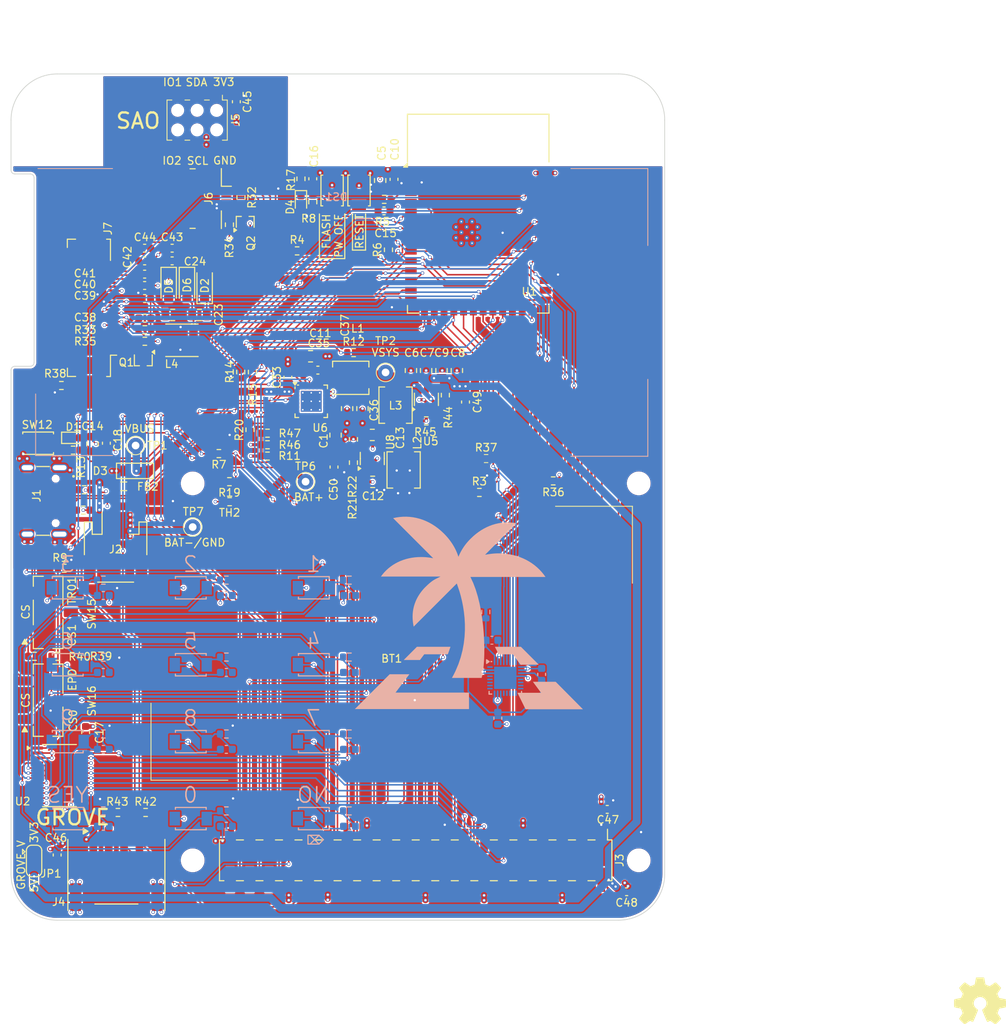
<source format=kicad_pcb>
(kicad_pcb (version 20241229) (generator "pcbnew") (generator_version "9.0")
  (title_block (title "CDC Badge") (date "2025") (company "Copyright © 2025 RIAT Institute") (comment 2 "This source describes Open Hardware and is licensed under the CERN-OHL-P v2"))
  (layers (0 "F.Cu" signal) (4 "In1.Cu" power "In1.Cu.GND") (6 "In2.Cu" power "In2.Cu.GND") (2 "B.Cu" signal) (13 "F.Paste" user) (15 "B.Paste" user) (5 "F.SilkS" user "F.Silkscreen") (7 "B.SilkS" user "B.Silkscreen") (1 "F.Mask" user) (3 "B.Mask" user) (25 "Edge.Cuts" user))
  (net 0 "")
  (net 1 "GND")
  (net 2 "+3.3V")
  (net 3 "+5V")
  (net 4 "/SPI_RST_EPD")
  (net 5 "/I2C0_SDA")
  (net 6 "/SAO_GPIO1")
  (net 7 "/I2C1_SCL")
  (net 8 "/SPI_SCLK")
  (net 9 "Net-(J3-Pin_24)")
  (net 10 "/SPI_MISO")
  (net 11 "/TR01_IRQ")
  (net 12 "/PCM_CLK")
  (net 13 "/SPI_BUSY_EPD")
  (net 14 "/PCM_DOUT")
  (net 15 "/EXP_P15")
  (net 16 "/I2C0_SCL")
  (net 17 "/RXD")
  (net 18 "/EXP_P17")
  (net 19 "/PCM_DIN")
  (net 20 "Net-(J3-Pin_26)")
  (net 21 "/EXP_P16")
  (net 22 "/SAO_GPIO2")
  (net 23 "/EXP_P14")
  (net 24 "/I2C1_SDA")
  (net 25 "/SPI_MOSI")
  (net 26 "/GPCLK0")
  (net 27 "/PCM_FS")
  (net 28 "/SPI_DC_EPD")
  (net 29 "/TXD")
  (net 30 "/GROVE0")
  (net 31 "/GROVE1")
  (net 32 "Net-(J2-Pin_1)")
  (net 33 "VSYS")
  (net 34 "Net-(U6-PMID)")
  (net 35 "/REGN")
  (net 36 "Net-(U1-EN)")
  (net 37 "Net-(U1-IO0)")
  (net 38 "Net-(U6-~{QON})")
  (net 39 "/BTN_1")
  (net 40 "/BTN_4")
  (net 41 "/BTN_7")
  (net 42 "/BTN_YES")
  (net 43 "Net-(D2-K)")
  (net 44 "Net-(D6-A)")
  (net 45 "/PREVGH")
  (net 46 "/BTN_2")
  (net 47 "/BTN_5")
  (net 48 "/BTN_8")
  (net 49 "/BTN_0")
  (net 50 "/BTN_3")
  (net 51 "/BTN_6")
  (net 52 "/BTN_9")
  (net 53 "/BTN_NO")
  (net 54 "VBUS")
  (net 55 "Net-(U6-BTST)")
  (net 56 "Net-(C35-Pad1)")
  (net 57 "Net-(J7-VSH2)")
  (net 58 "Net-(J7-VDD)")
  (net 59 "Net-(J7-VSH1)")
  (net 60 "Net-(J7-VSL)")
  (net 61 "/PREVGL")
  (net 62 "Net-(J7-VCOM)")
  (net 63 "Net-(J4-VCC)")
  (net 64 "Net-(U5-V_{FB})")
  (net 65 "Net-(U8-FB)")
  (net 66 "Net-(D1-K)")
  (net 67 "Net-(D4-K)")
  (net 68 "/USB_D-")
  (net 69 "/USB_D+")
  (net 70 "/PRE_VBUS")
  (net 72 "Net-(J1-CC1)")
  (net 74 "Net-(J1-CC2)")
  (net 76 "Net-(J6-Pin_1)")
  (net 81 "/SPI_CS_EPD")
  (net 83 "/RESE")
  (net 85 "/GDR")
  (net 86 "Net-(U8-SW)")
  (net 87 "Net-(U5-SW)")
  (net 88 "Net-(Q2-D)")
  (net 89 "/EPD_LED")
  (net 90 "Net-(U6-TS)")
  (net 91 "/EXP_IRQ")
  (net 92 "Net-(U6-ILIM)")
  (net 93 "/CHG_DSEL")
  (net 94 "Net-(U6-STAT)")
  (net 95 "/CHG_IRQ")
  (net 96 "/SPI_CS_TR01")
  (net 97 "/SPI_CS0")
  (net 98 "/SPI_CS1")
  (net 99 "Net-(U6-~{CE})")
  (net 100 "Net-(U6-OTG)")
  (footprint "Capacitor_SMD:C_0603_1608Metric" (layer "F.Cu") (at 84.3 52.6125 -90)
    (property "Reference" "C45")
    (property "Value" "1uF")
  )
  (footprint "Package_TO_SOT_SMD:SOT-323_SC-70" (layer "F.Cu") (at 72.2 86.2 -90)
    (property "Reference" "Q1")
    (property "Value" "Si1308EDL")
  )
  (footprint "Resistor_SMD:R_0603_1608Metric" (layer "F.Cu") (at 64.5 103.05 180)
    (property "Reference" "R2" (hide yes))
    (property "Value" "5.1k")
  )
  (footprint "Resistor_SMD:R_0603_1608Metric" (layer "F.Cu") (at 115.9 103.4)
    (property "Reference" "R3")
    (property "Value" "47k")
  )
  (footprint "Resistor_SMD:R_0603_1608Metric" (layer "F.Cu") (at 61.075 124.7 180)
    (property "Reference" "R39")
    (property "Value" "47k")
  )
  (footprint "Resistor_SMD:R_0603_1608Metric" (layer "F.Cu") (at 125.5 101.9)
    (property "Reference" "R36")
    (property "Value" "47k")
  )
  (footprint "Capacitor_SMD:C_0805_2012Metric" (layer "F.Cu") (at 76.025 80.325 180)
    (property "Reference" "C34" (hide yes))
    (property "Value" "4.7uF")
  )
  (footprint "Capacitor_SMD:C_0805_2012Metric" (layer "F.Cu") (at 103 62.85 90)
    (property "Reference" "C5")
    (property "Value" "10uF")
  )
  (footprint "CDC_Badge:D_DFN0603-2L_Unpolarized" (layer "F.Cu") (at 66.7 103.6 90)
    (property "Reference" "D7" (hide yes))
    (property "Value" "H3V3U06B" (hide yes))
  )
  (footprint "Capacitor_SMD:C_0805_2012Metric" (layer "F.Cu") (at 65.6 97.1 90)
    (property "Reference" "C14")
    (property "Value" "4.7uF")
  )
  (footprint "Capacitor_SMD:C_0805_2012Metric" (layer "F.Cu") (at 107 87.55 90)
    (property "Reference" "C6")
    (property "Value" "10uF")
  )
  (footprint "Resistor_SMD:R_0603_1608Metric" (layer "F.Cu") (at 84.9 65.05 -90)
    (property "Reference" "R32")
    (property "Value" "5.1")
  )
  (footprint "Resistor_SMD:R_0603_1608Metric" (layer "F.Cu") (at 109 94.1 180)
    (property "Reference" "R45")
    (property "Value" "91k")
  )
  (footprint "Capacitor_SMD:C_0603_1608Metric" (layer "F.Cu") (at 94.24 62.63 -90)
    (property "Reference" "C16")
    (property "Value" "100nF")
  )
  (footprint "Capacitor_SMD:C_0603_1608Metric" (layer "F.Cu") (at 64.7 134.6 90)
    (property "Reference" "C17")
    (property "Value" "100nF")
  )
  (footprint "Inductor_SMD:L_TechFuse_SL0420" (layer "F.Cu") (at 99.175 88.5)
    (property "Reference" "L1")
    (property "Value" "2.2uH")
  )
  (footprint "Capacitor_SMD:C_0603_1608Metric" (layer "F.Cu") (at 72.375 76.5 180)
    (property "Reference" "C40")
    (property "Value" "1uF")
  )
  (footprint "Capacitor_SMD:C_0603_1608Metric" (layer "F.Cu") (at 103.5 66.8 180)
    (property "Reference" "C15")
    (property "Value" "100nF")
  )
  (footprint "Resistor_SMD:R_0603_1608Metric" (layer "F.Cu") (at 83.4 102 180)
    (property "Reference" "R19")
    (property "Value" "30k")
  )
  (footprint "Package_DFN_QFN:Texas_RTW_WQFN-24-1EP_4x4mm_P0.5mm_EP2.7x2.7mm_ThermalVias" (layer "F.Cu") (at 94.0375 91.55)
    (property "Reference" "U6")
    (property "Value" "BQ25895RTW")
  )
  (footprint "MountingHole:MountingHole_5.5mm" (layer "F.Cu") (at 134 55)
    (property "Reference" "H7" (hide yes))
    (property "Value" "lanyard3" (hide yes))
  )
  (footprint "Capacitor_SMD:C_0603_1608Metric" (layer "F.Cu") (at 97 100.1 90)
    (property "Reference" "C50")
    (property "Value" "NA")
  )
  (footprint "Diode_SMD:D_SOD-123" (layer "F.Cu") (at 77.875 76.5 -90)
    (property "Reference" "D6")
    (property "Value" "MBR0530")
  )
  (footprint "Capacitor_SMD:C_0603_1608Metric" (layer "F.Cu") (at 67.4 97 90)
    (property "Reference" "C18")
    (property "Value" "100nF")
  )
  (footprint "CDC_Badge:SW_SPDT_Shouhan_MST-22D18G2_3J" (layer "F.Cu") (at 59.8 119 90)
    (property "Reference" "SW15")
    (property "Value" "MST-22D18G2 3J")
  )
  (footprint "Resistor_SMD:R_0603_1608Metric" (layer "F.Cu") (at 116.775 99)
    (property "Reference" "R37")
    (property "Value" "47k")
  )
  (footprint "Capacitor_SMD:C_0805_2012Metric" (layer "F.Cu") (at 102.025 102.025 180)
    (property "Reference" "C12")
    (property "Value" "10uF")
  )
  (footprint "CDC_Badge:ESP32-S3-WROOM-1" (layer "F.Cu") (at 115.75 67.1375)
    (property "Reference" "U1")
    (property "Value" "ESP32-S3-WROOM-1-N16R8")
  )
  (footprint "CDC_Badge:D_DFN0603-2L_Unpolarized" (layer "F.Cu") (at 67.525 104.4 -90)
    (property "Reference" "D8" (hide yes))
    (property "Value" "H3V3U06B" (hide yes))
  )
  (footprint "Capacitor_SMD:C_0805_2012Metric" (layer "F.Cu") (at 112.975 87.55 90)
    (property "Reference" "C8")
    (property "Value" "10uF")
  )
  (footprint "Inductor_SMD:L_Changjiang_FNR4030S" (layer "F.Cu") (at 77.225 83.625)
    (property "Reference" "L4")
    (property "Value" "47uH")
  )
  (footprint "Resistor_SMD:R_0603_1608Metric" (layer "F.Cu") (at 84.87 87.75 90)
    (property "Reference" "R14")
    (property "Value" "10k")
  )
  (footprint "Resistor_SMD:R_0603_1608Metric" (layer "F.Cu") (at 61.55 89.5)
    (property "Reference" "R38")
    (property "Value" "47k")
  )
  (footprint "Capacitor_SMD:C_0603_1608Metric" (layer "F.Cu") (at 104.8 62.7 90)
    (property "Reference" "C10")
    (property "Value" "100nF")
  )
  (footprint "CDC_Badge:Wuerth_WR-PHD_610006243021_SMD_2x03_P2.54mm_Vertical" (layer "F.Cu") (at 79.2 55 -90)
    (property "Reference" "J5")
    (property "Value" "Conn_02x03_Odd_Even")
  )
  (footprint "Package_SO:TSSOP-24_4.4x7.8mm_P0.65mm" (layer "F.Cu") (at 61.3 140.2)
    (property "Reference" "U2")
    (property "Value" "TCA9535PWR")
  )
  (footprint "Capacitor_SMD:C_0603_1608Metric" (layer "F.Cu") (at 75.95 71.65)
    (property "Reference" "C43")
    (property "Value" "1uF")
  )
  (footprint "CDC_Badge:PKCELL_LP503562_invert" (layer "F.Cu") (at 104.5 125)
    (property "Reference" "BT1")
    (property "Value" "LP503562")
  )
  (footprint "Resistor_SMD:R_0603_1608Metric" (layer "F.Cu") (at 99.525 96.5 90)
    (property "Reference" "R22")
    (property "Value" "30k")
  )
  (footprint "MountingHole:MountingHole_2.7mm" (layer "F.Cu") (at 78.62132 151.22132)
    (property "Reference" "H3" (hide yes))
    (property "Value" "HAT3" (hide yes))
  )
  (footprint "CDC_Badge:D_SOD-123FL_Unpolarized" (layer "F.Cu") (at 71.125 100.6)
    (property "Reference" "D3")
    (property "Value" "SMF14CA")
  )
  (footprint "TestPoint:TestPoint_THTPad_D2.0mm_Drill1.0mm" (layer "F.Cu") (at 78.62132 107.9)
    (property "Reference" "TP7")
    (property "Value" "TP_BAT-")
  )
  (footprint "TestPoint:TestPoint_THTPad_D2.0mm_Drill1.0mm" (layer "F.Cu") (at 71.2 97.3)
    (property "Reference" "TP1")
    (property "Value" "TP_VBUS")
  )
  (footprint "Resistor_SMD:R_0603_1608Metric" (layer "F.Cu") (at 111.475 90.75 -90)
    (property "Reference" "R44")
    (property "Value" "820k")
  )
  (footprint "Resistor_SMD:R_0603_1608Metric" (layer "F.Cu") (at 68.9 145 180)
    (property "Reference" "R43")
    (property "Value" "10k")
  )
  (footprint "Resistor_SMD:R_0603_1608Metric" (layer "F.Cu") (at 72.5 145)
    (property "Reference" "R42")
    (property "Value" "10k")
  )
  (footprint "MountingHole:MountingHole_2.7mm" (layer "F.Cu") (at 136.62132 151.22132)
    (property "Reference" "H4" (hide yes))
    (property "Value" "HAT4" (hide yes))
  )
  (footprint "Resistor_SMD:R_0603_1608Metric" (layer "F.Cu") (at 94.24 65.65 -90)
    (property "Reference" "R8")
    (property "Value" "10k")
  )
  (footprint "Resistor_SMD:R_0603_1608Metric" (layer "F.Cu") (at 72.4 83.75)
    (property "Reference" "R35")
    (property "Value" "2.2")
  )
  (footprint "Capacitor_SMD:C_0805_2012Metric" (layer "F.Cu") (at 101.975 95.925 180)
    (property "Reference" "C13")
    (property "Value" "4.7uF")
  )
  (footprint "LED_SMD:LED_0603_1608Metric" (layer "F.Cu") (at 63.0625 96.3)
    (property "Reference" "D1")
    (property "Value" "red")
  )
  (footprint "Capacitor_SMD:C_0805_2012Metric" (layer "F.Cu") (at 110.975 87.55 90)
    (property "Reference" "C9")
    (property "Value" "10uF")
  )
  (footprint "Capacitor_SMD:C_0805_2012Metric" (layer "F.Cu") (at 108.975 87.55 90)
    (property "Reference" "C7")
    (property "Value" "10uF")
  )
  (footprint "Connector_FFC-FPC:Jushuo_AFC07-S06FCA-00_1x6-1MP_P0.50_Horizontal" (layer "F.Cu") (at 81.4 65.2 -90)
    (property "Reference" "J6")
    (property "Value" "Conn_01x06")
  )
  (footprint "Package_TO_SOT_SMD:SOT-23-6" (layer "F.Cu") (at 109.0125 91.3 90)
    (property "Reference" "U5")
    (property "Value" "TLV61070ADBVR")
  )
  (footprint "Capacitor_SMD:C_0603_1608Metric" (layer "F.Cu") (at 72.375 78.2)
    (property "Reference" "C39")
    (property "Value" "1uF")
  )
  (footprint "CDC_Badge:BOOMELE_HY-4P_1x04-1MP_P2mm_Horizontal" (layer "F.Cu") (at 68.7 153.13)
    (property "Reference" "J4")
    (property "Value" "Conn_Grove")
  )
  (footprint "CDC_Badge:Jushuo_AFC07-S24ECA-00_1x24-1MP_P0.50_Horizontal" (layer "F.Cu") (at 66 79.4 -90)
    (property "Reference" "J7")
    (property "Value" "Conn_01x24")
  )
  (footprint "LED_SMD:LED_0603_1608Metric" (layer "F.Cu") (at 92.7 65.65 -90)
    (property "Reference" "D4")
    (property "Value" "red")
  )
  (footprint "Resistor_SMD:R_0603_1608Metric" (layer "F.Cu") (at 88.35 95.7)
    (property "Reference" "R47")
    (property "Value" "10k")
  )
  (footprint "Capacitor_SMD:C_0603_1608Metric" (layer "F.Cu") (at 72.375 71.65)
    (property "Reference" "C44")
    (property "Value" "1uF")
  )
  (footprint "Resistor_SMD:R_0603_1608Metric" (layer "F.Cu") (at 99.55 85.225)
    (property "Reference" "R12")
    (property "Value" "10k")
  )
  (footprint "Capacitor_SMD:C_0603_1608Metric" (layer "F.Cu") (at 94.9 87.5 180)
    (property "Reference" "C35")
    (property "Value" "47nF")
  )
  (footprint "Inductor_SMD:L_TechFuse_SL0420" (layer "F.Cu") (at 105 92.05 -90)
    (property "Reference" "L3")
    (property "Value" "2.2uH")
  )
  (footprint "Capacitor_SMD:C_0603_1608Metric" (layer "F.Cu") (at 72.375 73.3 180)
    (property "Reference" "C42")
    (property "Value" "1uF")
  )
  (footprint "Resistor_SMD:R_0603_1608Metric" (layer "F.Cu") (at 92.2 72)
    (property "Reference" "R4")
    (property "Value" "10k")
  )
  (footprint "Resistor_SMD:R_0603_1608Metric" (layer "F.Cu") (at 92.7 62.63 -90)
    (property "Reference" "R17")
    (property "Value" "5.1k")
  )
  (footprint "Resistor_SMD:R_0603_1608Metric" (layer "F.Cu") (at 58.05 124.7 180)
    (property "Reference" "R40")
    (property "Value" "47k")
  )
  (footprint "Connector_JST:JST_PH_S2B-PH-SM4-TB_1x02-1MP_P2.00mm_Horizontal" (layer "F.Cu") (at 68.6 110.55)
    (property "Reference" "J2")
    (property "Value" "JST S2B-PH-SM4-TB")
  )
  (footprint "MountingHole:MountingHole_2.7mm" (layer "F.Cu") (at 136.62132 102.22132)
    (property "Reference" "H2" (hide yes))
    (property "Value" "HAT2" (hide yes))
  )
  (footprint "MountingHole:MountingHole_5.5mm" (layer "F.Cu") (at 61 55)
    (property "Reference" "H6" (hide yes))
    (property "Value" "lanyard2" (hide yes))
  )
  (footprint "Capacitor_SMD:C_0603_1608Metric" (layer "F.Cu") (at 72.375 75.025 180)
    (property "Reference" "C41")
    (property "Value" "1uF")
  )
  (footprint "Resistor_SMD:R_0603_1608Metric" (layer "F.Cu") (at 83.425 104.6 180)
    (property "Reference" "TH2")
    (property "Value" "10k")
  )
  (footprint "Resistor_SMD:R_0603_1608Metric" (layer "F.Cu") (at 99.525 99.525 90)
    (property "Reference" "R21")
    (property "Value" "135k")
  )
  (footprint "Resistor_SMD:R_0603_1608Metric" (layer "F.Cu") (at 104.08 71.86 90)
    (property "Reference" "R6")
    (property "Value" "10k")
  )
  (footprint "MountingHole:MountingHole_5.5mm" (layer "F.Cu") (at 97.5 55)
    (property "Reference" "H5" (hide yes))
    (property "Value" "lanyard1" (hide yes))
  )
  (footprint "Jumper:SolderJumper-3_P1.3mm_Bridged12_RoundedPad1.0x1.5mm" (layer "F.Cu") (at 58 151.3 -90)
    (property "Reference" "JP1")
    (property "Value" "SolderJumper")
  )
  (footprint "Resistor_SMD:R_0603_1608Metric" (layer "F.Cu") (at 61.925 113.25)
    (property "Reference" "R9")
    (property "Value" "10k")
  )
  (footprint "CDC_Badge:SW_SPDT_Shouhan_MST-22D18G2_3J" (layer "F.Cu") (at 59.8 130.4 90)
    (property "Reference" "SW16")
    (property "Value" "MST-22D18G2 3J")
  )
  (footprint "Resistor_SMD:R_0603_1608Metric" (layer "F.Cu") (at 103.525 65.3 180)
    (property "Reference" "R5")
    (property "Value" "10k")
  )
  (footprint "Resistor_SMD:R_0603_1608Metric" (layer "F.Cu") (at 82.025 98.35 180)
    (property "Reference" "R7")
    (property "Value" "5.1k")
  )
  (footprint "Inductor_SMD:L_TechFuse_SL0420" (layer "F.Cu") (at 106.05 100.475 -90)
    (property "Reference" "L2")
    (property "Value" "2.2uH")
  )
  (footprint "CDC_Badge:TS-1088-AR02016" (layer "F.Cu") (at 58.525 97)
    (property "Reference" "SW12")
    (property "Value" "power on/reset")
  )
  (footprint "Resistor_SMD:R_0603_1608Metric" (layer "F.Cu") (at 88.35 97.2)
    (property "Reference" "R46")
    (property "Value" "10k")
  )
  (footprint "Diode_SMD:D_SOD-123" (layer "F.Cu") (at 75.5 76.5 -90)
    (property "Reference" "D5")
    (property "Value" "MBR0530")
  )
  (footprint "Resistor_SMD:R_0603_1608Metric" (layer "F.Cu") (at 86.39 87.75 90)
    (property "Reference" "R15")
    (property "Value" "10k")
  )
  (footprint "Inductor_SMD:L_0805_2012Metric" (layer "F.Cu") (at 69.65 102.6 180)
    (property "Reference" "FB2")
    (property "Value" "120Ω@100MHz" (hide yes))
  )
  (footprint "MountingHole:MountingHole_2.7mm" (layer "F.Cu") (at 78.62132 102.22132)
    (property "Reference" "H1" (hide yes))
    (property "Value" "HAT1" (hide yes))
  )
  (footprint "Connector_PinHeader_2.54mm:PinHeader_2x20_P2.54mm_Vertical_SMD" (layer "F.Cu") (at 107.6215 151.22 -90)
    (property "Reference" "J3")
    (property "Value" "Conn_02x20_Odd_Even")
  )
  (footprint "Resistor_SMD:R_0603_1608Metric" (layer "F.Cu") (at 83.4 68.6 -90)
    (property "Reference" "R34")
    (property "Value" "1M")
  )
  (footprint "Capacitor_SMD:C_0805_2012Metric" (layer "F.Cu") (at 93.95 85.7)
    (property "Reference" "C11")
    (property "Value" "10uF")
  )
  (footprint "Resistor_SMD:R_0603_1608Metric" (layer "F.Cu") (at 72.4 82.25)
    (property "Reference" "R33")
    (property "Value" "1M")
  )
  (footprint "Capacitor_SMD:C_0603_1608Metric" (layer "F.Cu") (at 75.95 73.3 180)
    (property "Reference" "C24")
    (property "Value" "1uF")
  )
  (footprint "Resistor_SMD:R_0603_1608Metric" (layer "F.Cu") (at 86.075 95.25 -90)
    (property "Reference" "R20")
    (property "Value" "10k")
  )
  (footprint "CDC_Badge:TS-1088-AR02016" (layer "F.Cu") (at 100.25 64.15 -90)
    (property "Reference" "SW13" (hide yes))
    (property "Value" "reset")
  )
  (footprint "Capacitor_SMD:C_0603_1608Metric" (layer "F.Cu") (at 132.525 144.6)
    (property "Reference" "C47")
    (property "Value" "1uF")
  )
  (footprint "Resistor_SMD:R_0603_1608Metric" (layer "F.Cu") (at 88.35 98.675 180)
    (property "Reference" "R11")
    (property "Value" "220")
  )
  (footprint "Capacitor_SMD:C_0805_2012Metric" (layer "F.Cu") (at 100.7 92.5 -90)
    (property "Reference" "C36")
    (property "Value" "10uF")
  )
  (footprint "Capacitor_SMD:C_0603_1608Metric" (layer "F.Cu") (at 72.4 80.75 180)
    (property "Reference" "C38")
    (property "Value" "1uF")
  )
  (footprint "Capacitor_SMD:C_0603_1608Metric" (layer "F.Cu") (at 61 150.525 -90)
    (property "Reference" "C46")
    (property "Value" "1uF")
  )
  (footprint "Capacitor_SMD:C_0603_1608Metric" (layer "F.Cu") (at 91 88.425 90)
    (property "Reference" "C33")
    (property "Value" "1uF")
  )
  (footprint "TestPoint:TestPoint_THTPad_D2.0mm_Drill1.0mm" (layer "F.Cu") (at 103.7 87.8)
    (property "Reference" "TP2")
    (property "Value" "TP_VSYS")
  )
  (footprint "Capacitor_SMD:C_0603_1608Metric" (layer "F.Cu") (at 114.1 91.65 -90)
    (property "Reference" "C49")
    (property "Value" "NA")
  )
  (footprint "Capacitor_SMD:C_0805_2012Metric" (layer "F.Cu") (at 97.2 95.95 -90)
    (property "Reference" "C1")
    (property "Value" "10uF")
  )
  (footprint "Resistor_SMD:R_0603_1608Metric" (layer "F.Cu") (at 63.075 97.9 180)
    (property "Reference" "R13")
    (property "Value" "5.1k")
  )
  (footprint "Diode_SMD:D_SOD-123" (layer "F.Cu") (at 80.175 76.5 90)
    (property "Reference" "D2")
    (property "Value" "MBR0530")
  )
  (footprint "Package_TO_SOT_SMD:SOT-23-5" (layer "F.Cu") (at 101.975 98.9875 90)
    (property "Reference" "U8")
    (property "Value" "TLV62569DBV")
  )
  (footprint "TestPoint:TestPoint_THTPad_D2.0mm_Drill1.0mm" (layer "F.Cu") (at 93.3 102)
    (property "Reference" "TP6")
    (property "Value" "TP_BAT+")
  )
  (footprint "Capacitor_SMD:C_0805_2012Metric" (layer "F.Cu") (at 98.7 92.5 -90)
    (property "Reference" "C37")
    (property "Value" "10uF")
  )
  (footprint "CDC_Badge:TS-1088-AR02016" (layer "F.Cu") (at 96.75 64.15 -90)
    (property "Reference" "SW14" (hide yes))
    (property "Value" "flash/power off")
  )
  (footprint "Symbol:OSHW-Symbol_6.7x6mm_SilkScreen" (layer "F.Cu") (at 181 169.5)
    (property "Reference" "REF**" (hide yes))
    (property "Value" "OSHW-Symbol_6.7x6mm_SilkScreen" (hide yes))
  )
  (footprint "Package_TO_SOT_SMD:SOT-323_SC-70" (layer "F.Cu") (at 85.45 68.25 90)
    (property "Reference" "Q2")
    (property "Value" "Si1308EDL")
  )
  (footprint "CDC_Badge:SHOUHAN_TYPE-C_16PIN_2MD_073" (layer "F.Cu") (at 58.2 104.5 -90)
    (property "Reference" "J1")
    (property "Value" "USB_C")
  )
  (footprint "Capacitor_SMD:C_0805_2012Metric" (layer "F.Cu") (at 79.5 80.325 180)
    (property "Reference" "C23")
    (property "Value" "4.7uF")
  )
  (footprint "Capacitor_SMD:C_0603_1608Metric" (layer "F.Cu") (at 135.05 155.3 180)
    (property "Reference" "C48")
    (property "Value" "1uF")
  )
  (footprint "Resistor_SMD:R_0603_1608Metric" (layer "F.Cu") (at 64.4 105.7 180)
    (property "Reference" "R1" (hide yes))
    (property "Value" "5.1k")
  )
  (footprint "Resistor_SMD:R_0603_1608Metric" (layer "B.Cu") (at 67 144.8 180)
    (property "Reference" "R23" (hide yes))
    (property "Value" "47k")
  )
  (footprint "CDC_Badge:GDEY029T94-FL03" (layer "B.Cu") (at 98 80 180)
    (property "Reference" "DS1")
    (property "Value" "GDEY029T94-FL03")
  )
  (footprint "CDC_Badge:TS-1088-AR02016" (layer "B.Cu") (at 78.375 145.795 180)
    (property "Reference" "SW0" (hide yes))
    (property "Value" "0")
  )
  (footprint "Capacitor_SMD:C_0603_1608Metric" (layer "B.Cu") (at 67 136.8 180)
    (property "Reference" "C31" (hide yes))
    (property "Value" "100nF")
  )
  (footprint "CDC_Badge:TS-1088-AR02016" (layer "B.Cu") (at 78.375 135.795 180)
    (property "Reference" "SW8" (hide yes))
    (property "Value" "8")
  )
  (footprint "CDC_Badge:TS-1088-AR02016" (layer "B.Cu") (at 94.375 135.795 180)
    (property "Reference" "SW7" (hide yes))
    (property "Value" "7")
  )
  (footprint "CDC_Badge:TS-1088-AR02016" (layer "B.Cu") (at 78.375 115.795 180)
    (property "Reference" "SW2" (hide yes))
    (property "Value" "2")
  )
  (footprint "Resistor_SMD:R_0603_1608Metric" (layer "B.Cu") (at 99 114.8 180)
    (property "Reference" "R10" (hide yes))
    (property "Value" "47k")
  )
  (footprint "Resistor_SMD:R_0603_1608Metric" (layer "B.Cu") (at 67 124.825 180)
    (property "Reference" "R29" (hide yes))
    (property "Value" "47k")
  )
  (footprint "Capacitor_SMD:C_0603_1608Metric" (layer "B.Cu") (at 99 136.8)
    (property "Reference" "C21" (hide yes))
    (property "Value" "100nF")
  )
  (footprint "CDC_Badge:TS-1088-AR02016" (layer "B.Cu") (at 94.375 145.795 180)
    (property "Reference" "SW11" (hide yes))
    (property "Value" "NO")
  )
  (footprint "Resistor_SMD:R_0603_1608Metric" (layer "B.Cu") (at 99 124.8 180)
    (property "Reference" "R16" (hide yes))
    (property "Value" "47k")
  )
  (footprint "Capacitor_SMD:C_0603_1608Metric" (layer "B.Cu") (at 67 146.8)
    (property "Reference" "C22" (hide yes))
    (property "Value" "100nF")
  )
  (footprint "Capacitor_SMD:C_0603_1608Metric" (layer "B.Cu") (at 83 146.8)
    (property "Reference" "C28" (hide yes))
    (property "Value" "100nF")
  )
  (footprint "Capacitor_SMD:C_0603_1608Metric" (layer "B.Cu") (at 99 146.8)
    (property "Reference" "C32" (hide yes))
    (property "Value" "100nF")
  )
  (footprint "Capacitor_SMD:C_0603_1608Metric" (layer "B.Cu") (at 83 116.8)
    (property "Reference" "C25" (hide yes))
    (property "Value" "100nF")
  )
  (footprint "Capacitor_SMD:C_0603_1608Metric" (layer "B.Cu") (at 118.3 132.75 -90)
    (property "Reference" "C3" (hide yes))
    (property "Value" "100nF")
  )
  (footprint "Capacitor_SMD:C_0603_1608Metric" (layer "B.Cu") (at 67 116.8 180)
    (property "Reference" "C29" (hide yes))
    (property "Value" "100nF")
  )
  (footprint "Resistor_SMD:R_0603_1608Metric" (layer "B.Cu") (at 83 144.8 180)
    (property "Reference" "R27" (hide yes))
    (property "Value" "47k")
  )
  (footprint "CDC_Badge:TS-1088-AR02016" (layer "B.Cu") (at 62.45 145.795 180)
    (property "Reference" "SW10" (hide yes))
    (property "Value" "YES")
  )
  (footprint "CDC_Badge:TS-1088-AR02016" (layer "B.Cu") (at 62.375 135.795 180)
    (property "Reference" "SW9" (hide yes))
    (property "Value" "9")
  )
  (footprint "Package_DFN_QFN:QFN-32-1EP_4x4mm_P0.4mm_EP2.9x2.9mm" (layer "B.Cu") (at 119.275 127.5 -90)
    (property "Reference" "U3" (hide yes))
    (property "Value" "TR01-C2P-T301")
  )
  (footprint "Capacitor_SMD:C_0603_1608Metric" (layer "B.Cu") (at 99.05 116.8)
    (property "Reference" "C19" (hide yes))
    (property "Value" "100nF")
  )
  (footprint "Resistor_SMD:R_0603_1608Metric" (layer "B.Cu") (at 83 124.8 180)
    (property "Reference" "R25" (hide yes))
    (property "Value" "47k")
  )
  (footprint "CDC_Badge:TS-1088-AR02016" (layer "B.Cu") (at 62.375 125.795 180)
    (property "Reference" "SW6" (hide yes))
    (property "Value" "6")
  )
  (footprint "Resistor_SMD:R_0603_1608Metric" (layer "B.Cu") (at 83 134.8 180)
    (property "Reference" "R26" (hide yes))
    (property "Value" "47k")
  )
  (footprint "CDC_Badge:TS-1088-AR02016" (layer "B.Cu") (at 78.375 125.795 180)
    (property "Reference" "SW5" (hide yes))
    (property "Value" "5")
  )
  (footprint "Resistor_SMD:R_0603_1608Metric" (layer "B.Cu") (at 99 134.8 180)
    (property "Reference" "R18" (hide yes))
    (property "Value" "47k")
  )
  (footprint "Resistor_SMD:R_0603_1608Metric" (layer "B.Cu") (at 67 134.8 180)
    (property "Reference" "R30" (hide yes))
    (property "Value" "47k")
  )
  (footprint "Resistor_SMD:R_0603_1608Metric" (layer "B.Cu") (at 83 114.8 180)
    (property "Reference" "R24" (hide yes))
    (property "Value" "47k")
  )
  (footprint "CDC_Badge:TS-1088-AR02016" (layer "B.Cu") (at 62.375 115.795 180)
    (property "Reference" "SW3" (hide yes))
    (property "Value" "3")
  )
  (footprint "Capacitor_SMD:C_0603_1608Metric" (layer "B.Cu") (at 67 126.8)
    (property "Reference" "C30" (hide yes))
    (property "Value" "100nF")
  )
  (footprint "Resistor_SMD:R_0603_1608Metric" (layer "B.Cu") (at 99 144.8 180)
    (property "Reference" "R31" (hide yes))
    (property "Value" "47k")
  )
  (footprint "Capacitor_SMD:C_0603_1608Metric" (layer "B.Cu") (at 117.53 122.61)
    (property "Reference" "C2" (hide yes))
    (property "Value" "100nF")
  )
  (footprint "Capacitor_SMD:C_0603_1608Metric" (layer "B.Cu") (at 83 126.8)
    (property "Reference" "C26" (hide yes))
    (property "Value" "100nF")
  )
  (footprint "CDC_Badge:TS-1088-AR02016" (layer "B.Cu") (at 94.375 125.795 180)
    (property "Reference" "SW4" (hide yes))
    (property "Value" "4")
  )
  (footprint "Resistor_SMD:R_0603_1608Metric" (layer "B.Cu") (at 116.74 118.935484 -90)
    (property "Reference" "R41" (hide yes))
    (property "Value" "0")
  )
  (footprint "Capacitor_SMD:C_0603_1608Metric" (layer "B.Cu") (at 99 126.8)
    (property "Reference" "C20" (hide yes))
    (property "Value" "100nF")
  )
  (footprint "CDC_Badge:TS-1088-AR02016" (layer "B.Cu") (at 94.375 115.795 180)
    (property "Reference" "SW1" (hide yes))
    (property "Value" "1")
  )
  (footprint "Capacitor_SMD:C_0603_1608Metric" (layer "B.Cu") (at 124 127.05 90)
    (property "Reference" "C4" (hide yes))
    (property "Value" "100nF")
  )
  (footprint "Resistor_SMD:R_0603_1608Metric" (layer "B.Cu") (at 67 114.8 180)
    (property "Reference" "R28" (hide yes))
    (property "Value" "47k")
  )
  (footprint "Capacitor_SMD:C_0603_1608Metric" (layer "B.Cu") (at 83 136.8)
    (property "Reference" "C27" (hide yes))
    (property "Value" "100nF")
  )
  (gr_line (start 98.4 67.2) (end 98.4 73) (stroke (width 0.153)) (layer "F.SilkS"))
  (gr_line (start 99.4 71.9) (end 101.1 71.9) (stroke (width 0.153)) (layer "F.SilkS"))
  (gr_line (start 98.4 73) (end 95.1 73) (stroke (width 0.153)) (layer "F.SilkS"))
  (gr_line (start 95.1 73) (end 95.1 67.2) (stroke (width 0.153)) (layer "F.SilkS"))
  (gr_line (start 99.4 67.2) (end 99.4 71.9) (stroke (width 0.153)) (layer "F.SilkS"))
  (gr_line (start 101.1 71.9) (end 101.1 67.2) (stroke (width 0.153)) (layer "F.SilkS"))
  (gr_poly (pts (xy 106.058854 125.182324) (xy 108.175519 125.182324) (xy 108.731145 124.441491) (xy 111.800311 124.441491) (xy 112.144271 123.462532) (xy 107.778646 123.462532)) (fill yes) (layer "B.SilkS"))
  (gr_poly (pts (xy 118.414897 124.441493) (xy 120.26698 124.441493) (xy 121.245936 125.790867) (xy 123.627187 125.790867) (xy 121.298854 123.462532) (xy 117.912187 123.462532)) (fill yes) (layer "B.SilkS"))
  (gr_poly (pts (xy 123.918229 129.442116) (xy 120.849063 129.442116) (xy 121.907395 131.58524) (xy 129.368645 131.58524) (xy 125.823228 128.013367) (xy 122.859895 128.013367)) (fill yes) (layer "B.SilkS"))
  (gr_poly (pts (xy 105.982358 106.556517) (xy 105.548806 106.589506) (xy 105.115409 106.650943) (xy 104.683019 106.740866) (xy 109.89531 111.953158) (xy 109.705555 111.915951) (xy 109.513319 111.883705) (xy 109.318602 111.85642) (xy 109.121405 111.834096) (xy 108.921727 111.816733) (xy 108.719569 111.804331) (xy 108.514929 111.79689) (xy 108.307809 111.794409) (xy 107.895225 111.805494) (xy 107.491322 111.838438) (xy 107.096722 111.892775) (xy 106.712043 111.968042) (xy 106.337906 112.063772) (xy 105.97493 112.179502) (xy 105.623738 112.314765) (xy 105.284947 112.469096) (xy 104.959179 112.642031) (xy 104.647053 112.833105) (xy 104.34919 113.041852) (xy 104.06621 113.267807) (xy 103.798733 113.510505) (xy 103.547379 113.769482) (xy 103.312768 114.044271) (xy 103.095521 114.334408) (xy 110.847814 114.334408) (xy 110.308724 114.599818) (xy 110.194881 114.658613) (xy 110.085068 114.71857) (xy 109.977116 114.781783) (xy 109.868854 114.850345) (xy 109.758111 114.926348) (xy 109.642718 115.011885) (xy 109.520503 115.10905) (xy 109.389296 115.219934) (xy 109.246928 115.346632) (xy 109.091227 115.491236) (xy 108.920022 115.655838) (xy 108.731145 115.842532) (xy 108.577464 116.016147) (xy 108.433734 116.189662) (xy 108.299674 116.362972) (xy 108.175003 116.535978) (xy 108.05944 116.708576) (xy 107.952704 116.880666) (xy 107.854514 117.052145) (xy 107.764589 117.222912) (xy 107.682648 117.392866) (xy 107.60841 117.561903) (xy 107.48192 117.896825) (xy 107.382869 118.226863) (xy 107.309011 118.551203) (xy 107.258096 118.869033) (xy 107.227879 119.179537) (xy 107.21611 119.481903) (xy 107.220541 119.775315) (xy 107.238925 120.058961) (xy 107.269014 120.332025) (xy 107.308559 120.593696) (xy 107.355313 120.843157) (xy 112.832187 115.366282) (xy 112.964479 115.23399) (xy 113.314845 116.27155) (xy 113.483284 116.870286) (xy 113.639166 117.516848) (xy 113.776445 118.207129) (xy 113.889074 118.93702) (xy 113.971006 119.702412) (xy 114.016197 120.499198) (xy 114.0186 121.32327) (xy 113.972169 122.170517) (xy 113.870857 123.036834) (xy 113.708619 123.918111) (xy 113.479408 124.810239) (xy 113.177179 125.709112) (xy 112.795884 126.61062) (xy 112.573698 127.061078) (xy 112.329478 127.510655) (xy 116.192393 127.510655) (xy 116.299009 127.079861) (xy 116.389229 126.53981) (xy 116.460924 125.902788) (xy 116.511961 125.181082) (xy 116.540209 124.386977) (xy 116.543536 123.532759) (xy 116.51981 122.630715) (xy 116.4669 121.69313) (xy 116.382674 120.732291) (xy 116.265 119.760484) (xy 116.111747 118.789994) (xy 115.920783 117.833108) (xy 115.689977 116.902112) (xy 115.417196 116.009292) (xy 115.10031 115.166934) (xy 114.737186 114.387324) (xy 124.50031 114.387324) (xy 124.247102 114.039212) (xy 123.974089 113.709588) (xy 123.68193 113.398954) (xy 123.371284 113.107816) (xy 123.042809 112.836676) (xy 122.697165 112.586039) (xy 122.33501 112.356409) (xy 121.957004 112.148288) (xy 121.563804 111.962182) (xy 121.156071 111.798594) (xy 120.734462 111.658027) (xy 120.299637 111.540987) (xy 119.852255 111.447976) (xy 119.392974 111.379498) (xy 118.922453 111.336057) (xy 118.441352 111.318158) (xy 118.414895 111.318158) (xy 118.179199 111.321775) (xy 117.948153 111.332214) (xy 117.721449 111.348854) (xy 117.498775 111.371075) (xy 117.279822 111.398257) (xy 117.06428 111.42978) (xy 116.851838 111.465023) (xy 116.642186 111.503367) (xy 120.716771 107.402326) (xy 120.324359 107.340605) (xy 119.931444 107.304192) (xy 119.538761 107.292972) (xy 119.147047 107.306828) (xy 118.757039 107.345643) (xy 118.369472 107.409302) (xy 117.985083 107.497688) (xy 117.604609 107.610685) (xy 117.228785 107.748177) (xy 116.858349 107.910047) (xy 116.494037 108.096179) (xy 116.136585 108.306456) (xy 115.786729 108.540764) (xy 115.445205 108.798984) (xy 115.112751 109.081002) (xy 114.790103 109.3867) (xy 114.653671 109.521866) (xy 114.522161 109.659397) (xy 114.395535 109.799175) (xy 114.273753 109.941085) (xy 114.156777 110.08501) (xy 114.044568 110.230835) (xy 113.937088 110.378442) (xy 113.834297 110.527716) (xy 113.736157 110.67854) (xy 113.642629 110.830798) (xy 113.553675 110.984374) (xy 113.469255 111.139152) (xy 113.389331 111.295014) (xy 113.313864 111.451846) (xy 113.242816 111.60953) (xy 113.176147 111.767951) (xy 113.113211 111.574803) (xy 113.043493 111.382392) (xy 112.967031 111.190834) (xy 112.883864 111.000245) (xy 112.794031 110.810741) (xy 112.69757 110.622438) (xy 112.594521 110.435454) (xy 112.484922 110.249903) (xy 112.368811 110.065902) (xy 112.246228 109.883569) (xy 112.117212 109.703018) (xy 111.9818 109.524366) (xy 111.840032 109.347729) (xy 111.691947 109.173224) (xy 111.537583 109.000967) (xy 111.376979 108.831074) (xy 111.244687 108.698784) (xy 110.886711 108.365478) (xy 110.517806 108.060115) (xy 110.138823 107.782735) (xy 109.750617 107.533377) (xy 109.354039 107.312079) (xy 108.949942 107.11888) (xy 108.539179 106.953819) (xy 108.122603 106.816935) (xy 107.701065 106.708266) (xy 107.275419 106.62785) (xy 106.846518 106.575728) (xy 106.415213 106.551938)) (fill yes) (layer "B.SilkS"))
  (gr_poly (pts (xy 99.708852 131.558781) (xy 114.551978 131.558781) (xy 114.551978 129.415654) (xy 105.00052 129.415654) (xy 106.799687 127.034405) (xy 104.233228 127.034405)) (fill yes) (layer "B.SilkS"))
  (gr_arc (start 55 87.5) (mid 55.146447 87.146447) (end 55.5 87) (stroke (width 0.1)) (layer "Edge.Cuts"))
  (gr_line (start 57.5 87) (end 55.5 87) (stroke (width 0.1)) (layer "Edge.Cuts"))
  (gr_arc (start 58 86.5) (mid 57.853553 86.853553) (end 57.5 87) (stroke (width 0.1)) (layer "Edge.Cuts"))
  (gr_line (start 55.5 62) (end 57.5 62) (stroke (width 0.1)) (layer "Edge.Cuts"))
  (gr_arc (start 55 55) (mid 56.757359 50.757359) (end 61 49) (stroke (width 0.1)) (layer "Edge.Cuts"))
  (gr_line (start 140 55) (end 140 153) (stroke (width 0.1)) (layer "Edge.Cuts"))
  (gr_arc (start 134 49) (mid 138.242641 50.757359) (end 140 55) (stroke (width 0.1)) (layer "Edge.Cuts"))
  (gr_arc (start 61 159) (mid 56.757359 157.242641) (end 55 153) (stroke (width 0.1)) (layer "Edge.Cuts"))
  (gr_arc (start 57.5 62) (mid 57.853553 62.146447) (end 58 62.5) (stroke (width 0.1)) (layer "Edge.Cuts"))
  (gr_line (start 58 62.5) (end 58 86.5) (stroke (width 0.1)) (layer "Edge.Cuts"))
  (gr_line (start 61 159) (end 134 159) (stroke (width 0.1)) (layer "Edge.Cuts"))
  (gr_arc (start 140 153) (mid 138.242641 157.242641) (end 134 159) (stroke (width 0.1)) (layer "Edge.Cuts"))
  (gr_line (start 55 87.5) (end 55 153) (stroke (width 0.1)) (layer "Edge.Cuts"))
  (gr_arc (start 55.5 62) (mid 55.146447 61.853553) (end 55 61.5) (stroke (width 0.1)) (layer "Edge.Cuts"))
  (gr_line (start 55 61.5) (end 55 55) (stroke (width 0.1)) (layer "Edge.Cuts"))
  (gr_line (start 61 49) (end 134 49) (stroke (width 0.1)) (layer "Edge.Cuts"))
  (gr_text "3V3" (at 58.6 149.05 90) (layer "F.SilkS") (effects (font (size 1 1) (thickness 0.153)) (justify left bottom)))
  (gr_text "CS\n" (at 57.5 131.5 90) (layer "F.SilkS") (effects (font (size 1 1) (thickness 0.153)) (justify left bottom)))
  (gr_text "EPD" (at 63.56 129.29 90) (layer "F.SilkS") (effects (font (size 1 1) (thickness 0.153)) (justify left bottom)))
  (gr_text "RESET" (at 100.9 67.1 90) (layer "F.SilkS") (effects (font (size 1 1) (thickness 0.153) (bold yes)) (justify right bottom)))
  (gr_text "IO1" (at 74.67 50.66 0) (layer "F.SilkS") (effects (font (size 1 1) (thickness 0.153)) (justify left bottom)))
  (gr_text "GND" (at 81.19 60.84 0) (layer "F.SilkS") (effects (font (size 1 1) (thickness 0.153)) (justify left bottom)))
  (gr_text "BAT-/GND" (at 74.8 110.5 0) (layer "F.SilkS") (effects (font (size 1 1) (thickness 0.153)) (justify left bottom)))
  (gr_text "FLASH\nPW OFF" (at 98.2 67.1 90) (layer "F.SilkS") (effects (font (size 1 1) (thickness 0.153) (bold yes)) (justify right bottom)))
  (gr_text "CS0\n" (at 63.66 134.63 90) (layer "F.SilkS") (effects (font (size 1 1) (thickness 0.153)) (justify left bottom)))
  (gr_text "SAO" (at 68.48 56.26 0) (layer "F.SilkS") (effects (font (size 2 2) (thickness 0.3)) (justify left bottom)))
  (gr_text "CS\n" (at 57.5 120 90) (layer "F.SilkS") (effects (font (size 1 1) (thickness 0.153)) (justify left bottom)))
  (gr_text "SCL" (at 77.78 60.88 0) (layer "F.SilkS") (effects (font (size 1 1) (thickness 0.153)) (justify left bottom)))
  (gr_text "BAT+" (at 91.7 104.6 0) (layer "F.SilkS") (effects (font (size 1 1) (thickness 0.153)) (justify left bottom)))
  (gr_text "CS1\n" (at 63.5 123.5 90) (layer "F.SilkS") (effects (font (size 1 1) (thickness 0.153)) (justify left bottom)))
  (gr_text "IO2" (at 74.59 60.86 0) (layer "F.SilkS") (effects (font (size 1 1) (thickness 0.153)) (justify left bottom)))
  (gr_text "GROVE V" (at 56.9 155.15 90) (layer "F.SilkS") (effects (font (size 1 1) (thickness 0.153)) (justify left bottom)))
  (gr_text "VBUS" (at 69.7 95.7 0) (layer "F.SilkS") (effects (font (size 1 1) (thickness 0.153)) (justify left bottom)))
  (gr_text "3V3" (at 81.18 50.64 0) (layer "F.SilkS") (effects (font (size 1 1) (thickness 0.153)) (justify left bottom)))
  (gr_text "SDA" (at 77.61 50.67 0) (layer "F.SilkS") (effects (font (size 1 1) (thickness 0.153)) (justify left bottom)))
  (gr_text "VSYS" (at 101.8 85.8 0) (layer "F.SilkS") (effects (font (size 1 1) (thickness 0.153)) (justify left bottom)))
  (gr_text "GROVE" (at 58 146.8 0) (layer "F.SilkS") (effects (font (size 2 2) (thickness 0.3)) (justify left bottom)))
  (gr_text "TR01" (at 63.5 118.1 90) (layer "F.SilkS") (effects (font (size 1 1) (thickness 0.153)) (justify left bottom)))
  (gr_text "5V" (at 58.6 155.5 90) (layer "F.SilkS") (effects (font (size 1 1) (thickness 0.153)) (justify left bottom)))
  (gr_text "3" (at 63.4 113.9 0) (layer "B.SilkS") (effects (font (size 2 2) (thickness 0.2)) (justify left bottom mirror)))
  (gr_text "YES" (at 65.2 143.9 0) (layer "B.SilkS") (effects (font (size 2 2) (thickness 0.2)) (justify left bottom mirror)))
  (gr_text "4" (at 95.4 123.9 0) (layer "B.SilkS") (effects (font (size 2 2) (thickness 0.2)) (justify left bottom mirror)))
  (gr_text "2" (at 79.4 113.9 0) (layer "B.SilkS") (effects (font (size 2 2) (thickness 0.2)) (justify left bottom mirror)))
  (gr_text "5" (at 79.4 123.9 0) (layer "B.SilkS") (effects (font (size 2 2) (thickness 0.2)) (justify left bottom mirror)))
  (gr_text "0" (at 79.4 143.9 0) (layer "B.SilkS") (effects (font (size 2 2) (thickness 0.2)) (justify left bottom mirror)))
  (gr_text "6" (at 63.4 123.9 0) (layer "B.SilkS") (effects (font (size 2 2) (thickness 0.2)) (justify left bottom mirror)))
  (gr_text "7" (at 95.4 133.9 0) (layer "B.SilkS") (effects (font (size 2 2) (thickness 0.2)) (justify left bottom mirror)))
  (gr_text "8\n" (at 79.4 133.9 0) (layer "B.SilkS") (effects (font (size 2 2) (thickness 0.2)) (justify left bottom mirror)))
  (gr_text "1" (at 95.4 113.9 0) (layer "B.SilkS") (effects (font (size 2 2) (thickness 0.2)) (justify left bottom mirror)))
  (gr_text "9\n" (at 63.4 133.9 0) (layer "B.SilkS") (effects (font (size 2 2) (thickness 0.2)) (justify left bottom mirror)))
  (gr_text "⌫" (at 96 149.3 0) (layer "B.SilkS") (effects (font (size 1.5 1.5) (thickness 0.153)) (justify left bottom mirror)))
  (gr_text "NO" (at 96.5 143.9 0) (layer "B.SilkS") (effects (font (size 2 2) (thickness 0.2)) (justify left bottom mirror)))
  (segment (start 82.575 104.575) (end 82.6 104.6) (width 0.4) (layer "F.Cu") (net 1))
  (segment (start 67.4 97.775) (end 68.225 97.775) (width 0.2) (layer "F.Cu") (net 1))
  (segment (start 91 87.65) (end 91 86.7) (width 1) (layer "F.Cu") (net 1))
  (segment (start 87.525 97.2) (end 86.18 97.2) (width 0.4) (layer "F.Cu") (net 1))
  (segment (start 100.7 93.45) (end 100.7 92.551) (width 0.6) (layer "F.Cu") (net 1))
  (segment (start 131.75 142.95) (end 131.75 144.6) (width 0.6) (layer "F.Cu") (net 1))
  (segment (start 61.725 149.025) (end 61 149.75) (width 0.8) (layer "F.Cu") (net 1))
  (segment (start 73.35 73.3) (end 74.15 72.5) (width 0.2) (layer "F.Cu") (net 1))
  (segment (start 101.075 101.7) (end 101.075 102.025) (width 0.4) (layer "F.Cu") (net 1))
  (segment (start 73.15 75.025) (end 73.15 83.675) (width 0.2) (layer "F.Cu") (net 1))
  (segment (start 86.1 68.45) (end 86.075 68.425) (width 0.2) (layer "F.Cu") (net 1))
  (segment (start 75.175 73.3) (end 75.175 71.65) (width 0.2) (layer "F.Cu") (net 1))
  (segment (start 64.7 103.1) (end 64.7125 103.0875) (width 0.2) (layer "F.Cu") (net 1))
  (segment (start 80.4 58.2) (end 80.4 57.2) (width 0.8) (layer "F.Cu") (net 1))
  (segment (start 109 94.1) (end 108.175 94.1) (width 0.4) (layer "F.Cu") (net 1))
  (segment (start 75.5 74.85) (end 75.5 76) (width 0.2) (layer "F.Cu") (net 1))
  (segment (start 64.7125 103.0875) (end 65.5 103.0875) (width 0.2) (layer "F.Cu") (net 1))
  (segment (start 82.5 148.7) (end 81.6 148.7) (width 0.8) (layer "F.Cu") (net 1))
  (segment (start 73.175 80.75) (end 73.3 80.75) (width 0.2) (layer "F.Cu") (net 1))
  (segment (start 81.74 58.2) (end 80.4 58.2) (width 0.8) (layer "F.Cu") (net 1))
  (segment (start 64.7 133.825) (end 65.65 133.825) (width 0.6) (layer "F.Cu") (net 1))
  (segment (start 66.05 97.1) (end 66.725 97.1) (width 0.2) (layer "F.Cu") (net 1))
  (segment (start 64.1625 138.575) (end 65.399982 138.575) (width 0.2) (layer "F.Cu") (net 1))
  (segment (start 109 94.1) (end 109 92.45) (width 0.4) (layer "F.Cu") (net 1))
  (segment (start 73.225 83.75) (end 74.1 83.75) (width 0.2) (layer "F.Cu") (net 1))
  (segment (start 65.5 103.0875) (end 65.5125 103.1) (width 0.2) (layer "F.Cu") (net 1))
  (segment (start 65.6 96.15) (end 65.6 96.65) (width 0.2) (layer "F.Cu") (net 1))
  (segment (start 59.6 143.8) (end 58.4625 143.8) (width 0.2) (layer "F.Cu") (net 1))
  (segment (start 102.025 96.925) (end 101.025 95.925) (width 0.4) (layer "F.Cu") (net 1))
  (segment (start 100.9 95.8) (end 101.025 95.925) (width 0.2) (layer "F.Cu") (net 1))
  (segment (start 105.3 66.25) (end 104.825 66.25) (width 0.2) (layer "F.Cu") (net 1))
  (segment (start 124.5 61.8775) (end 123.2 61.8775) (width 0.6) (layer "F.Cu") (net 1))
  (segment (start 100.7 93.45) (end 100.7 94.4) (width 0.6) (layer "F.Cu") (net 1))
  (segment (start 68.225 97.775) (end 68.6 98.15) (width 0.2) (layer "F.Cu") (net 1))
  (segment (start 86.18 97.2) (end 86.17 97.19) (width 0.4) (layer "F.Cu") (net 1))
  (segment (start 109.0125 92.4375) (end 109.0125 91.6875) (width 0.4) (layer "F.Cu") (net 1))
  (segment (start 108.075 91.35) (end 108.675 91.35) (width 0.4) (layer "F.Cu") (net 1))
  (segment (start 73.15 83.675) (end 73.225 83.75) (width 0.2) (layer "F.Cu") (net 1))
  (segment (start 116.5115 153.745) (end 116.5115 156.425) (width 0.8) (layer "F.Cu") (net 1))
  (segment (start 83.4915 148.695) (end 82.505 148.695) (width 0.8) (layer "F.Cu") (net 1))
  (segment (start 101.975 100.8) (end 101.075 101.7) (width 0.4) (layer "F.Cu") (net 1))
  (segment (start 64.4 105.7) (end 65.225 105.7) (width 0.2) (layer "F.Cu") (net 1))
  (segment (start 73.15 78.2) (end 73.15 78.4) (width 0.2) (layer "F.Cu") (net 1))
  (segment (start 61 149.75) (end 60.1 149.75) (width 0.6) (layer "F.Cu") (net 1))
  (segment (start 101.2715 146.7215) (end 101.25 146.7) (width 0.2) (layer "F.Cu") (net 1))
  (segment (start 91 86.7) (end 91 86.1) (width 1) (layer "F.Cu") (net 1))
  (segment (start 65.6 96.65) (end 66.05 97.1) (width 0.2) (layer "F.Cu") (net 1))
  (segment (start 69.4 77.2) (end 68.24 77.2) (width 0.2) (layer "F.Cu") (net 1))
  (segment (start 101.2715 146.7) (end 101.2715 146.0715) (width 0.8) (layer "F.Cu") (net 1))
  (segment (start 73.15 71.65) (end 73.15 73.3) (width 0.2) (layer "F.Cu") (net 1))
  (segment (start 109 94.1) (end 109.024 94.076) (width 0.4) (layer "F.Cu") (net 1))
  (segment (start 64.8 148.5) (end 63.2 148.5) (width 0.8) (layer "F.Cu") (net 1))
  (segment (start 68.19 81.65) (end 67.16 81.65) (width 0.2) (layer "F.Cu") (net 1))
  (segment (start 105.1225 61.8775) (end 105 62) (width 0.6) (layer "F.Cu") (net 1))
  (segment (start 103.025 61.925) (end 103 61.9) (width 0.6) (layer "F.Cu") (net 1))
  (segment (start 67.525 105.175) (end 67.525 104.61) (width 0.2) (layer "F.Cu") (net 1))
  (segment (start 131.7515 144.6235) (end 131.775 144.6) (width 0.8) (layer "F.Cu") (net 1))
  (segment (start 96 90.8) (end 96.9 90.8) (width 0.2) (layer "F.Cu") (net 1))
  (segment (start 104.825 66.25) (end 104.275 66.8) (width 0.2) (layer "F.Cu") (net 1))
  (segment (start 82.575 102) (end 82.575 104.575) (width 0.4) (layer "F.Cu") (net 1))
  (segment (start 101.975 100.125) (end 101.975 100.8) (width 0.4) (layer "F.Cu") (net 1))
  (segment (start 96.9 90.3) (end 96.9 90.8) (width 0.2) (layer "F.Cu") (net 1))
  (segment (start 60.45 137.275) (end 58.4375 137.275) (width 0.2) (layer "F.Cu") (net 1))
  (segment (start 62.25 148.5) (end 61.725 149.025) (width 0.8) (layer "F.Cu") (net 1))
  (segment (start 104.8 61.925) (end 103.025 61.925) (width 0.6) (layer "F.Cu") (net 1))
  (segment (start 69.35 77.15) (end 69.4 77.2) (width 0.2) (layer "F.Cu") (net 1))
  (segment (start 75 71.65) (end 74.15 72.5) (width 0.2) (layer "F.Cu") (net 1))
  (segment (start 63.2 148.5) (end 62.25 148.5) (width 0.8) (layer "F.Cu") (net 1))
  (segment (start 75.175 71.65) (end 75 71.65) (width 0.2) (layer "F.Cu") (net 1))
  (segment (start 108.8915 153.745) (end 108.8915 156.4) (width 0.8) (layer "F.Cu") (net 1))
  (segment (start 135.825 155.3) (end 135.825 155.175) (width 0.8) (layer "F.Cu") (net 1))
  (segment (start 65.399982 138.575) (end 65.4 138.574982) (width 0.2) (layer "F.Cu") (net 1))
  (segment (start 82.505 148.695) (end 82.5 148.7) (width 0.8) (layer "F.Cu") (net 1))
  (segment (start 68.1 100.6) (end 69.575 100.6) (width 0.8) (layer "F.Cu") (net 1))
  (segment (start 84.3 54.6125) (end 84.3 55.3) (width 0.8) (layer "F.Cu") (net 1))
  (segment (start 73.15 78.4) (end 75.075 80.325) (width 0.2) (layer "F.Cu") (net 1))
  (segment (start 87.525 95.7) (end 87.525 98.675) (width 0.4) (layer "F.Cu") (net 1))
  (segment (start 60.45 137.925) (end 58.4375 137.925) (width 0.2) (layer "F.Cu") (net 1))
  (segment (start 96.1915 153.745) (end 96.1915 156.2) (width 0.8) (layer "F.Cu") (net 1))
  (segment (start 121.5915 148.695) (end 121.5915 146.05) (width 0.8) (layer "F.Cu") (net 1))
  (segment (start 109.0125 91.6875) (end 108.675 91.35) (width 0.4) (layer "F.Cu") (net 1))
  (segment (start 109 92.45) (end 109.0125 92.4375) (width 0.4) (layer "F.Cu") (net 1))
  (segment (start 102.025 102.025) (end 101.075 102.025) (width 0.4) (layer "F.Cu") (net 1))
  (segment (start 135.825 155.175) (end 134.8 154.15) (width 0.8) (layer "F.Cu") (net 1))
  (segment (start 75.175 71.65) (end 73.15 71.65) (width 0.2) (layer "F.Cu") (net 1))
  (segment (start 95.9 85.7) (end 96.4 85.7) (width 1) (layer "F.Cu") (net 1))
  (segment (start 98.7 94.4) (end 98.7 93.45) (width 0.6) (layer "F.Cu") (net 1))
  (segment (start 96 90.3) (end 96.9 90.3) (width 0.2) (layer "F.Cu") (net 1))
  (segment (start 107 61.8775) (end 105.1225 61.8775) (width 0.6) (layer "F.Cu") (net 1))
  (segment (start 126.3 101.875) (end 126.325 101.9) (width 0.2) (layer "F.Cu") (net 1))
  (segment (start 67.21 103.39) (end 67.35 103.25) (width 0.2) (layer "F.Cu") (net 1))
  (segment (start 126.6715 153.745) (end 126.6715 156.4) (width 0.8) (layer "F.Cu") (net 1))
  (segment (start 101.2715 148.695) (end 101.2715 146.7) (width 0.8) (layer "F.Cu") (net 1))
  (segment (start 83.4 69.425) (end 83.4 70.35) (width 0.2) (layer "F.Cu") (net 1))
  (segment (start 60.3 137.925) (end 60.3 137.275) (width 0.2) (layer "F.Cu") (net 1))
  (segment (start 73.15 73.3) (end 75.175 73.3) (width 0.2) (layer "F.Cu") (net 1))
  (segment (start 66.725 97.1) (end 67.4 97.775) (width 0.2) (layer "F.Cu") (net 1))
  (segment (start 59.571155 143.775) (end 59.571766 143.774389) (width 0.2) (layer "F.Cu") (net 1))
  (segment (start 84.3 53.3875) (end 84.3 54.6125) (width 0.8) (layer "F.Cu") (net 1))
  (segment (start 86.1 69.25) (end 86.1 68.45) (width 0.2) (layer "F.Cu") (net 1))
  (segment (start 94.9 85.7) (end 95.9 85.7) (width 1) (layer "F.Cu") (net 1))
  (segment (start 102.625 98.975) (end 101.975 99.625) (width 0.4) (layer "F.Cu") (net 1))
  (segment (start 73.15 73.3) (end 73.35 73.3) (width 0.2) (layer "F.Cu") (net 1))
  (segment (start 73.15 76.5) (end 74.1 76.5) (width 0.2) (layer "F.Cu") (net 1))
  (segment (start 124.5 61.8775) (end 125.75 61.8775) (width 0.6) (layer "F.Cu") (net 1))
  (segment (start 73.325 74.85) (end 73.15 75.025) (width 0.2) (layer "F.Cu") (net 1))
  (segment (start 98.7 93.45) (end 98.7 92.551) (width 0.6) (layer "F.Cu") (net 1))
  (segment (start 75.5 74.85) (end 73.325 74.85) (width 0.2) (layer "F.Cu") (net 1))
  (segment (start 86.175 98.675) (end 86.17 98.67) (width 0.4) (layer "F.Cu") (net 1))
  (segment (start 126.3 101.1) (end 126.3 101.875) (width 0.2) (layer "F.Cu") (net 1))
  (segment (start 82.6 104.6) (end 81.575 104.6) (width 0.2) (layer "F.Cu") (net 1))
  (segment (start 58.4625 143.8) (end 58.4375 143.775) (width 0.2) (layer "F.Cu") (net 1))
  (segment (start 68.24 77.2) (end 68.19 77.15) (width 0.2) (layer "F.Cu") (net 1))
  (segment (start 65.7 148.5) (end 64.8 148.5) (width 0.8) (layer "F.Cu") (net 1))
  (segment (start 101.975 99.625) (end 101.975 100.125) (width 0.4) (layer "F.Cu") (net 1))
  (segment (start 91.1115 153.745) (end 91.1115 156.4) (width 0.8) (layer "F.Cu") (net 1))
  (segment (start 102.025 97.725) (end 102.025 96.925) (width 0.4) (layer "F.Cu") (net 1))
  (segment (start 87.525 98.675) (end 86.175 98.675) (width 0.4) (layer "F.Cu") (net 1))
  (segment (start 66.7 103.39) (end 67.21 103.39) (width 0.2) (layer "F.Cu") (net 1))
  (via (at 62.86 157.97) (size 0.45) (drill 0.3) (layers "F.Cu" "B.Cu") (net 1))
  (via (at 62.87 154.04) (size 0.45) (drill 0.3) (layers "F.Cu" "B.Cu") (net 1))
  (via (at 74.15 72.5) (size 0.45) (drill 0.3) (layers "F.Cu" "B.Cu") (net 1))
  (via (at 105.3 66.25) (size 0.45) (drill 0.3) (layers "F.Cu" "B.Cu") (net 1))
  (via (at 122.191093 126.3) (size 0.45) (drill 0.3) (layers "F.Cu" "B.Cu") (net 1))
  (via (at 100.7 92.5) (size 0.45) (drill 0.3) (layers "F.Cu" "B.Cu") (net 1))
  (via (at 96.75 63.45) (size 0.45) (drill 0.3) (layers "F.Cu" "B.Cu") (net 1))
  (via (at 80.4 57.2) (size 0.45) (drill 0.3) (layers "F.Cu" "B.Cu") (net 1))
  (via (at 91.1115 155.75) (size 0.45) (drill 0.3) (layers "F.Cu" "B.Cu") (net 1))
  (via (at 121.5915 146.05) (size 0.45) (drill 0.3) (layers "F.Cu" "B.Cu") (net 1))
  (via (at 68.6 98.15) (size 0.45) (drill 0.3) (layers "F.Cu" "B.Cu") (net 1))
  (via (at 61.3 99) (size 0.45) (drill 0.3) (layers "F.Cu" "B.Cu") (net 1))
  (via (at 80.4 58.2) (size 0.45) (drill 0.3) (layers "F.Cu" "B.Cu") (net 1))
  (via (at 75.5 76) (size 0.45) (drill 0.3) (layers "F.Cu" "B.Cu") (net 1))
  (via (at 63.05 108.85) (size 0.45) (drill 0.3) (layers "F.Cu" "B.Cu") (net 1))
  (via (at 84.3 55.3) (size 0.45) (drill 0.3) (layers "F.Cu" "B.Cu") (net 1))
  (via (at 67.15 81.65) (size 0.45) (drill 0.3) (layers "F.Cu" "B.Cu") (net 1))
  (via (at 65.4 138.574982) (size 0.45) (drill 0.3) (layers "F.Cu" "B.Cu") (net 1))
  (via (at 125.75 61.8775) (size 0.45) (drill 0.3) (layers "F.Cu" "B.Cu") (net 1))
  (via (at 101.7 61.9) (size 0.45) (drill 0.3) (layers "F.Cu" "B.Cu") (net 1))
  (via (at 81.575 104.6) (size 0.45) (drill 0.3) (layers "F.Cu" "B.Cu") (net 1))
  (via (at 121.5915 146.7) (size 0.45) (drill 0.3) (layers "F.Cu" "B.Cu") (net 1))
  (via (at 70.5 107) (size 0.45) (drill 0.3) (layers "F.Cu" "B.Cu") (net 1))
  (via (at 56.1 99) (size 0.45) (drill 0.3) (layers "F.Cu" "B.Cu") (net 1))
  (via (at 83.4 70.35) (size 0.45) (drill 0.3) (layers "F.Cu" "B.Cu") (net 1))
  (via (at 62.65 100.5) (size 0.45) (drill 0.3) (layers "F.Cu" "B.Cu") (net 1))
  (via (at 102.025 102.025) (size 0.45) (drill 0.3) (layers "F.Cu" "B.Cu") (net 1))
  (via (at 111.075 87.55) (size 0.45) (drill 0.3) (layers "F.Cu" "B.Cu") (net 1))
  (via (at 126.6715 155.75) (size 0.45) (drill 0.3) (layers "F.Cu" "B.Cu") (net 1))
  (via (at 112.975 87.55) (size 0.45) (drill 0.3) (layers "F.Cu" "B.Cu") (net 1))
  (via (at 95.2 61.85) (size 0.45) (drill 0.3) (layers "F.Cu" "B.Cu") (net 1))
  (via (at 65.65 133.825) (size 0.45) (drill 0.3) (layers "F.Cu" "B.Cu") (net 1))
  (via (at 70.5 106.3) (size 0.45) (drill 0.3) (layers "F.Cu" "B.Cu") (net 1))
  (via (at 56.6 98.4) (size 0.45) (drill 0.3) (layers "F.Cu" "B.Cu") (net 1))
  (via (at 116.5115 156.425) (size 0.45) (drill 0.3) (layers "F.Cu" "B.Cu") (net 1))
  (via (at 108.675 91.35) (size 0.45) (drill 0.3) (layers "F.Cu" "B.Cu") (net 1))
  (via (at 98.2 117.725) (size 0.45) (drill 0.3) (layers "F.Cu" "B.Cu") (net 1))
  (via (at 70.5 108.4) (size 0.45) (drill 0.3) (layers "F.Cu" "B.Cu") (net 1))
  (via (at 126.3 101.1) (size 0.45) (drill 0.3) (layers "F.Cu" "B.Cu") (net 1))
  (via (at 99.525 96.475) (size 0.45) (drill 0.3) (layers "F.Cu" "B.Cu") (net 1))
  (via (at 67.525 105.175) (size 0.45) (drill 0.3) (layers "F.Cu" "B.Cu") (net 1))
  (via (at 84.3 54.6125) (size 0.45) (drill 0.3) (layers "F.Cu" "B.Cu") (net 1))
  (via (at 102.625 98.975) (size 0.45) (drill 0.3) (layers "F.Cu" "B.Cu") (net 1))
  (via (at 101.2715 146.05) (size 0.45) (drill 0.3) (layers "F.Cu" "B.Cu") (net 1))
  (via (at 108.8915 155.75) (size 0.45) (drill 0.3) (layers "F.Cu" "B.Cu") (net 1))
  (via (at 96.9 90.3) (size 0.45) (drill 0.3) (layers "F.Cu" "B.Cu") (net 1))
  (via (at 104 61.4) (size 0.45) (drill 0.3) (layers "F.Cu" "B.Cu") (net 1))
  (via (at 93.4 115.8) (size 0.45) (drill 0.3) (layers "F.Cu" "B.Cu") (net 1))
  (via (at 135.225 154.575) (size 0.45) (drill 0.3) (layers "F.Cu" "B.Cu") (net 1))
  (via (at 63 107.85) (size 0.45) (drill 0.3) (layers "F.Cu" "B.Cu") (net 1))
  (via (at 70.5 107.7) (size 0.45) (drill 0.3) (layers "F.Cu" "B.Cu") (net 1))
  (via (at 126.6715 156.4) (size 0.45) (drill 0.3) (layers "F.Cu" "B.Cu") (net 1))
  (via (at 122.225 127.55) (size 0.45) (drill 0.3) (layers "F.Cu" "B.Cu") (net 1))
  (via (at 77.5 145.8) (size 0.45) (drill 0.3) (layers "F.Cu" "B.Cu") (net 1))
  (via (at 62.3 125.795) (size 0.45) (drill 0.3) (layers "F.Cu" "B.Cu") (net 1))
  (via (at 57.6 109.8) (size 0.45) (drill 0.3) (layers "F.Cu" "B.Cu") (net 1))
  (via (at 98.7 94.4) (size 0.45) (drill 0.3) (layers "F.Cu" "B.Cu") (net 1))
  (via (at 94.361 135.7884) (size 0.45) (drill 0.3) (layers "F.Cu" "B.Cu") (net 1))
  (via (at 82.5 148.7) (size 0.45) (drill 0.3) (layers "F.Cu" "B.Cu") (net 1))
  (via (at 69.4 77.2) (size 0.45) (drill 0.3) (layers "F.Cu" "B.Cu") (net 1))
  (via (at 91.1115 156.4) (size 0.45) (drill 0.3) (layers "F.Cu" "B.Cu") (net 1))
  (via (at 78.2 125.8) (size 0.45) (drill 0.3) (layers "F.Cu" "B.Cu") (net 1))
  (via (at 64.8 148.5) (size 0.45) (drill 0.3) (layers "F.Cu" "B.Cu") (net 1))
  (via (at 100.7 94.4) (size 0.45) (drill 0.3) (layers "F.Cu" "B.Cu") (net 1))
  (via (at 74.1 83.75) (size 0.45) (drill 0.3) (layers "F.Cu" "B.Cu") (net 1))
  (via (at 68.1 100.6) (size 0.45) (drill 0.3) (layers "F.Cu" "B.Cu") (net 1))
  (via (at 101.2715 146.7) (size 0.45) (drill 0.3) (layers "F.Cu" "B.Cu") (net 1))
  (via (at 100.25 63.5) (size 0.45) (drill 0.3) (layers "F.Cu" "B.Cu") (net 1))
  (via (at 123.2 61.8775) (size 0.45) (drill 0.3) (layers "F.Cu" "B.Cu") (net 1))
  (via (at 107 87.55) (size 0.45) (drill 0.3) (layers "F.Cu" "B.Cu") (net 1))
  (via (at 67.35 103.25) (size 0.45) (drill 0.3) (layers "F.Cu" "B.Cu") (net 1))
  (via (at 116.5115 155.775) (size 0.45) (drill 0.3) (layers "F.Cu" "B.Cu") (net 1))
  (via (at 82.225 117.75) (size 0.45) (drill 0.3) (layers "F.Cu" "B.Cu") (net 1))
  (via (at 62.05 109.85) (size 0.45) (drill 0.3) (layers "F.Cu" "B.Cu") (net 1))
  (via (at 96.4 85.7) (size 0.45) (drill 0.3) (layers "F.Cu" "B.Cu") (net 1))
  (via (at 134.8 154.15) (size 0.45) (drill 0.3) (layers "F.Cu" "B.Cu") (net 1))
  (via (at 118.475 124.55) (size 0.45) (drill 0.3) (layers "F.Cu" "B.Cu") (net 1))
  (via (at 98.7 92.5) (size 0.45) (drill 0.3) (layers "F.Cu" "B.Cu") (net 1))
  (via (at 60.3 137.275) (size 0.45) (drill 0.3) (layers "F.Cu" "B.Cu") (net 1))
  (via (at 98.5 61.9) (size 0.45) (drill 0.3) (layers "F.Cu" "B.Cu") (net 1))
  (via (at 64.7 103.1) (size 0.45) (drill 0.3) (layers "F.Cu" "B.Cu") (net 1))
  (via (at 96.9 90.8) (size 0.45) (drill 0.3) (layers "F.Cu" "B.Cu") (net 1))
  (via (at 73.44 154.02) (size 0.45) (drill 0.3) (layers "F.Cu" "B.Cu") (net 1))
  (via (at 91 86.1) (size 0.45) (drill 0.3) (layers "F.Cu" "B.Cu") (net 1))
  (via (at 70.5 109.1) (size 0.45) (drill 0.3) (layers "F.Cu" "B.Cu") (net 1))
  (via (at 59.6 143.78) (size 0.45) (drill 0.3) (layers "F.Cu" "B.Cu") (net 1))
  (via (at 98.5 96.5) (size 0.45) (drill 0.3) (layers "F.Cu" "B.Cu") (net 1))
  (via (at 64.4 105.7) (size 0.45) (drill 0.3) (layers "F.Cu" "B.Cu") (net 1))
  (via (at 81.6 148.7) (size 0.45) (drill 0.3) (layers "F.Cu" "B.Cu") (net 1))
  (via (at 74.56 157.96) (size 0.45) (drill 0.3) (layers "F.Cu" "B.Cu") (net 1))
  (via (at 98.5 95.5) (size 0.45) (drill 0.3) (layers "F.Cu" "B.Cu") (net 1))
  (via (at 68.7 100.6) (size 0.45) (drill 0.3) (layers "F.Cu" "B.Cu") (net 1))
  (via (at 91 86.7) (size 0.45) (drill 0.3) (layers "F.Cu" "B.Cu") (net 1))
  (via (at 86.17 98.67) (size 0.45) (drill 0.3) (layers "F.Cu" "B.Cu") (net 1))
  (via (at 94.3864 145.796) (size 0.45) (drill 0.3) (layers "F.Cu" "B.Cu") (net 1))
  (via (at 119.45 133.5) (size 0.45) (drill 0.3) (layers "F.Cu" "B.Cu") (net 1))
  (via (at 103 62.7) (size 0.45) (drill 0.3) (layers "F.Cu" "B.Cu") (net 1))
  (via (at 108.975 87.55) (size 0.45) (drill 0.3) (layers "F.Cu" "B.Cu") (net 1))
  (via (at 66.05 97.1) (size 0.45) (drill 0.3) (layers "F.Cu" "B.Cu") (net 1))
  (via (at 96.1915 155.7) (size 0.45) (drill 0.3) (layers "F.Cu" "B.Cu") (net 1))
  (via (at 96.1915 156.35) (size 0.45) (drill 0.3) (layers "F.Cu" "B.Cu") (net 1))
  (via (at 109 94.1) (size 0.45) (drill 0.3) (layers "F.Cu" "B.Cu") (net 1))
  (via (at 131.75 142.95) (size 0.45) (drill 0.3) (layers "F.Cu" "B.Cu") (net 1))
  (via (at 63.96 154.03) (size 0.45) (drill 0.3) (layers "F.Cu" "B.Cu") (net 1))
  (via (at 94.35 125.8) (size 0.45) (drill 0.3) (layers "F.Cu" "B.Cu") (net 1))
  (via (at 108.8915 156.4) (size 0.45) (drill 0.3) (layers "F.Cu" "B.Cu") (net 1))
  (via (at 102.025 97.725) (size 0.45) (drill 0.3) (layers "F.Cu" "B.Cu") (net 1))
  (via (at 77.425 115.795) (size 0.45) (drill 0.3) (layers "F.Cu" "B.Cu") (net 1))
  (via (at 61.725 149.025) (size 0.45) (drill 0.3) (layers "F.Cu" "B.Cu") (net 1))
  (via (at 60.7 109.85) (size 0.45) (drill 0.3) (layers "F.Cu" "B.Cu") (net 1))
  (via (at 60.6 99) (size 0.45) (drill 0.3) (layers "F.Cu" "B.Cu") (net 1))
  (via (at 57.1 99) (size 0.45) (drill 0.3) (layers "F.Cu" "B.Cu") (net 1))
  (via (at 131.75 143.6) (size 0.45) (drill 0.3) (layers "F.Cu" "B.Cu") (net 1))
  (via (at 95.9 85.7) (size 0.45) (drill 0.3) (layers "F.Cu" "B.Cu") (net 1))
  (via (at 59.7 117.45) (size 0.45) (drill 0.3) (layers "F.Cu" "B.Cu") (net 1))
  (via (at 116.325 126.7) (size 0.45) (drill 0.3) (layers "F.Cu" "B.Cu") (net 1))
  (via (at 73.48 157.96) (size 0.45) (drill 0.3) (layers "F.Cu" "B.Cu") (net 1))
  (via (at 56.75 109.8) (size 0.45) (drill 0.3) (layers "F.Cu" "B.Cu") (net 1))
  (via (at 78 135.8) (size 0.45) (drill 0.3) (layers "F.Cu" "B.Cu") (net 1))
  (via (at 60.3 137.925) (size 0.45) (drill 0.3) (layers "F.Cu" "B.Cu") (net 1))
  (via (at 86.17 97.19) (size 0.45) (drill 0.3) (layers "F.Cu" "B.Cu") (net 1))
  (via (at 108.075 91.35) (size 0.45) (drill 0.3) (layers "F.Cu" "B.Cu") (net 1))
  (via (at 63.97 157.97) (size 0.45) (drill 0.3) (layers "F.Cu" "B.Cu") (net 1))
  (via (at 74.1 76.5) (size 0.45) (drill 0.3) (layers "F.Cu" "B.Cu") (net 1))
  (via (at 67.775 117.7) (size 0.45) (drill 0.3) (layers "F.Cu" "B.Cu") (net 1))
  (via (at 60.1 149.75) (size 0.45) (drill 0.3) (layers "F.Cu" "B.Cu") (net 1))
  (via (at 118.275 130.4) (size 0.45) (drill 0.3) (layers "F.Cu" "B.Cu") (net 1))
  (via (at 86.075 68.425) (size 0.45) (drill 0.3) (layers "F.Cu" "B.Cu") (net 1))
  (via (at 74.53 154.02) (size 0.45) (drill 0.3) (layers "F.Cu" "B.Cu") (net 1))
  (segment (start 66.225 146.8) (end 66.225 147.075) (width 0.2) (layer "B.Cu") (net 1))
  (segment (start 122.02 126.09) (end 121.285 126.09) (width 0.2) (layer "B.Cu") (net 1))
  (segment (start 94.3864 145.796) (end 95.6904 147.1) (width 0.2) (layer "B.Cu") (net 1))
  (segment (start 60.305 115.8) (end 60.3 115.795) (width 0.2) (layer "B.Cu") (net 1))
  (segment (start 78.195 125.795) (end 78.2 125.8) (width 0.2) (layer "B.Cu") (net 1))
  (segment (start 123.975 126.3) (end 124 126.275) (width 0.2) (layer "B.Cu") (net 1))
  (segment (start 118.275 129.4) (end 118.275 130.4) (width 0.2) (layer "B.Cu") (net 1))
  (segment (start 122.191093 126.261093) (end 122.02 126.09) (width 0.2) (layer "B.Cu") (net 1))
  (segment (start 95.65 127.1) (end 97.925 127.1) (width 0.2) (layer "B.Cu") (net 1))
  (segment (start 121.275 127.3) (end 121.975 127.3) (width 0.2) (layer "B.Cu") (net 1))
  (segment (start 65.65 133.825) (end 66.389064 133.825) (width 0.2) (layer "B.Cu") (net 1))
  (segment (start 118.275 125.5) (end 118.275 124.75) (width 0.2) (layer "B.Cu") (net 1))
  (segment (start 95.6904 147.1) (end 97.925 147.1) (width 0.2) (layer "B.Cu") (net 1))
  (segment (start 117.275 126.5) (end 118.275 126.5) (width 0.2) (layer "B.Cu") (net 1))
  (segment (start 121.285 126.09) (end 121.275 126.1) (width 0.2) (layer "B.Cu") (net 1))
  (segment (start 60.3 137.275) (end 60.3 135.795) (width 0.2) (layer "B.Cu") (net 1))
  (segment (start 121.975 127.3) (end 122.225 127.55) (width 0.2) (layer "B.Cu") (net 1))
  (segment (start 97.925 137.1) (end 98.225 136.8) (width 0.2) (layer "B.Cu") (net 1))
  (segment (start 94 125.8) (end 93.995 125.795) (width 0.2) (layer "B.Cu") (net 1))
  (segment (start 116.325 126.7) (end 116.525 126.5) (width 0.2) (layer "B.Cu") (net 1))
  (segment (start 94.095 145.795) (end 92.3 145.795) (width 0.2) (layer "B.Cu") (net 1))
  (segment (start 118.675 125.5) (end 118.675 124.75) (width 0.2) (layer "B.Cu") (net 1))
  (segment (start 77.995 135.795) (end 78 135.8) (width 0.2) (layer "B.Cu") (net 1))
  (segment (start 62.395 125.795) (end 60.3 125.795) (width 0.2) (layer "B.Cu") (net 1))
  (segment (start 66.95 134.385936) (end 66.95 135.975) (width 0.2) (layer "B.Cu") (net 1))
  (segment (start 94.35 125.8) (end 95.65 127.1) (width 0.2) (layer "B.Cu") (net 1))
  (segment (start 66.95 135.975) (end 67.775 136.8) (width 0.2) (layer "B.Cu") (net 1))
  (segment (start 122.191093 126.3) (end 123.975 126.3) (width 0.2) (layer "B.Cu") (net 1))
  (segment (start 67.775 116.8) (end 67.775 117.675) (width 0.2) (layer "B.Cu") (net 1))
  (segment (start 78 135.8) (end 79.3 137.1) (width 0.2) (layer "B.Cu") (net 1))
  (segment (start 79.5 127.1) (end 81.925 127.1) (width 0.2) (layer "B.Cu") (net 1))
  (segment (start 121.275 126.5) (end 121.991093 126.5) (width 0.2) (layer "B.Cu") (net 1))
  (segment (start 82.225 116.8) (end 82.225 117.725) (width 0.2) (layer "B.Cu") (net 1))
  (segment (start 93.4 115.8) (end 93.395 115.795) (width 0.2) (layer "B.Cu") (net 1))
  (segment (start 67.775 117.675) (end 67.8 117.7) (width 0.2) (layer "B.Cu") (net 1))
  (segment (start 94.361 135.7884) (end 94.0016 135.7884) (width 0.2) (layer "B.Cu") (net 1))
  (segment (start 97.925 127.1) (end 98.225 126.8) (width 0.2) (layer "B.Cu") (net 1))
  (segment (start 118.47 124.545) (end 118.47 122.775) (width 0.2) (layer "B.Cu") (net 1))
  (segment (start 60.375 147.675) (end 61.725 149.025) (width 0.2) (layer "B.Cu") (net 1))
  (segment (start 97.925 147.1) (end 98.225 146.8) (width 0.2) (layer "B.Cu") (net 1))
  (segment (start 65.925 127.1) (end 63.578 127.1) (width 0.2) (layer "B.Cu") (net 1))
  (segment (start 118.675 126.9) (end 119.275 127.5) (width 0.2) (layer "B.Cu") (net 1))
  (segment (start 118.275 124.75) (end 118.475 124.55) (width 0.2) (layer "B.Cu") (net 1))
  (segment (start 66.389064 133.825) (end 66.95 134.385936) (width 0.2) (layer "B.Cu") (net 1))
  (segment (start 94.361 135.7884) (end 95.6726 137.1) (width 0.2) (layer "B.Cu") (net 1))
  (segment (start 78.2 125.8) (end 79.5 127.1) (width 0.2) (layer "B.Cu") (net 1))
  (segment (start 82.225 117.725) (end 82.2 117.75) (width 0.2) (layer "B.Cu") (net 1))
  (segment (start 93.395 115.795) (end 92.3 115.795) (width 0.2) (layer "B.Cu") (net 1))
  (segment (start 122.191093 126.3) (end 122.216093 126.275) (width 0.2) (layer "B.Cu") (net 1))
  (segment (start 60.375 145.795) (end 60.375 147.675) (width 0.2) (layer "B.Cu") (net 1))
  (segment (start 93.995 125.795) (end 92.3 125.795) (width 0.2) (layer "B.Cu") (net 1))
  (segment (start 76.3 145.795) (end 77.495 145.795) (width 0.2) (layer "B.Cu") (net 1))
  (segment (start 116.525 126.5) (end 117.275 126.5) (width 0.2) (layer "B.Cu") (net 1))
  (segment (start 93.995 135.795) (end 92.3 135.795) (width 0.2) (layer "B.Cu") (net 1))
  (segment (start 116.325 126.7) (end 116.525 126.9) (width 0.2) (layer "B.Cu") (net 1))
  (segment (start 77.495 145.795) (end 77.5 145.8) (width 0.2) (layer "B.Cu") (net 1))
  (segment (start 118.475 124.55) (end 118.47 124.545) (width 0.2) (layer "B.Cu") (net 1))
  (segment (start 63.578 127.1) (end 62.3 125.822) (width 0.2) (layer "B.Cu") (net 1))
  (segment (start 118.675 124.75) (end 118.475 124.55) (width 0.2) (layer "B.Cu") (net 1))
  (segment (start 98.275 117.65) (end 98.2 117.725) (width 0.2) (layer "B.Cu") (net 1))
  (segment (start 94.0016 135.7884) (end 93.995 135.795) (width 0.2) (layer "B.Cu") (net 1))
  (segment (start 121.991093 126.5) (end 122.191093 126.3) (width 0.2) (layer "B.Cu") (net 1))
  (segment (start 62.3 125.822) (end 62.3 125.795) (width 0.2) (layer "B.Cu") (net 1))
  (segment (start 117.275 126.9) (end 118.675 126.9) (width 0.2) (layer "B.Cu") (net 1))
  (segment (start 81.925 137.1) (end 82.225 136.8) (width 0.2) (layer "B.Cu") (net 1))
  (segment (start 118.275 126.5) (end 119.275 127.5) (width 0.2) (layer "B.Cu") (net 1))
  (segment (start 77.425 115.795) (end 76.3 115.795) (width 0.2) (layer "B.Cu") (net 1))
  (segment (start 94.35 125.8) (end 94 125.8) (width 0.2) (layer "B.Cu") (net 1))
  (segment (start 118.3 133.525) (end 119.425 133.525) (width 0.2) (layer "B.Cu") (net 1))
  (segment (start 76.3 125.795) (end 78.195 125.795) (width 0.2) (layer "B.Cu") (net 1))
  (segment (start 60.3 116.85) (end 59.7 117.45) (width 0.2) (layer "B.Cu") (net 1))
  (segment (start 60.205 135.7) (end 60.3 135.795) (width 0.2) (layer "B.Cu") (net 1))
  (segment (start 97.975 117.1) (end 98.275 116.8) (width 0.2) (layer "B.Cu") (net 1))
  (segment (start 94.096 145.796) (end 94.095 145.795) (width 0.2) (layer "B.Cu") (net 1))
  (segment (start 79.3 137.1) (end 81.925 137.1) (width 0.2) (layer "B.Cu") (net 1))
  (segment (start 116.525 126.9) (end 117.275 126.9) (width 0.2) (layer "B.Cu") (net 1))
  (segment (start 78.12132 108.4) (end 78.62132 107.9) (width 0.8) (layer "B.Cu") (net 1))
  (segment (start 66.225 147.075) (end 64.8 148.5) (width 0.2) (layer "B.Cu") (net 1))
  (segment (start 66.225 126.8) (end 65.925 127.1) (width 0.2) (layer "B.Cu") (net 1))
  (segment (start 119.425 133.525) (end 119.45 133.5) (width 0.2) (layer "B.Cu") (net 1))
  (segment (start 82.225 146.8) (end 82.5 147.075) (width 0.2) (layer "B.Cu") (net 1))
  (segment (start 81.925 127.1) (end 82.225 126.8) (width 0.2) (layer "B.Cu") (net 1))
  (segment (start 119.475 127.3) (end 119.275 127.5) (width 0.2) (layer "B.Cu") (net 1))
  (segment (start 95.6726 137.1) (end 97.925 137.1) (width 0.2) (layer "B.Cu") (net 1))
  (segment (start 82.5 147.075) (end 82.5 148.7) (width 0.2) (layer "B.Cu") (net 1))
  (segment (start 76.3 135.795) (end 77.995 135.795) (width 0.2) (layer "B.Cu") (net 1))
  (segment (start 70.5 108.4) (end 78.12132 108.4) (width 0.8) (layer "B.Cu") (net 1))
  (segment (start 118.47 122.775) (end 118.305 122.61) (width 0.2) (layer "B.Cu") (net 1))
  (segment (start 60.3 115.795) (end 60.3 116.85) (width 0.2) (layer "B.Cu") (net 1))
  (segment (start 122.191093 126.3) (end 122.191093 126.261093) (width 0.2) (layer "B.Cu") (net 1))
  (segment (start 98.275 116.8) (end 98.275 117.65) (width 0.2) (layer "B.Cu") (net 1))
  (segment (start 94.3864 145.796) (end 94.096 145.796) (width 0.2) (layer "B.Cu") (net 1))
  (segment (start 121.275 127.3) (end 119.475 127.3) (width 0.2) (layer "B.Cu") (net 1))
  (segment (start 106.05 102.25) (end 103.2 102.25) (width 0.6) (layer "F.Cu") (net 2))
  (segment (start 103.2 102.25) (end 102.975 102.025) (width 0.6) (layer "F.Cu") (net 2))
  (segment (start 76.975 80.725) (end 76.975 80.325) (width 0.2) (layer "F.Cu") (net 2))
  (segment (start 81.7775 51.8375) (end 81.74 51.8) (width 0.8) (layer "F.Cu") (net 2))
  (segment (start 75.725 83.625) (end 75.725 81.975) (width 0.2) (layer "F.Cu") (net 2))
  (segment (start 71.55 78.15) (end 71.6 78.2) (width 0.2) (layer "F.Cu") (net 2))
  (segment (start 131.7515 147.6985) (end 131.7515 148.695) (width 0.4) (layer "F.Cu") (net 2))
  (via (at 93.45 67.45) (size 0.45) (drill 0.3) (layers "F.Cu" "B.Cu") (net 2))
  (via (at 108.4 63.1) (size 0.45) (drill 0.3) (layers "F.Cu" "B.Cu") (net 2))
  (via (at 101.8 64.3) (size 0.45) (drill 0.3) (layers "F.Cu" "B.Cu") (net 2))
  (via (at 102.575 103.1) (size 0.45) (drill 0.3) (layers "F.Cu" "B.Cu") (net 2))
  (via (at 111.4 146.6) (size 0.45) (drill 0.3) (layers "F.Cu" "B.Cu") (net 2))
  (via (at 97.025 101.75) (size 0.45) (drill 0.3) (layers "F.Cu" "B.Cu") (net 2))
  (via (at 69.075 124.875) (size 0.45) (drill 0.3) (layers "F.Cu" "B.Cu") (net 2))
  (via (at 89.75 63.9) (size 0.45) (drill 0.3) (layers "F.Cu" "B.Cu") (net 2))
  (via (at 81.75 66.45) (size 0.45) (drill 0.3) (layers "F.Cu" "B.Cu") (net 2))
  (via (at 67.81 133.73) (size 0.45) (drill 0.3) (layers "F.Cu" "B.Cu") (net 2))
  (via (at 118.925 69.65) (size 0.45) (drill 0.3) (layers "F.Cu" "B.Cu") (net 2))
  (via (at 60.15 131.76) (size 0.45) (drill 0.3) (layers "F.Cu" "B.Cu") (net 2))
  (via (at 76.175 107.1) (size 0.45) (drill 0.3) (layers "F.Cu" "B.Cu") (net 2))
  (via (at 106.85 100.55) (size 0.45) (drill 0.3) (layers "F.Cu" "B.Cu") (net 2))
  (via (at 76.05 104.525) (size 0.45) (drill 0.3) (layers "F.Cu" "B.Cu") (net 2))
  (via (at 71.55 77.45) (size 0.45) (drill 0.3) (layers "F.Cu" "B.Cu") (net 2))
  (via (at 83.6 88.3) (size 0.45) (drill 0.3) (layers "F.Cu" "B.Cu") (net 2))
  (via (at 100.4 83.025) (size 0.45) (drill 0.3) (layers "F.Cu" "B.Cu") (net 2))
  (via (at 92.275 143.35) (size 0.45) (drill 0.3) (layers "F.Cu" "B.Cu") (net 2))
  (via (at 104.525 79.325) (size 0.45) (drill 0.3) (layers "F.Cu" "B.Cu") (net 2))
  (via (at 68.79 115.83) (size 0.45) (drill 0.3) (layers "F.Cu" "B.Cu") (net 2))
  (via (at 66.25 77.65) (size 0.45) (drill 0.3) (layers "F.Cu" "B.Cu") (net 2))
  (via (at 131.75 146.6) (size 0.45) (drill 0.3) (layers "F.Cu" "B.Cu") (net 2))
  (via (at 136.925 147.55) (size 0.45) (drill 0.3) (layers "F.Cu" "B.Cu") (net 2))
  (via (at 133.3 143.425) (size 0.45) (drill 0.3) (layers "F.Cu" "B.Cu") (net 2))
  (via (at 105.325 103.5) (size 0.45) (drill 0.3) (layers "F.Cu" "B.Cu") (net 2))
  (via (at 60.7 90.4) (size 0.45) (drill 0.3) (layers "F.Cu" "B.Cu") (net 2))
  (via (at 83.425 95.925) (size 0.45) (drill 0.3) (layers "F.Cu" "B.Cu") (net 2))
  (via (at 101.8 63.4) (size 0.45) (drill 0.3) (layers "F.Cu" "B.Cu") (net 2))
  (via (at 105.15 100.55) (size 0.45) (drill 0.3) (layers "F.Cu" "B.Cu") (net 2))
  (via (at 105.775 63.2) (size 0.45) (drill 0.3) (layers "F.Cu" "B.Cu") (net 2))
  (via (at 81.75 65.95) (size 0.45) (drill 0.3) (layers "F.Cu" "B.Cu") (net 2))
  (via (at 67.075 78.6) (size 0.45) (drill 0.3) (layers "F.Cu" "B.Cu") (net 2))
  (via (at 116.9 101.2) (size 0.45) (drill 0.3) (layers "F.Cu" "B.Cu") (net 2))
  (via (at 106.8 103.475) (size 0.45) (drill 0.3) (layers "F.Cu" "B.Cu") (net 2))
  (via (at 83.875 143.175) (size 0.45) (drill 0.3) (layers "F.Cu" "B.Cu") (net 2))
  (via (at 77.05 81.9) (size 0.45) (drill 0.3) (layers "F.Cu" "B.Cu") (net 2))
  (via (at 98.325 100.775) (size 0.45) (drill 0.3) (layers "F.Cu" "B.Cu") (net 2))
  (via (at 83.83 133.71) (size 0.45) (drill 0.3) (layers "F.Cu" "B.Cu") (net 2))
  (via (at 77.025 84.85) (size 0.45) (drill 0.3) (layers "F.Cu" "B.Cu") (net 2))
  (via (at 85.3 51.8375) (size 0.45) (drill 0.3) (layers "F.Cu" "B.Cu") (net 2))
  (via (at 66.575 143.25) (size 0.45) (drill 0.3) (layers "F.Cu" "B.Cu") (net 2))
  (via (at 103.525 103.075) (size 0.45) (drill 0.3) (layers "F.Cu" "B.Cu") (net 2))
  (via (at 62.84 112.16) (size 0.45) (drill 0.3) (layers "F.Cu" "B.Cu") (net 2))
  (via (at 126.125 75.075) (size 0.45) (drill 0.3) (layers "F.Cu" "B.Cu") (net 2))
  (segment (start 117.744 130.619948) (end 118.275 131.150948) (width 0.2) (layer "B.Cu") (net 2))
  (segment (start 118.806 130.619948) (end 118.275 131.150948) (width 0.2) (layer "B.Cu") (net 2))
  (segment (start 117.875 129.4) (end 117.875 130.049052) (width 0.2) (layer "B.Cu") (net 2))
  (segment (start 121.325 131.975) (end 118.3 131.975) (width 0.2) (layer "B.Cu") (net 2))
  (segment (start 118.275 132) (end 118.275 131.150948) (width 0.2) (layer "B.Cu") (net 2))
  (segment (start 118.806 130.180052) (end 118.806 130.619948) (width 0.2) (layer "B.Cu") (net 2))
  (segment (start 116.755 122.61) (end 116.755 122.525) (width 0.2) (layer "B.Cu") (net 2))
  (segment (start 117.2 132) (end 118.275 132) (width 0.2) (layer "B.Cu") (net 2))
  (segment (start 116.755 122.525) (end 116.74 122.51) (width 0.2) (layer "B.Cu") (net 2))
  (segment (start 117.875 130.049052) (end 117.744 130.180052) (width 0.2) (layer "B.Cu") (net 2))
  (segment (start 116.74 118.110484) (end 116.74 119.760484) (width 0.4) (layer "B.Cu") (net 2))
  (segment (start 123.75 129.55) (end 121.325 131.975) (width 0.2) (layer "B.Cu") (net 2))
  (segment (start 117.875 125.5) (end 117.875 124.575) (width 0.2) (layer "B.Cu") (net 2))
  (segment (start 117.744 130.180052) (end 117.744 130.619948) (width 0.2) (layer "B.Cu") (net 2))
  (segment (start 116.755 123.37) (end 116.755 122.61) (width 0.2) (layer "B.Cu") (net 2))
  (segment (start 118.675 129.4) (end 118.675 130.049052) (width 0.2) (layer "B.Cu") (net 2))
  (segment (start 124 127.825) (end 123.075 126.9) (width 0.2) (layer "B.Cu") (net 2))
  (segment (start 117.125 123) (end 116.74 122.615) (width 0.2) (layer "B.Cu") (net 2))
  (segment (start 114.45 129.25) (end 117.2 132) (width 0.2) (layer "B.Cu") (net 2))
  (segment (start 124 129.3) (end 123.75 129.55) (width 0.2) (layer "B.Cu") (net 2))
  (segment (start 117.875 124.575) (end 116.7125 123.4125) (width 0.2) (layer "B.Cu") (net 2))
  (segment (start 116.7125 123.4125) (end 114.45 125.675) (width 0.2) (layer "B.Cu") (net 2))
  (segment (start 118.675 130.049052) (end 118.806 130.180052) (width 0.2) (layer "B.Cu") (net 2))
  (segment (start 123.075 126.9) (end 121.275 126.9) (width 0.2) (layer "B.Cu") (net 2))
  (segment (start 123.975 127.8) (end 124 127.825) (width 0.2) (layer "B.Cu") (net 2))
  (segment (start 114.45 125.675) (end 114.45 129.25) (width 0.2) (layer "B.Cu") (net 2))
  (segment (start 116.74 122.51) (end 116.74 119.760484) (width 0.2) (layer "B.Cu") (net 2))
  (segment (start 116.7125 123.4125) (end 116.755 123.37) (width 0.2) (layer "B.Cu") (net 2))
  (segment (start 124 127.825) (end 124 129.3) (width 0.2) (layer "B.Cu") (net 2))
  (segment (start 133.6125 154.6375) (end 134.275 155.3) (width 1) (layer "F.Cu") (net 3))
  (segment (start 109.0125 90.1625) (end 109.0125 88.5375) (width 0.6) (layer "F.Cu") (net 3))
  (segment (start 129.2115 153.745) (end 131.7515 153.745) (width 1) (layer "F.Cu") (net 3))
  (segment (start 132.72 153.745) (end 133.2 154.225) (width 1) (layer "F.Cu") (net 3))
  (segment (start 58 154.5) (end 58 152.6) (width 1) (layer "F.Cu") (net 3))
  (segment (start 109.0125 88.5375) (end 108.975 88.5) (width 0.6) (layer "F.Cu") (net 3))
  (segment (start 133.2 154.225) (end 133.6125 154.6375) (width 1) (layer "F.Cu") (net 3))
  (segment (start 131.7515 153.745) (end 132.72 153.745) (width 1) (layer "F.Cu") (net 3))
  (via (at 112 88.55) (size 0.45) (drill 0.3) (layers "F.Cu" "B.Cu") (net 3))
  (via (at 113.35 89.6) (size 0.45) (drill 0.3) (layers "F.Cu" "B.Cu") (net 3))
  (via (at 114.1 89.6) (size 0.45) (drill 0.3) (layers "F.Cu" "B.Cu") (net 3))
  (via (at 58 154.5) (size 0.45) (drill 0.3) (layers "F.Cu" "B.Cu") (net 3))
  (via (at 58 153.875003) (size 0.45) (drill 0.3) (layers "F.Cu" "B.Cu") (net 3))
  (via (at 133.6125 154.6375) (size 0.45) (drill 0.3) (layers "F.Cu" "B.Cu") (net 3))
  (via (at 133.2 154.225) (size 0.45) (drill 0.3) (layers "F.Cu" "B.Cu") (net 3))
  (via (at 112.65 89.6) (size 0.45) (drill 0.3) (layers "F.Cu" "B.Cu") (net 3))
  (via (at 58 153.3) (size 0.45) (drill 0.3) (layers "F.Cu" "B.Cu") (net 3))
  (via (at 110 88.55) (size 0.45) (drill 0.3) (layers "F.Cu" "B.Cu") (net 3))
  (via (at 132.72 153.745) (size 0.45) (drill 0.3) (layers "F.Cu" "B.Cu") (net 3))
  (segment (start 112.65 89.6) (end 112.65 89.2) (width 1) (layer "B.Cu") (net 3))
  (segment (start 129.1 157.4) (end 132.72 153.78) (width 1) (layer "B.Cu") (net 3))
  (segment (start 112.65 89.2) (end 112 88.55) (width 1) (layer "B.Cu") (net 3))
  (segment (start 88.74 156.09) (end 90.05 157.4) (width 1) (layer "B.Cu") (net 3))
  (segment (start 132.72 153.745) (end 132.72 149.83) (width 1) (layer "B.Cu") (net 3))
  (segment (start 118.3 89.6) (end 112.65 89.6) (width 1) (layer "B.Cu") (net 3))
  (segment (start 58 154.5) (end 59.59 156.09) (width 1) (layer "B.Cu") (net 3))
  (segment (start 112 88.55) (end 110 88.55) (width 1) (layer "B.Cu") (net 3))
  (segment (start 58 153.3) (end 58 153.875003) (width 1) (layer "B.Cu") (net 3))
  (segment (start 132.72 153.78) (end 132.72 153.745) (width 1) (layer "B.Cu") (net 3))
  (segment (start 136.35 107.65) (end 118.3 89.6) (width 1) (layer "B.Cu") (net 3))
  (segment (start 58 153.875003) (end 58 154.5) (width 1) (layer "B.Cu") (net 3))
  (segment (start 90.05 157.4) (end 129.1 157.4) (width 1) (layer "B.Cu") (net 3))
  (segment (start 112.65 89.6) (end 114.1 89.6) (width 0.4) (layer "B.Cu") (net 3))
  (segment (start 132.72 149.83) (end 136.35 146.2) (width 1) (layer "B.Cu") (net 3))
  (segment (start 133.6125 154.6375) (end 132.72 153.745) (width 1) (layer "B.Cu") (net 3))
  (segment (start 136.35 146.2) (end 136.35 107.65) (width 1) (layer "B.Cu") (net 3))
  (segment (start 59.59 156.09) (end 88.74 156.09) (width 1) (layer "B.Cu") (net 3))
  (segment (start 98.1 156) (end 97.4 155.3) (width 0.2) (layer "F.Cu") (net 4))
  (segment (start 70 80.65) (end 69.969 80.681) (width 0.2) (layer "F.Cu") (net 4))
  (segment (start 97.4 151.975) (end 96.425 151) (width 0.2) (layer "F.Cu") (net 4))
  (segment (start 96.425 151) (end 95 151) (width 0.2) (layer "F.Cu") (net 4))
  (segment (start 116.15 87.45) (end 116.15 95.55) (width 0.2) (layer "F.Cu") (net 4))
  (segment (start 110 79.6725) (end 110.035 79.6375) (width 0.2) (layer "F.Cu") (net 4))
  (segment (start 93.6515 149.6515) (end 93.6515 148.695) (width 0.2) (layer "F.Cu") (net 4))
  (segment (start 97.4 155.3) (end 97.4 151.975) (width 0.2) (layer "F.Cu") (net 4))
  (segment (start 100 155.35) (end 99.35 156) (width 0.2) (layer "F.Cu") (net 4))
  (segment (start 95 151) (end 93.6515 149.6515) (width 0.2) (layer "F.Cu") (net 4))
  (segment (start 99.35 156) (end 98.1 156) (width 0.2) (layer "F.Cu") (net 4))
  (segment (start 70 80.65) (end 68.19 80.65) (width 0.2) (layer "F.Cu") (net 4))
  (segment (start 100 111.7) (end 100 155.35) (width 0.2) (layer "F.Cu") (net 4))
  (segment (start 68.221 80.681) (end 68.19 80.65) (width 0.2) (layer "F.Cu") (net 4))
  (segment (start 110 81.3) (end 110 79.6725) (width 0.2) (layer "F.Cu") (net 4))
  (segment (start 116.15 95.55) (end 100 111.7) (width 0.2) (layer "F.Cu") (net 4))
  (segment (start 110 81.3) (end 116.15 87.45) (width 0.2) (layer "F.Cu") (net 4))
  (via (at 110 81.3) (size 0.45) (drill 0.3) (layers "F.Cu" "B.Cu") (net 4))
  (via (at 70 80.65) (size 0.45) (drill 0.3) (layers "F.Cu" "B.Cu") (net 4))
  (segment (start 70.65 81.3) (end 70 80.65) (width 0.2) (layer "B.Cu") (net 4))
  (segment (start 110 81.3) (end 70.65 81.3) (width 0.2) (layer "B.Cu") (net 4))
  (segment (start 88.219405 87.525) (end 88.113405 87.631) (width 0.2) (layer "F.Cu") (net 5))
  (segment (start 106.2425 73.3075) (end 107 73.3075) (width 0.2) (layer "F.Cu") (net 5))
  (segment (start 91.0375 81.9125) (end 96.55 76.4) (width 0.2) (layer "F.Cu") (net 5))
  (segment (start 86.7 93.425) (end 86.85 93.575) (width 0.2) (layer "F.Cu") (net 5))
  (segment (start 91.85 104.7) (end 98.7315 111.5815) (width 0.2) (layer "F.Cu") (net 5))
  (segment (start 103.15 76.4) (end 106.2425 73.3075) (width 0.2) (layer "F.Cu") (net 5))
  (segment (start 96.55 76.4) (end 103.15 76.4) (width 0.2) (layer "F.Cu") (net 5))
  (segment (start 64.1625 137.275) (end 68.975 137.275) (width 0.2) (layer "F.Cu") (net 5))
  (segment (start 88.219405 84.730595) (end 88.219405 87.525) (width 0.2) (layer "F.Cu") (net 5))
  (segment (start 68.975 137.275) (end 69 137.3) (width 0.2) (layer "F.Cu") (net 5))
  (segment (start 90.825 93.575) (end 91.6 92.8) (width 0.2) (layer "F.Cu") (net 5))
  (segment (start 88.113405 87.631) (end 85.784 87.631) (width 0.2) (layer "F.Cu") (net 5))
  (segment (start 91.0375 81.9125) (end 88.219405 84.730595) (width 0.2) (layer "F.Cu") (net 5))
  (segment (start 85.784 87.631) (end 84.87 88.545) (width 0.2) (layer "F.Cu") (net 5))
  (segment (start 86.85 93.575) (end 90.825 93.575) (width 0.2) (layer "F.Cu") (net 5))
  (segment (start 91.6 92.8) (end 92.075 92.8) (width 0.2) (layer "F.Cu") (net 5))
  (segment (start 98.7315 111.5815) (end 98.7315 148.695) (width 0.2) (layer "F.Cu") (net 5))
  (via (at 91.85 104.7) (size 0.45) (drill 0.3) (layers "F.Cu" "B.Cu") (net 5))
  (via (at 98.7315 137.9) (size 0.45) (drill 0.3) (layers "F.Cu" "B.Cu") (net 5))
  (via (at 69 137.3) (size 0.45) (drill 0.3) (layers "F.Cu" "B.Cu") (net 5))
  (via (at 88.219405 87.525) (size 0.45) (drill 0.3) (layers "F.Cu" "B.Cu") (net 5))
  (via (at 86.7 93.425) (size 0.45) (drill 0.3) (layers "F.Cu" "B.Cu") (net 5))
  (segment (start 69 137.3) (end 69.6 137.9) (width 0.2) (layer "B.Cu") (net 5))
  (segment (start 86.7 99.55) (end 91.85 104.7) (width 0.2) (layer "B.Cu") (net 5))
  (segment (start 88.219405 87.792351) (end 88.219405 87.525) (width 0.2) (layer "B.Cu") (net 5))
  (segment (start 69.6 137.9) (end 98.7315 137.9) (width 0.2) (layer "B.Cu") (net 5))
  (segment (start 86.7 93.425) (end 86.7 97.21) (width 0.2) (layer "B.Cu") (net 5))
  (segment (start 86.7 93.425) (end 86.7 89.311756) (width 0.2) (layer "B.Cu") (net 5))
  (segment (start 86.7 89.311756) (end 88.219405 87.792351) (width 0.2) (layer "B.Cu") (net 5))
  (segment (start 86.7 97.21) (end 86.7 99.55) (width 0.2) (layer "B.Cu") (net 5))
  (segment (start 83 60.1) (end 78.8 60.1) (width 0.2) (layer "F.Cu") (net 6))
  (segment (start 105.898732 71.098732) (end 105.898732 72.201268) (width 0.2) (layer "F.Cu") (net 6))
  (segment (start 127.025 103.375) (end 112.7 117.7) (width 0.2) (layer "F.Cu") (net 6))
  (segment (start 127.025 88.35) (end 127.025 103.375) (width 0.2) (layer "F.Cu") (net 6))
  (segment (start 112.7 152.4765) (end 111.4315 153.745) (width 0.2) (layer "F.Cu") (net 6))
  (segment (start 123.175 75.925) (end 121 73.75) (width 0.2) (layer "F.Cu") (net 6))
  (segment (start 112.7 73.75) (end 109.7175 70.7675) (width 0.2) (layer "F.Cu") (net 6))
  (segment (start 77.8 52.94) (end 76.66 51.8) (width 0.2) (layer "F.Cu") (net 6))
  (segment (start 109.7175 70.7675) (end 107 70.7675) (width 0.2) (layer "F.Cu") (net 6))
  (segment (start 121 73.75) (end 112.7 73.75) (width 0.2) (layer "F.Cu") (net 6))
  (segment (start 78.8 60.1) (end 77.8 59.1) (width 0.2) (layer "F.Cu") (net 6))
  (segment (start 77.8 59.1) (end 77.8 52.94) (width 0.2) (layer "F.Cu") (net 6))
  (segment (start 91.12 73.82) (end 87.85 70.55) (width 0.2) (layer "F.Cu") (net 6))
  (segment (start 112.7 117.7) (end 112.7 152.4765) (width 0.2) (layer "F.Cu") (net 6))
  (segment (start 106.229964 70.7675) (end 105.898732 71.098732) (width 0.2) (layer "F.Cu") (net 6))
  (segment (start 105.898732 72.201268) (end 104.28 73.82) (width 0.2) (layer "F.Cu") (net 6))
  (segment (start 104.28 73.82) (end 91.12 73.82) (width 0.2) (layer "F.Cu") (net 6))
  (segment (start 87.85 64.95) (end 83 60.1) (width 0.2) (layer "F.Cu") (net 6))
  (segment (start 87.85 70.55) (end 87.85 64.95) (width 0.2) (layer "F.Cu") (net 6))
  (segment (start 107 70.7675) (end 106.229964 70.7675) (width 0.2) (layer "F.Cu") (net 6))
  (via (at 127.025 88.35) (size 0.45) (drill 0.3) (layers "F.Cu" "B.Cu") (net 6))
  (via (at 123.175 75.925) (size 0.45) (drill 0.3) (layers "F.Cu" "B.Cu") (net 6))
  (segment (start 127.025 88.35) (end 127.025 79.775) (width 0.2) (layer "B.Cu") (net 6))
  (segment (start 127.025 79.775) (end 123.175 75.925) (width 0.2) (layer "B.Cu") (net 6))
  (segment (start 126.3 143.2) (end 126.3 134.3) (width 0.2) (layer "F.Cu") (net 7))
  (segment (start 104.08 72.685) (end 103.365 73.4) (width 0.2) (layer "F.Cu") (net 7))
  (segment (start 105.35 72.05) (end 105.35 72) (width 0.2) (layer "F.Cu") (net 7))
  (segment (start 122.825 150.125) (end 122.825 146.675) (width 0.2) (layer "F.Cu") (net 7))
  (segment (start 118.4025 75.9) (end 121.465 78.9625) (width 0.2) (layer "F.Cu") (net 7))
  (segment (start 103.365 73.4) (end 91.5 73.4) (width 0.2) (layer "F.Cu") (net 7))
  (segment (start 124.7165 150.65) (end 123.35 150.65) (width 0.2) (layer "F.Cu") (net 7))
  (segment (start 126.6715 148.695) (end 124.7165 150.65) (width 0.2) (layer "F.Cu") (net 7))
  (segment (start 79.2 58.2) (end 79.2 59.3) (width 0.2) (layer "F.Cu") (net 7))
  (segment (start 121.465 80.775) (end 121.465 79.6375) (width 0.2) (layer "F.Cu") (net 7))
  (segment (start 122.825 146.675) (end 126.3 143.2) (width 0.2) (layer "F.Cu") (net 7))
  (segment (start 104.08 72.685) (end 104.665 72.685) (width 0.2) (layer "F.Cu") (net 7))
  (segment (start 130.023177 130.576823) (end 130.023177 89.333177) (width 0.2) (layer "F.Cu") (net 7))
  (segment (start 79.2 59.3) (end 79.5 59.6) (width 0.2) (layer "F.Cu") (net 7))
  (segment (start 126.6715 149.9535) (end 126.6715 148.695) (width 0.2) (layer "F.Cu") (net 7))
  (segment (start 79.5 59.6) (end 83.4 59.6) (width 0.2) (layer "F.Cu") (net 7))
  (segment (start 130.023177 89.333177) (end 121.465 80.775) (width 0.2) (layer "F.Cu") (net 7))
  (segment (start 111.5 75.9) (end 118.4025 75.9) (width 0.2) (layer "F.Cu") (net 7))
  (segment (start 108.5 72.9) (end 111.5 75.9) (width 0.2) (layer "F.Cu") (net 7))
  (segment (start 88.704653 70.604653) (end 91.5 73.4) (width 0.2) (layer "F.Cu") (net 7))
  (segment (start 126.3 134.3) (end 130.023177 130.576823) (width 0.2) (layer "F.Cu") (net 7))
  (segment (start 123.35 150.65) (end 122.825 150.125) (width 0.2) (layer "F.Cu") (net 7))
  (segment (start 83.4 59.6) (end 88.704653 64.904653) (width 0.2) (layer "F.Cu") (net 7))
  (segment (start 121.465 78.9625) (end 121.465 79.6375) (width 0.2) (layer "F.Cu") (net 7))
  (segment (start 88.704653 64.904653) (end 88.704653 70.604653) (width 0.2) (layer "F.Cu") (net 7))
  (segment (start 104.665 72.685) (end 105.35 72) (width 0.2) (layer "F.Cu") (net 7))
  (via (at 105.35 72) (size 0.45) (drill 0.3) (layers "F.Cu" "B.Cu") (net 7))
  (via (at 108.5 72.9) (size 0.45) (drill 0.3) (layers "F.Cu" "B.Cu") (net 7))
  (segment (start 108.5 72.9) (end 106.25 72.9) (width 0.2) (layer "B.Cu") (net 7))
  (segment (start 106.25 72.9) (end 105.35 72) (width 0.2) (layer "B.Cu") (net 7))
  (segment (start 115.115 79.6375) (end 115.115 82.415) (width 0.2) (layer "F.Cu") (net 8))
  (segment (start 106.1 143.3115) (end 103.8115 145.6) (width 0.2) (layer "F.Cu") (net 8))
  (segment (start 69.35 79.25) (end 69.25 79.15) (width 0.2) (layer "F.Cu") (net 8))
  (segment (start 115.115 77.9) (end 115.115 79.6375) (width 0.2) (layer "F.Cu") (net 8))
  (segment (start 68.19 79.15) (end 68.155687 79.115687) (width 0.2) (layer "F.Cu") (net 8))
  (segment (start 120.275 87.575) (end 120.275 102.225) (width 0.2) (layer "F.Cu") (net 8))
  (segment (start 103.8115 145.6) (end 103.8115 148.695) (width 0.2) (layer "F.Cu") (net 8))
  (segment (start 115.115 82.415) (end 120.275 87.575) (width 0.2) (layer "F.Cu") (net 8))
  (segment (start 68.239 79.101) (end 68.19 79.15) (width 0.2) (layer "F.Cu") (net 8))
  (segment (start 106.1 116.4) (end 106.1 143.3115) (width 0.2) (layer "F.Cu") (net 8))
  (segment (start 69.35 79.15) (end 68.19 79.15) (width 0.2) (layer "F.Cu") (net 8))
  (segment (start 120.275 102.225) (end 106.1 116.4) (width 0.2) (layer "F.Cu") (net 8))
  (via (at 115.115 77.9) (size 0.45) (drill 0.3) (layers "F.Cu" "B.Cu") (net 8))
  (via (at 119.45 103.05) (size 0.45) (drill 0.3) (layers "F.Cu" "B.Cu") (net 8))
  (via (at 69.35 79.15) (size 0.45) (drill 0.3) (layers "F.Cu" "B.Cu") (net 8))
  (segment (start 102.595896 79.15) (end 103.137948 78.607948) (width 0.2) (layer "B.Cu") (net 8))
  (segment (start 115.115 77.9) (end 103.845897 77.9) (width 0.2) (layer "B.Cu") (net 8))
  (segment (start 69.35 79.15) (end 102.595896 79.15) (width 0.2) (layer "B.Cu") (net 8))
  (segment (start 119.45 103.05) (end 120.275 103.875) (width 0.2) (layer "B.Cu") (net 8))
  (segment (start 103.137948 78.607948) (end 102.645897 79.1) (width 0.2) (layer "B.Cu") (net 8))
  (segment (start 103.845897 77.9) (end 103.137948 78.607948) (width 0.2) (layer "B.Cu") (net 8))
  (segment (start 120.275 103.875) (end 120.275 125.5) (width 0.2) (layer "B.Cu") (net 8))
  (segment (start 107.61 150.459) (end 107.169 150.9) (width 0.2) (layer "F.Cu") (net 9))
  (segment (start 103.8115 153.1885) (end 103.8115 153.745) (width 0.2) (layer "F.Cu") (net 9))
  (segment (start 62.775 130.4) (end 64.2 130.4) (width 0.2) (layer "F.Cu") (net 9))
  (segment (start 107.61 130.51) (end 107.61 150.459) (width 0.2) (layer "F.Cu") (net 9))
  (segment (start 107.169 150.9) (end 106.1 150.9) (width 0.2) (layer "F.Cu") (net 9))
  (segment (start 106.1 150.9) (end 103.8115 153.1885) (width 0.2) (layer "F.Cu") (net 9))
  (segment (start 107.5 130.4) (end 107.61 130.51) (width 0.2) (layer "F.Cu") (net 9))
  (via (at 107.5 130.4) (size 0.45) (drill 0.3) (layers "F.Cu" "B.Cu") (net 9))
  (via (at 64.2 130.4) (size 0.45) (drill 0.3) (layers "F.Cu" "B.Cu") (net 9))
  (segment (start 107.5 130.4) (end 64.2 130.4) (width 0.2) (layer "B.Cu") (net 9))
  (segment (start 103.3 151) (end 104.6 151) (width 0.2) (layer "F.Cu") (net 10))
  (segment (start 118.4 101.75) (end 118.4 86.6) (width 0.2) (layer "F.Cu") (net 10))
  (segment (start 104.6 151) (end 106.3515 149.2485) (width 0.2) (layer "F.Cu") (net 10))
  (segment (start 106.3515 149.2485) (end 106.3515 148.695) (width 0.2) (layer "F.Cu") (net 10))
  (segment (start 104 116.15) (end 104 143.5) (width 0.2) (layer "F.Cu") (net 10))
  (segment (start 102.8 150.5) (end 103.3 151) (width 0.2) (layer "F.Cu") (net 10))
  (segment (start 104 143.5) (end 102.8 144.7) (width 0.2) (layer "F.Cu") (net 10))
  (segment (start 118.4 86.6) (end 113.845 82.045) (width 0.2) (layer "F.Cu") (net 10))
  (segment (start 118.4 101.75) (end 104 116.15) (width 0.2) (layer "F.Cu") (net 10))
  (segment (start 102.8 144.7) (end 102.8 150.5) (width 0.2) (layer "F.Cu") (net 10))
  (segment (start 113.845 82.045) (end 113.845 79.6375) (width 0.2) (layer "F.Cu") (net 10))
  (via (at 118.4 101.75) (size 0.45) (drill 0.3) (layers "F.Cu" "B.Cu") (net 10))
  (segment (start 118.4 101.75) (end 118.4 103.1) (width 0.2) (layer "B.Cu") (net 10))
  (segment (start 118.4 103.1) (end 119.875 104.575) (width 0.2) (layer "B.Cu") (net 10))
  (segment (start 119.875 104.575) (end 119.875 125.5) (width 0.2) (layer "B.Cu") (net 10))
  (segment (start 124.5 73.3075) (end 122.9425 73.3075) (width 0.2) (layer "F.Cu") (net 11))
  (segment (start 124.725 103.625) (end 124.725 86.025) (width 0.2) (layer "F.Cu") (net 11))
  (segment (start 86.0315 128.0315) (end 86 128) (width 0.2) (layer "F.Cu") (net 11))
  (segment (start 122.9425 73.3075) (end 122.6 73.65) (width 0.2) (layer "F.Cu") (net 11))
  (segment (start 118.425 109.925) (end 124.725 103.625) (width 0.2) (layer "F.Cu") (net 11))
  (segment (start 111.175 117.175) (end 111.175 124.825) (width 0.2) (layer "F.Cu") (net 11))
  (segment (start 86.0315 148.695) (end 86.0315 128.0315) (width 0.2) (layer "F.Cu") (net 11))
  (segment (start 118.425 109.925) (end 111.175 117.175) (width 0.2) (layer "F.Cu") (net 11))
  (via (at 86 128) (size 0.45) (drill 0.3) (layers "F.Cu" "B.Cu") (net 11))
  (via (at 122.6 73.65) (size 0.45) (drill 0.3) (layers "F.Cu" "B.Cu") (net 11))
  (via (at 111.175 124.825) (size 0.45) (drill 0.3) (layers "F.Cu" "B.Cu") (net 11))
  (via (at 118.425 109.925) (size 0.45) (drill 0.3) (layers "F.Cu" "B.Cu") (net 11))
  (via (at 124.725 86.025) (size 0.45) (drill 0.3) (layers "F.Cu" "B.Cu") (net 11))
  (segment (start 119.1 115.65) (end 119.075 115.675) (width 0.2) (layer "B.Cu") (net 11))
  (segment (start 119.075 115.675) (end 119.075 125.5) (width 0.2) (layer "B.Cu") (net 11))
  (segment (start 111.175 124.825) (end 108 128) (width 0.2) (layer "B.Cu") (net 11))
  (segment (start 124.725 86.025) (end 124.725 78.425) (width 0.2) (layer "B.Cu") (net 11))
  (segment (start 122.6 76.3) (end 122.6 73.65) (width 0.2) (layer "B.Cu") (net 11))
  (segment (start 119.1 110.6) (end 119.1 115.65) (width 0.2) (layer "B.Cu") (net 11))
  (segment (start 118.425 109.925) (end 119.1 110.6) (width 0.2) (layer "B.Cu") (net 11))
  (segment (start 124.725 78.425) (end 122.6 76.3) (width 0.2) (layer "B.Cu") (net 11))
  (segment (start 108 128) (end 86 128) (width 0.2) (layer "B.Cu") (net 11))
  (segment (start 109.625 69.5) (end 109.625 66.875) (width 0.2) (layer "F.Cu") (net 12))
  (segment (start 119.05 152.747) (end 119.0515 152.7485) (width 0.2) (layer "F.Cu") (net 12))
  (segment (start 120.27 112.73) (end 120.27 151.155) (width 0.2) (layer "F.Cu") (net 12))
  (segment (start 109.625 66.875) (end 108.4375 65.6875) (width 0.2) (layer "F.Cu") (net 12))
  (segment (start 120.27 151.155) (end 119.05 152.375) (width 0.2) (layer "F.Cu") (net 12))
  (segment (start 128.2 89.5) (end 128.2 104.8) (width 0.2) (layer "F.Cu") (net 12))
  (segment (start 107 65.6875) (end 108.4375 65.6875) (width 0.2) (layer "F.Cu") (net 12))
  (segment (start 113.075 72.95) (end 109.625 69.5) (width 0.2) (layer "F.Cu") (net 12))
  (segment (start 123.025 74.85) (end 123.025 74.825) (width 0.2) (layer "F.Cu") (net 12))
  (segment (start 119.05 152.375) (end 119.05 152.747) (width 0.2) (layer "F.Cu") (net 12))
  (segment (start 123.2 75.025) (end 123.025 74.85) (width 0.2) (layer "F.Cu") (net 12))
  (segment (start 119.0515 152.7485) (end 119.0515 153.745) (width 0.2) (layer "F.Cu") (net 12))
  (segment (start 128.2 104.8) (end 120.27 112.73) (width 0.2) (layer "F.Cu") (net 12))
  (segment (start 123.025 74.825) (end 121.15 72.95) (width 0.2) (layer "F.Cu") (net 12))
  (segment (start 121.15 72.95) (end 113.075 72.95) (width 0.2) (layer "F.Cu") (net 12))
  (via (at 128.2 89.5) (size 0.45) (drill 0.3) (layers "F.Cu" "B.Cu") (net 12))
  (via (at 123.2 75.025) (size 0.45) (drill 0.3) (layers "F.Cu" "B.Cu") (net 12))
  (segment (start 123.325 75.125) (end 123.3 75.125) (width 0.2) (layer "B.Cu") (net 12))
  (segment (start 123.3 75.125) (end 123.2 75.025) (width 0.2) (layer "B.Cu") (net 12))
  (segment (start 128.2 80) (end 123.325 75.125) (width 0.2) (layer "B.Cu") (net 12))
  (segment (start 128.2 89.5) (end 128.2 80) (width 0.2) (layer "B.Cu") (net 12))
  (segment (start 69.35 81.2) (end 68.24 81.2) (width 0.2) (layer "F.Cu") (net 13))
  (segment (start 88.5715 153.745) (end 89.85 152.4665) (width 0.2) (layer "F.Cu") (net 13))
  (segment (start 88.3 82.7) (end 88.45 82.7) (width 0.2) (layer "F.Cu") (net 13))
  (segment (start 89.85 152.4665) (end 89.85 148.5) (width 0.2) (layer "F.Cu") (net 13))
  (segment (start 68.19 81.15) (end 68.159 81.181) (width 0.2) (layer "F.Cu") (net 13))
  (segment (start 123.0725 68.2275) (end 124.5 68.2275) (width 0.2) (layer "F.Cu") (net 13))
  (segment (start 89.85 105.1) (end 89.05 104.3) (width 0.2) (layer "F.Cu") (net 13))
  (segment (start 88.45 82.7) (end 95.6 75.55) (width 0.2) (layer "F.Cu") (net 13))
  (segment (start 68.24 81.2) (end 68.19 81.15) (width 0.2) (layer "F.Cu") (net 13))
  (segment (start 89.85 148.5) (end 89.85 105.1) (width 0.2) (layer "F.Cu") (net 13))
  (via (at 69.35 81.2) (size 0.45) (drill 0.3) (layers "F.Cu" "B.Cu") (net 13))
  (via (at 123.0725 68.2275) (size 0.45) (drill 0.3) (layers "F.Cu" "B.Cu") (net 13))
  (via (at 89.05 104.3) (size 0.45) (drill 0.3) (layers "F.Cu" "B.Cu") (net 13))
  (via (at 95.6 75.55) (size 0.45) (drill 0.3) (layers "F.Cu" "B.Cu") (net 13))
  (via (at 88.3 82.7) (size 0.45) (drill 0.3) (layers "F.Cu" "B.Cu") (net 13))
  (segment (start 84.95 87.45) (end 84.95 100.2) (width 0.2) (layer "B.Cu") (net 13))
  (segment (start 70.85 82.7) (end 69.35 81.2) (width 0.2) (layer "B.Cu") (net 13))
  (segment (start 123.0725 68.2275) (end 116.9845 74.3155) (width 0.2) (layer "B.Cu") (net 13))
  (segment (start 98.381 75.55) (end 95.6 75.55) (width 0.2) (layer "B.Cu") (net 13))
  (segment (start 80.2 82.7) (end 88.3 82.7) (width 0.2) (layer "B.Cu") (net 13))
  (segment (start 116.9845 74.3155) (end 99.6155 74.3155) (width 0.2) (layer "B.Cu") (net 13))
  (segment (start 84.95 100.2) (end 89.05 104.3) (width 0.2) (layer "B.Cu") (net 13))
  (segment (start 80.2 82.7) (end 70.85 82.7) (width 0.2) (layer "B.Cu") (net 13))
  (segment (start 80.2 82.7) (end 84.95 87.45) (width 0.2) (layer "B.Cu") (net 13))
  (segment (start 99.6155 74.3155) (end 98.381 75.55) (width 0.2) (layer "B.Cu") (net 13))
  (segment (start 90.35 76.7) (end 75.275 91.775) (width 0.2) (layer "F.Cu") (net 14))
  (segment (start 105.876914 69.026914) (end 106.3475 69.4975) (width 0.2) (layer "F.Cu") (net 14))
  (segment (start 84.7598 152.4767) (end 83.4915 153.745) (width 0.2) (layer "F.Cu") (net 14))
  (segment (start 84.7598 118.7098) (end 84.7598 152.4767) (width 0.2) (layer "F.Cu") (net 14))
  (segment (start 75.275 91.775) (end 74.525 91.775) (width 0.2) (layer "F.Cu") (net 14))
  (segment (start 105.6 69.026914) (end 105.876914 69.026914) (width 0.2) (layer "F.Cu") (net 14))
  (segment (start 72.85 106.8) (end 84.7598 118.7098) (width 0.2) (layer "F.Cu") (net 14))
  (segment (start 106.3475 69.4975) (end 107 69.4975) (width 0.2) (layer "F.Cu") (net 14))
  (segment (start 74.525 91.775) (end 72.85 93.45) (width 0.2) (layer "F.Cu") (net 14))
  (via (at 72.85 93.45) (size 0.45) (drill 0.3) (layers "F.Cu" "B.Cu") (net 14))
  (via (at 90.35 76.7) (size 0.45) (drill 0.3) (layers "F.Cu" "B.Cu") (net 14))
  (via (at 105.6 69.026914) (size 0.45) (drill 0.3) (layers "F.Cu" "B.Cu") (net 14))
  (via (at 72.85 106.8) (size 0.45) (drill 0.3) (layers "F.Cu" "B.Cu") (net 14))
  (segment (start 92.9 76.7) (end 100.573086 69.026914) (width 0.2) (layer "B.Cu") (net 14))
  (segment (start 100.573086 69.026914) (end 105.6 69.026914) (width 0.2) (layer "B.Cu") (net 14))
  (segment (start 72.85 106.8) (end 72.85 93.45) (width 0.2) (layer "B.Cu") (net 14))
  (segment (start 90.35 76.7) (end 92.9 76.7) (width 0.2) (layer "B.Cu") (net 14))
  (segment (start 64.1625 140.525) (end 65.399991 140.525) (width 0.2) (layer "F.Cu") (net 15))
  (segment (start 65.399991 140.525) (end 65.4 140.524991) (width 0.2) (layer "F.Cu") (net 15))
  (segment (start 116.5 146.8) (end 116.5 148.6835) (width 0.2) (layer "F.Cu") (net 15))
  (segment (start 116.5 148.6835) (end 116.5115 148.695) (width 0.2) (layer "F.Cu") (net 15))
  (via (at 65.4 140.524991) (size 0.45) (drill 0.3) (layers "F.Cu" "B.Cu") (net 15))
  (via (at 116.5 146.8) (size 0.45) (drill 0.3) (layers "F.Cu" "B.Cu") (net 15))
  (segment (start 97 142.9) (end 94.624991 140.524991) (width 0.2) (layer "B.Cu") (net 15))
  (segment (start 116.5 146.8) (end 114.5 146.8) (width 0.2) (layer "B.Cu") (net 15))
  (segment (start 110.6 142.9) (end 97 142.9) (width 0.2) (layer "B.Cu") (net 15))
  (segment (start 114.5 146.8) (end 110.6 142.9) (width 0.2) (layer "B.Cu") (net 15))
  (segment (start 94.624991 140.524991) (end 65.4 140.524991) (width 0.2) (layer "B.Cu") (net 15))
  (segment (start 90.9 105.15) (end 90.9 102.45) (width 0.2) (layer "F.Cu") (net 16))
  (segment (start 65.399979 137.925) (end 65.4 137.924979) (width 0.2) (layer "F.Cu") (net 16))
  (segment (start 103.5 77) (end 105.9225 74.5775) (width 0.2) (layer "F.Cu") (net 16))
  (segment (start 88.25 88.55) (end 86.39 88.55) (width 0.2) (layer "F.Cu") (net 16))
  (segment (start 88.85 85.15) (end 88.85 87.95) (width 0.2) (layer "F.Cu") (net 16))
  (segment (start 91.3375 82.6625) (end 97 77) (width 0.2) (layer "F.Cu") (net 16))
  (segment (start 97.45 150.15) (end 98.7315 151.4315) (width 0.2) (layer "F.Cu") (net 16))
  (segment (start 97.45 138.5) (end 97.45 111.7) (width 0.2) (layer "F.Cu") (net 16))
  (segment (start 90.75 93.025) (end 91.475 92.3) (width 0.2) (layer "F.Cu") (net 16))
  (segment (start 97.45 138.5) (end 97.45 150.15) (width 0.2) (layer "F.Cu") (net 16))
  (segment (start 97.45 111.7) (end 90.9 105.15) (width 0.2) (layer "F.Cu") (net 16))
  (segment (start 64.1625 137.925) (end 65.399979 137.925) (width 0.2) (layer "F.Cu") (net 16))
  (segment (start 91.3375 82.6625) (end 88.85 85.15) (width 0.2) (layer "F.Cu") (net 16))
  (segment (start 105.9225 74.5775) (end 107 74.5775) (width 0.2) (layer "F.Cu") (net 16))
  (segment (start 98.7315 151.4315) (end 98.7315 153.745) (width 0.2) (layer "F.Cu") (net 16))
  (segment (start 97 77) (end 103.5 77) (width 0.2) (layer "F.Cu") (net 16))
  (segment (start 88.85 87.95) (end 88.25 88.55) (width 0.2) (layer "F.Cu") (net 16))
  (segment (start 87.5 93.025) (end 90.75 93.025) (width 0.2) (layer "F.Cu") (net 16))
  (segment (start 91.475 92.3) (end 92.075 92.3) (width 0.2) (layer "F.Cu") (net 16))
  (via (at 88.85 87.95) (size 0.45) (drill 0.3) (layers "F.Cu" "B.Cu") (net 16))
  (via (at 97.45 138.5) (size 0.45) (drill 0.3) (layers "F.Cu" "B.Cu") (net 16))
  (via (at 87.5 93.025) (size 0.45) (drill 0.3) (layers "F.Cu" "B.Cu") (net 16))
  (via (at 65.4 137.924979) (size 0.45) (drill 0.3) (layers "F.Cu" "B.Cu") (net 16))
  (via (at 90.9 102.45) (size 0.45) (drill 0.3) (layers "F.Cu" "B.Cu") (net 16))
  (segment (start 87.5 89.3) (end 88.85 87.95) (width 0.2) (layer "B.Cu") (net 16))
  (segment (start 97.45 138.5) (end 66.5 138.5) (width 0.2) (layer "B.Cu") (net 16))
  (segment (start 65.424979 137.9) (end 65.4 137.924979) (width 0.2) (layer "B.Cu") (net 16))
  (segment (start 66.5 138.5) (end 65.9 137.9) (width 0.2) (layer "B.Cu") (net 16))
  (segment (start 65.9 137.9) (end 65.424979 137.9) (width 0.2) (layer "B.Cu") (net 16))
  (segment (start 87.5 99.05) (end 90.9 102.45) (width 0.2) (layer "B.Cu") (net 16))
  (segment (start 87.5 93.025) (end 87.5 89.3) (width 0.2) (layer "B.Cu") (net 16))
  (segment (start 87.5 93.025) (end 87.5 99.05) (width 0.2) (layer "B.Cu") (net 16))
  (segment (start 121.5915 152.6335) (end 121.5915 153.745) (width 0.2) (layer "F.Cu") (net 17))
  (segment (start 129.671964 150.911536) (end 129.671964 150.928036) (width 0.2) (layer "F.Cu") (net 17))
  (segment (start 131.825 137.175) (end 130.2 138.8) (width 0.2) (layer "F.Cu") (net 17))
  (segment (start 129.338464 151.261536) (end 125.461536 151.261536) (width 0.2) (layer "F.Cu") (net 17))
  (segment (start 124.910572 151.8125) (end 122.4125 151.8125) (width 0.2) (layer "F.Cu") (net 17))
  (segment (start 131.825 73.585) (end 131.825 137.175) (width 0.2) (layer "F.Cu") (net 17))
  (segment (start 125.461536 151.261536) (end 124.910572 151.8125) (width 0.2) (layer "F.Cu") (net 17))
  (segment (start 129.671964 150.928036) (end 129.338464 151.261536) (width 0.2) (layer "F.Cu") (net 17))
  (segment (start 124.5 66.9575) (end 125.1975 66.9575) (width 0.2) (layer "F.Cu") (net 17))
  (segment (start 130.2 150.3835) (end 129.671964 150.911536) (width 0.2) (layer "F.Cu") (net 17))
  (segment (start 125.1975 66.9575) (end 131.825 73.585) (width 0.2) (layer "F.Cu") (net 17))
  (segment (start 122.4125 151.8125) (end 121.5915 152.6335) (width 0.2) (layer "F.Cu") (net 17))
  (segment (start 130.2 138.8) (end 130.2 150.3835) (width 0.2) (layer "F.Cu") (net 17))
  (segment (start 115.1875 145.9) (end 115.1875 152.529) (width 0.2) (layer "F.Cu") (net 18))
  (segment (start 65.399985 139.225) (end 65.4 139.224985) (width 0.2) (layer "F.Cu") (net 18))
  (segment (start 64.1625 139.225) (end 65.399985 139.225) (width 0.2) (layer "F.Cu") (net 18))
  (segment (start 115.1875 152.529) (end 113.9715 153.745) (width 0.2) (layer "F.Cu") (net 18))
  (via (at 65.4 139.224985) (size 0.45) (drill 0.3) (layers "F.Cu" "B.Cu") (net 18))
  (via (at 115.1875 145.9) (size 0.45) (drill 0.3) (layers "F.Cu" "B.Cu") (net 18))
  (segment (start 98.375015 141.4) (end 96.2 139.224985) (width 0.2) (layer "B.Cu") (net 18))
  (segment (start 115.1875 145.9) (end 110.6875 141.4) (width 0.2) (layer "B.Cu") (net 18))
  (segment (start 96.2 139.224985) (end 65.4 139.224985) (width 0.2) (layer "B.Cu") (net 18))
  (segment (start 110.6875 141.4) (end 98.375015 141.4) (width 0.2) (layer "B.Cu") (net 18))
  (segment (start 107 68.2275) (end 106.8965 68.331) (width 0.2) (layer "F.Cu") (net 19))
  (segment (start 73.65 106.725) (end 87.3 120.375) (width 0.2) (layer "F.Cu") (net 19))
  (segment (start 91.775 76.125) (end 75.45 92.45) (width 0.2) (layer "F.Cu") (net 19))
  (segment (start 74.65 92.45) (end 73.65 93.45) (width 0.2) (layer "F.Cu") (net 19))
  (segment (start 105.031 68.331) (end 104.7 68) (width 0.2) (layer "F.Cu") (net 19))
  (segment (start 106.8965 68.331) (end 105.031 68.331) (width 0.2) (layer "F.Cu") (net 19))
  (segment (start 87.3 120.375) (end 87.3 152.4765) (width 0.2) (layer "F.Cu") (net 19))
  (segment (start 75.45 92.45) (end 74.65 92.45) (width 0.2) (layer "F.Cu") (net 19))
  (segment (start 87.3 152.4765) (end 86.0315 153.745) (width 0.2) (layer "F.Cu") (net 19))
  (via (at 91.775 76.125) (size 0.45) (drill 0.3) (layers "F.Cu" "B.Cu") (net 19))
  (via (at 73.65 93.45) (size 0.45) (drill 0.3) (layers "F.Cu" "B.Cu") (net 19))
  (via (at 73.65 106.725) (size 0.45) (drill 0.3) (layers "F.Cu" "B.Cu") (net 19))
  (via (at 104.7 68) (size 0.45) (drill 0.3) (layers "F.Cu" "B.Cu") (net 19))
  (segment (start 91.775 76.125) (end 99.9 68) (width 0.2) (layer "B.Cu") (net 19))
  (segment (start 99.9 68) (end 104.7 68) (width 0.2) (layer "B.Cu") (net 19))
  (segment (start 73.65 106.725) (end 73.65 93.45) (width 0.2) (layer "B.Cu") (net 19))
  (segment (start 102.2 119.925) (end 102.2 152.8165) (width 0.2) (layer "F.Cu") (net 20))
  (segment (start 102.2 152.8165) (end 101.2715 153.745) (width 0.2) (layer "F.Cu") (net 20))
  (segment (start 62.775 119) (end 63.7 119) (width 0.2) (layer "F.Cu") (net 20))
  (segment (start 63.7 119) (end 64.6 119.9) (width 0.2) (layer "F.Cu") (net 20))
  (via (at 102.2 119.925) (size 0.45) (drill 0.3) (layers "F.Cu" "B.Cu") (net 20))
  (via (at 64.6 119.9) (size 0.45) (drill 0.3) (layers "F.Cu" "B.Cu") (net 20))
  (segment (start 102.175 119.9) (end 64.6 119.9) (width 0.2) (layer "B.Cu") (net 20))
  (segment (start 102.2 119.925) (end 102.175 119.9) (width 0.2) (layer "B.Cu") (net 20))
  (segment (start 64.1625 139.875) (end 65.399988 139.875) (width 0.2) (layer "F.Cu") (net 21))
  (segment (start 65.399988 139.875) (end 65.4 139.874988) (width 0.2) (layer "F.Cu") (net 21))
  (segment (start 113.9715 145.5285) (end 113.9715 148.695) (width 0.2) (layer "F.Cu") (net 21))
  (segment (start 114 145.5) (end 113.9715 145.5285) (width 0.2) (layer "F.Cu") (net 21))
  (via (at 114 145.5) (size 0.45) (drill 0.3) (layers "F.Cu" "B.Cu") (net 21))
  (via (at 65.4 139.874988) (size 0.45) (drill 0.3) (layers "F.Cu" "B.Cu") (net 21))
  (segment (start 114 145.5) (end 110.66425 142.16425) (width 0.2) (layer "B.Cu") (net 21))
  (segment (start 65.425012 139.9) (end 65.4 139.874988) (width 0.2) (layer "B.Cu") (net 21))
  (segment (start 97.56425 142.16425) (end 95.3 139.9) (width 0.2) (layer "B.Cu") (net 21))
  (segment (start 95.3 139.9) (end 65.425012 139.9) (width 0.2) (layer "B.Cu") (net 21))
  (segment (start 110.66425 142.16425) (end 97.56425 142.16425) (width 0.2) (layer "B.Cu") (net 21))
  (segment (start 106.3515 153.745) (end 106.3515 153.3985) (width 0.2) (layer "F.Cu") (net 22))
  (segment (start 90.83 74.38) (end 103.469052 74.38) (width 0.2) (layer "F.Cu") (net 22))
  (segment (start 122.1 77.75) (end 118.7 74.35) (width 0.2) (layer "F.Cu") (net 22))
  (segment (start 106.5625 72.0375) (end 107 72.0375) (width 0.2) (layer "F.Cu") (net 22))
  (segment (start 76.66 58.65) (end 78.66 60.65) (width 0.2) (layer "F.Cu") (net 22))
  (segment (start 108.1875 151.5625) (end 109.3875 151.5625) (width 0.2) (layer "F.Cu") (net 22))
  (segment (start 110.2 116.3) (end 123.75 102.75) (width 0.2) (layer "F.Cu") (net 22))
  (segment (start 109.3875 151.5625) (end 110.2 150.75) (width 0.2) (layer "F.Cu") (net 22))
  (segment (start 103.469052 74.38) (end 103.480052 74.369) (width 0.2) (layer "F.Cu") (net 22))
  (segment (start 103.919948 74.369) (end 103.930948 74.38) (width 0.2) (layer "F.Cu") (net 22))
  (segment (start 110.2 150.75) (end 110.2 116.3) (width 0.2) (layer "F.Cu") (net 22))
  (segment (start 103.930948 74.38) (end 104.22 74.38) (width 0.2) (layer "F.Cu") (net 22))
  (segment (start 109.7875 72.0375) (end 107 72.0375) (width 0.2) (layer "F.Cu") (net 22))
  (segment (start 76.66 58.2) (end 76.66 58.65) (width 0.2) (layer "F.Cu") (net 22))
  (segment (start 82.55 60.65) (end 87.15 65.25) (width 0.2) (layer "F.Cu") (net 22))
  (segment (start 87.15 65.25) (end 87.15 70.7) (width 0.2) (layer "F.Cu") (net 22))
  (segment (start 87.15 70.7) (end 90.83 74.38) (width 0.2) (layer "F.Cu") (net 22))
  (segment (start 118.7 74.35) (end 112.1 74.35) (width 0.2) (layer "F.Cu") (net 22))
  (segment (start 112.1 74.35) (end 109.7875 72.0375) (width 0.2) (layer "F.Cu") (net 22))
  (segment (start 123.75 85.325) (end 123.725 85.3) (width 0.2) (layer "F.Cu") (net 22))
  (segment (start 103.480052 74.369) (end 103.919948 74.369) (width 0.2) (layer "F.Cu") (net 22))
  (segment (start 104.22 74.38) (end 106.5625 72.0375) (width 0.2) (layer "F.Cu") (net 22))
  (segment (start 106.3515 153.3985) (end 108.1875 151.5625) (width 0.2) (layer "F.Cu") (net 22))
  (segment (start 78.66 60.65) (end 82.55 60.65) (width 0.2) (layer "F.Cu") (net 22))
  (segment (start 123.75 102.75) (end 123.75 85.325) (width 0.2) (layer "F.Cu") (net 22))
  (via (at 122.1 77.75) (size 0.45) (drill 0.3) (layers "F.Cu" "B.Cu") (net 22))
  (via (at 123.725 85.3) (size 0.45) (drill 0.3) (layers "F.Cu" "B.Cu") (net 22))
  (segment (start 123.725 79.375) (end 122.1 77.75) (width 0.2) (layer "B.Cu") (net 22))
  (segment (start 123.725 85.3) (end 123.725 79.375) (width 0.2) (layer "B.Cu") (net 22))
  (segment (start 119.05 151.25) (end 119.05 150.65) (width 0.2) (layer "F.Cu") (net 23))
  (segment (start 119.05 150.65) (end 119.0515 150.6485) (width 0.2) (layer "F.Cu") (net 23))
  (segment (start 65.399994 141.175) (end 65.4 141.174994) (width 0.2) (layer "F.Cu") (net 23))
  (segment (start 119.0515 150.6485) (end 119.0515 148.695) (width 0.2) (layer "F.Cu") (net 23))
  (segment (start 64.1625 141.175) (end 65.399994 141.175) (width 0.2) (layer "F.Cu") (net 23))
  (via (at 119.05 151.25) (size 0.45) (drill 0.3) (layers "F.Cu" "B.Cu") (net 23))
  (via (at 65.4 141.174994) (size 0.45) (drill 0.3) (layers "F.Cu" "B.Cu") (net 23))
  (segment (start 110.475 143.575) (end 96.050006 143.575) (width 0.2) (layer "B.Cu") (net 23))
  (segment (start 93.65 141.174994) (end 65.4 141.174994) (width 0.2) (layer "B.Cu") (net 23))
  (segment (start 96.050006 143.575) (end 93.65 141.174994) (width 0.2) (layer "B.Cu") (net 23))
  (segment (start 119.05 151.25) (end 118.15 151.25) (width 0.2) (layer "B.Cu") (net 23))
  (segment (start 118.15 151.25) (end 110.475 143.575) (width 0.2) (layer "B.Cu") (net 23))
  (segment (start 122.534 150.984) (end 122.534 145.3) (width 0.2) (layer "F.Cu") (net 24))
  (segment (start 120.195 80.745) (end 120.195 79.6375) (width 0.2) (layer "F.Cu") (net 24))
  (segment (start 125.1 150.8) (end 124.6 151.3) (width 0.2) (layer "F.Cu") (net 24))
  (segment (start 122.534 145.3) (end 124.3 143.534) (width 0.2) (layer "F.Cu") (net 24))
  (segment (start 89.4 70.025) (end 89.4 64.5) (width 0.2) (layer "F.Cu") (net 24))
  (segment (start 124.3 143.534) (end 124.3 134.25) (width 0.2) (layer "F.Cu") (net 24))
  (segment (start 80.4 53.5) (end 79.2 52.3) (width 0.2) (layer "F.Cu") (net 24))
  (segment (start 108.5 73.7) (end 111.35 76.55) (width 0.2) (layer "F.Cu") (net 24))
  (segment (start 89.4 64.5) (end 82.85 57.95) (width 0.2) (layer "F.Cu") (net 24))
  (segment (start 124.6 151.3) (end 122.85 151.3) (width 0.2) (layer "F.Cu") (net 24))
  (segment (start 118.1 76.55) (end 120.195 78.645) (width 0.2) (layer "F.Cu") (net 24))
  (segment (start 79.2 52.3) (end 79.2 51.8) (width 0.2) (layer "F.Cu") (net 24))
  (segment (start 82.85 55.75) (end 82.1 55) (width 0.2) (layer "F.Cu") (net 24))
  (segment (start 129.2115 149.4385) (end 127.85 150.8) (width 0.2) (layer "F.Cu") (net 24))
  (segment (start 81.1 55) (end 80.4 54.3) (width 0.2) (layer "F.Cu") (net 24))
  (segment (start 111.35 76.55) (end 118.1 76.55) (width 0.2) (layer "F.Cu") (net 24))
  (segment (start 129.2115 148.695) (end 129.2115 149.4385) (width 0.2) (layer "F.Cu") (net 24))
  (segment (start 103.05 72.8) (end 92.175 72.8) (width 0.2) (layer "F.Cu") (net 24))
  (segment (start 120.195 78.645) (end 120.195 79.6375) (width 0.2) (layer "F.Cu") (net 24))
  (segment (start 92.175 72.8) (end 89.4 70.025) (width 0.2) (layer "F.Cu") (net 24))
  (segment (start 82.85 57.95) (end 82.85 55.75) (width 0.2) (layer "F.Cu") (net 24))
  (segment (start 129.2 129.35) (end 129.2 89.75) (width 0.2) (layer "F.Cu") (net 24))
  (segment (start 122.85 151.3) (end 122.534 150.984) (width 0.2) (layer "F.Cu") (net 24))
  (segment (start 80.4 54.3) (end 80.4 53.5) (width 0.2) (layer "F.Cu") (net 24))
  (segment (start 127.85 150.8) (end 125.1 150.8) (width 0.2) (layer "F.Cu") (net 24))
  (segment (start 82.1 55) (end 81.1 55) (width 0.2) (layer "F.Cu") (net 24))
  (segment (start 129.2 89.75) (end 120.195 80.745) (width 0.2) (layer "F.Cu") (net 24))
  (segment (start 124.3 134.25) (end 129.2 129.35) (width 0.2) (layer "F.Cu") (net 24))
  (via (at 103.05 72.8) (size 0.45) (drill 0.3) (layers "F.Cu" "B.Cu") (net 24))
  (via (at 108.5 73.7) (size 0.45) (drill 0.3) (layers "F.Cu" "B.Cu") (net 24))
  (segment (start 103.05 72.8) (end 103.95 73.7) (width 0.2) (layer "B.Cu") (net 24))
  (segment (start 103.95 73.7) (end 108.5 73.7) (width 0.2) (layer "B.Cu") (net 24))
  (segment (start 68.24 78.6) (end 68.19 78.65) (width 0.2) (layer "F.Cu") (net 25))
  (segment (start 118.375 106.375) (end 108.8915 115.8585) (width 0.2) (layer "F.Cu") (net 25))
  (segment (start 116.385 77.885) (end 116.385 79.6375) (width 0.2) (layer "F.Cu") (net 25))
  (segment (start 116.385 81.185) (end 116.385 79.6375) (width 0.2) (layer "F.Cu") (net 25))
  (segment (start 116.299 79.7235) (end 116.385 79.6375) (width 0.2) (layer "F.Cu") (net 25))
  (segment (start 70 78.6) (end 68.24 78.6) (width 0.2) (layer "F.Cu") (net 25))
  (segment (start 118.375 106.375) (end 122.65 102.1) (width 0.2) (layer "F.Cu") (net 25))
  (segment (start 108.8915 115.8585) (end 108.8915 148.695) (width 0.2) (layer "F.Cu") (net 25))
  (segment (start 122.65 102.1) (end 122.65 87.45) (width 0.2) (layer "F.Cu") (net 25))
  (segment (start 115.8 77.3) (end 116.385 77.885) (width 0.2) (layer "F.Cu") (net 25))
  (segment (start 122.65 87.45) (end 116.385 81.185) (width 0.2) (layer "F.Cu") (net 25))
  (via (at 70 78.6) (size 0.45) (drill 0.3) (layers "F.Cu" "B.Cu") (net 25))
  (via (at 115.8 77.3) (size 0.45) (drill 0.3) (layers "F.Cu" "B.Cu") (net 25))
  (via (at 118.375 106.375) (size 0.45) (drill 0.3) (layers "F.Cu" "B.Cu") (net 25))
  (segment (start 102.4 78.6) (end 103.631 77.369) (width 0.2) (layer "B.Cu") (net 25))
  (segment (start 115.731 77.369) (end 115.8 77.3) (width 0.2) (layer "B.Cu") (net 25))
  (segment (start 119.475 107.475) (end 119.475 125.5) (width 0.2) (layer "B.Cu") (net 25))
  (segment (start 70 78.6) (end 102.4 78.6) (width 0.2) (layer "B.Cu") (net 25))
  (segment (start 118.375 106.375) (end 119.475 107.475) (width 0.2) (layer "B.Cu") (net 25))
  (segment (start 103.631 77.369) (end 115.731 77.369) (width 0.2) (layer "B.Cu") (net 25))
  (segment (start 126.2175 70.7675) (end 130.925 75.475) (width 0.2) (layer "F.Cu") (net 26))
  (segment (start 128.2625 143.359127) (end 124.1315 147.490127) (width 0.2) (layer "F.Cu") (net 26))
  (segment (start 130.925 132) (end 128.2625 134.6625) (width 0.2) (layer "F.Cu") (net 26))
  (segment (start 128.2625 134.6625) (end 128.2625 143.359127) (width 0.2) (layer "F.Cu") (net 26))
  (segment (start 124.5 70.7675) (end 126.2175 70.7675) (width 0.2) (layer "F.Cu") (net 26))
  (segment (start 130.925 75.475) (end 130.925 132) (width 0.2) (layer "F.Cu") (net 26))
  (segment (start 124.1315 147.490127) (end 124.1315 148.695) (width 0.2) (layer "F.Cu") (net 26))
  (segment (start 92.25 76.45) (end 75.3 93.4) (width 0.2) (layer "F.Cu") (net 27))
  (segment (start 75.3 93.4) (end 74.475 93.4) (width 0.2) (layer "F.Cu") (net 27))
  (segment (start 105.700385 67.8) (end 106.542885 66.9575) (width 0.2) (layer "F.Cu") (net 27))
  (segment (start 92.5875 76.1375) (end 92.275 76.45) (width 0.2) (layer "F.Cu") (net 27))
  (segment (start 74.5 106.8) (end 88.5715 120.8715) (width 0.2) (layer "F.Cu") (net 27))
  (segment (start 92.275 76.45) (end 92.25 76.45) (width 0.2) (layer "F.Cu") (net 27))
  (segment (start 106.542885 66.9575) (end 107 66.9575) (width 0.2) (layer "F.Cu") (net 27))
  (segment (start 88.5715 120.8715) (end 88.5715 148.695) (width 0.2) (layer "F.Cu") (net 27))
  (via (at 92.5875 76.1375) (size 0.45) (drill 0.3) (layers "F.Cu" "B.Cu") (net 27))
  (via (at 74.5 106.8) (size 0.45) (drill 0.3) (layers "F.Cu" "B.Cu") (net 27))
  (via (at 105.700385 67.8) (size 0.45) (drill 0.3) (layers "F.Cu" "B.Cu") (net 27))
  (via (at 74.475 93.4) (size 0.45) (drill 0.3) (layers "F.Cu" "B.Cu") (net 27))
  (segment (start 92.5875 76.1375) (end 100.125 68.6) (width 0.2) (layer "B.Cu") (net 27))
  (segment (start 105.500385 68) (end 105.700385 67.8) (width 0.2) (layer "B.Cu") (net 27))
  (segment (start 100.125 68.6) (end 104.9 68.6) (width 0.2) (layer "B.Cu") (net 27))
  (segment (start 104.9 68.6) (end 105.5 68) (width 0.2) (layer "B.Cu") (net 27))
  (segment (start 74.475 93.4) (end 74.5 93.425) (width 0.2) (layer "B.Cu") (net 27))
  (segment (start 74.5 93.425) (end 74.5 106.8) (width 0.2) (layer "B.Cu") (net 27))
  (segment (start 105.5 68) (end 105.500385 68) (width 0.2) (layer "B.Cu") (net 27))
  (segment (start 122.735 81) (end 122.735 79.6375) (width 0.2) (layer "F.Cu") (net 28))
  (segment (start 63.2 90.15) (end 63.2 84.506176) (width 0.2) (layer "F.Cu") (net 28))
  (segment (start 68.19 80.15) (end 68.149165 80.190835) (width 0.2) (layer "F.Cu") (net 28))
  (segment (start 57.100948 113.649052) (end 57.100948 112.599052) (width 0.2) (layer "F.Cu") (net 28))
  (segment (start 68.24 80.1) (end 68.19 80.15) (width 0.2) (layer "F.Cu") (net 28))
  (segment (start 96.1915 116.7585) (end 96.1915 113.1915) (width 0.2) (layer "F.Cu") (net 28))
  (segment (start 58.659 111.041) (end 58.659 94.691) (width 0.2) (layer "F.Cu") (net 28))
  (segment (start 69.35 80.1) (end 68.24 80.1) (width 0.2) (layer "F.Cu") (net 28))
  (segment (start 57 113.75) (end 57.100948 113.649052) (width 0.2) (layer "F.Cu") (net 28))
  (segment (start 96.1915 113.1915) (end 95.5 112.5) (width 0.2) (layer "F.Cu") (net 28))
  (segment (start 67.556176 80.15) (end 68.19 80.15) (width 0.2) (layer "F.Cu") (net 28))
  (segment (start 57.100948 112.599052) (end 58.659 111.041) (width 0.2) (layer "F.Cu") (net 28))
  (segment (start 63.2 84.506176) (end 67.556176 80.15) (width 0.2) (layer "F.Cu") (net 28))
  (segment (start 95.5 112.5) (end 95.45 112.45) (width 0.2) (layer "F.Cu") (net 28))
  (segment (start 58.659 94.691) (end 63.2 90.15) (width 0.2) (layer "F.Cu") (net 28))
  (segment (start 96.1915 148.695) (end 96.1915 116.7585) (width 0.2) (layer "F.Cu") (net 28))
  (via (at 122.735 81) (size 0.45) (drill 0.3) (layers "F.Cu" "B.Cu") (net 28))
  (via (at 95.5 112.5) (size 0.45) (drill 0.3) (layers "F.Cu" "B.Cu") (net 28))
  (via (at 57 113.75) (size 0.45) (drill 0.3) (layers "F.Cu" "B.Cu") (net 28))
  (via (at 69.35 80.1) (size 0.45) (drill 0.3) (layers "F.Cu" "B.Cu") (net 28))
  (segment (start 57 113.75) (end 57.019 113.731) (width 0.2) (layer "B.Cu") (net 28))
  (segment (start 57.019 113.731) (end 94.269 113.731) (width 0.2) (layer "B.Cu") (net 28))
  (segment (start 122.735 81) (end 121.835 80.1) (width 0.2) (layer "B.Cu") (net 28))
  (segment (start 121.835 80.1) (end 97.65 80.1) (width 0.2) (layer "B.Cu") (net 28))
  (segment (start 94.269 113.731) (end 95.5 112.5) (width 0.2) (layer "B.Cu") (net 28))
  (segment (start 69.35 80.1) (end 97.65 80.1) (width 0.2) (layer "B.Cu") (net 28))
  (segment (start 125.75 151.7) (end 129.9 151.7) (width 0.2) (layer "F.Cu") (net 29))
  (segment (start 130.7 150.9) (end 130.7 141.65) (width 0.2) (layer "F.Cu") (net 29))
  (segment (start 133.991 74.2285) (end 125.45 65.6875) (width 0.2) (layer "F.Cu") (net 29))
  (segment (start 124.1315 153.745) (end 124.1315 153.3185) (width 0.2) (layer "F.Cu") (net 29))
  (segment (start 129.9 151.7) (end 130.7 150.9) (width 0.2) (layer "F.Cu") (net 29))
  (segment (start 133.991 138.359) (end 133.991 74.2285) (width 0.2) (layer "F.Cu") (net 29))
  (segment (start 130.7 141.65) (end 133.991 138.359) (width 0.2) (layer "F.Cu") (net 29))
  (segment (start 125.45 65.6875) (end 124.5 65.6875) (width 0.2) (layer "F.Cu") (net 29))
  (segment (start 124.1315 153.3185) (end 125.75 151.7) (width 0.2) (layer "F.Cu") (net 29))
  (segment (start 123.4825 64.4175) (end 124.5 64.4175) (width 0.2) (layer "F.Cu") (net 30))
  (segment (start 89.7 76.375) (end 75.05 91.025) (width 0.2) (layer "F.Cu") (net 30))
  (segment (start 69.55 120.65) (end 71.675 122.775) (width 0.2) (layer "F.Cu") (net 30))
  (segment (start 121.1 66.8) (end 123.4825 64.4175) (width 0.2) (layer "F.Cu") (net 30))
  (segment (start 71.675 122.775) (end 71.675 145) (width 0.2) (layer "F.Cu") (net 30))
  (segment (start 71.775 93.5) (end 69.508289 93.5) (width 0.2) (layer "F.Cu") (net 30))
  (segment (start 75.05 91.025) (end 74.25 91.025) (width 0.2) (layer "F.Cu") (net 30))
  (segment (start 69.55 111) (end 69.55 120.65) (width 0.2) (layer "F.Cu") (net 30))
  (segment (start 71.7 145.025) (end 71.675 145) (width 0.2) (layer "F.Cu") (net 30))
  (segment (start 74.25 91.025) (end 71.775 93.5) (width 0.2) (layer "F.Cu") (net 30))
  (segment (start 71.7 148.8) (end 80.175 157.275) (width 0.2) (layer "F.Cu") (net 30))
  (segment (start 71.7 148.5) (end 71.7 145.025) (width 0.2) (layer "F.Cu") (net 30))
  (segment (start 91.275 157.275) (end 93.6515 154.8985) (width 0.2) (layer "F.Cu") (net 30))
  (segment (start 80.175 157.275) (end 91.275 157.275) (width 0.2) (layer "F.Cu") (net 30))
  (segment (start 93.6515 154.8985) (end 93.6515 153.745) (width 0.2) (layer "F.Cu") (net 30))
  (segment (start 69.508289 93.5) (end 69.5 93.508289) (width 0.2) (layer "F.Cu") (net 30))
  (segment (start 71.7 148.5) (end 71.7 148.8) (width 0.2) (layer "F.Cu") (net 30))
  (via (at 69.5 93.508289) (size 0.45) (drill 0.3) (layers "F.Cu" "B.Cu") (net 30))
  (via (at 89.7 76.375) (size 0.45) (drill 0.3) (layers "F.Cu" "B.Cu") (net 30))
  (via (at 69.55 111) (size 0.45) (drill 0.3) (layers "F.Cu" "B.Cu") (net 30))
  (via (at 121.1 66.8) (size 0.45) (drill 0.3) (layers "F.Cu" "B.Cu") (net 30))
  (segment (start 69.5 93.508289) (end 69.5 93.7) (width 0.2) (layer "B.Cu") (net 30))
  (segment (start 99.275 66.8) (end 121.1 66.8) (width 0.2) (layer "B.Cu") (net 30))
  (segment (start 69.55 93.75) (end 69.55 111) (width 0.2) (layer "B.Cu") (net 30))
  (segment (start 69.5 93.7) (end 69.55 93.75) (width 0.2) (layer "B.Cu") (net 30))
  (segment (start 89.7 76.375) (end 99.275 66.8) (width 0.2) (layer "B.Cu") (net 30))
  (segment (start 91.1115 148.695) (end 91.1115 151.6885) (width 0.2) (layer "F.Cu") (net 31))
  (segment (start 69.7 149.2) (end 69.7 148.5) (width 0.2) (layer "F.Cu") (net 31))
  (segment (start 72.6 150.6) (end 71.1 150.6) (width 0.2) (layer "F.Cu") (net 31))
  (segment (start 74.838464 90.3) (end 81.175 83.963464) (width 0.2) (layer "F.Cu") (net 31))
  (segment (start 76.3 154.3) (end 72.6 150.6) (width 0.2) (layer "F.Cu") (net 31))
  (segment (start 71.1 123) (end 63.75 115.65) (width 0.2) (layer "F.Cu") (net 31))
  (segment (start 69.725 145) (end 69.725 148.475) (width 0.2) (layer "F.Cu") (net 31))
  (segment (start 81.175 83.425) (end 82.5 82.1) (width 0.2) (layer "F.Cu") (net 31))
  (segment (start 69.725 145) (end 71.1 143.625) (width 0.2) (layer "F.Cu") (net 31))
  (segment (start 71.1 150.6) (end 69.7 149.2) (width 0.2) (layer "F.Cu") (net 31))
  (segment (start 71.1 143.625) (end 71.1 123) (width 0.2) (layer "F.Cu") (net 31))
  (segment (start 63.75 115.65) (end 63.75 108.05) (width 0.2) (layer "F.Cu") (net 31))
  (segment (start 91.1115 151.6885) (end 91.1 151.7) (width 0.2) (layer "F.Cu") (net 31))
  (segment (start 64.5 92.8) (end 71.475 92.8) (width 0.2) (layer "F.Cu") (net 31))
  (segment (start 73.975 90.3) (end 74.838464 90.3) (width 0.2) (layer "F.Cu") (net 31))
  (segment (start 63.75 93.55) (end 64.5 92.8) (width 0.2) (layer "F.Cu") (net 31))
  (segment (start 81.175 83.963464) (end 81.175 83.425) (width 0.2) (layer "F.Cu") (net 31))
  (segment (start 108.765 81.735) (end 108.4 82.1) (width 0.2) (layer "F.Cu") (net 31))
  (segment (start 108.765 79.6375) (end 108.765 81.735) (width 0.2) (layer "F.Cu") (net 31))
  (segment (start 69.725 148.475) (end 69.7 148.5) (width 0.2) (layer "F.Cu") (net 31))
  (segment (start 71.475 92.8) (end 73.975 90.3) (width 0.2) (layer "F.Cu") (net 31))
  (via (at 108.4 82.1) (size 0.45) (drill 0.3) (layers "F.Cu" "B.Cu") (net 31))
  (via (at 63.75 108.05) (size 0.45) (drill 0.3) (layers "F.Cu" "B.Cu") (net 31))
  (via (at 63.75 93.55) (size 0.45) (drill 0.3) (layers "F.Cu" "B.Cu") (net 31))
  (via (at 76.3 154.3) (size 0.45) (drill 0.3) (layers "F.Cu" "B.Cu") (net 31))
  (via (at 82.5 82.1) (size 0.45) (drill 0.3) (layers "F.Cu" "B.Cu") (net 31))
  (via (at 91.1 151.7) (size 0.45) (drill 0.3) (layers "F.Cu" "B.Cu") (net 31))
  (segment (start 82.714483 151.7) (end 91.1 151.7) (width 0.2) (layer "B.Cu") (net 31))
  (segment (start 82.5 82.1) (end 108.4 82.1) (width 0.2) (layer "B.Cu") (net 31))
  (segment (start 63.75 93.55) (end 63.75 108.05) (width 0.2) (layer "B.Cu") (net 31))
  (segment (start 76.3 154.3) (end 80.114483 154.3) (width 0.2) (layer "B.Cu") (net 31))
  (segment (start 80.114483 154.3) (end 82.714483 151.7) (width 0.2) (layer "B.Cu") (net 31))
  (segment (start 96 92.3) (end 96.6 92.3) (width 0.2) (layer "F.Cu") (net 32))
  (segment (start 96.6 92.3) (end 97.2 92.9) (width 0.2) (layer "F.Cu") (net 32))
  (segment (start 68.998156 105.2) (end 71.875 105.2) (width 1) (layer "F.Cu") (net 32))
  (segment (start 96 92.8) (end 97.1 92.8) (width 0.2) (layer "F.Cu") (net 32))
  (segment (start 67.6 107.7) (end 67.6 106.598156) (width 1) (layer "F.Cu") (net 32))
  (segment (start 67.6 106.598156) (end 68.998156 105.2) (width 1) (layer "F.Cu") (net 32))
  (segment (start 91.65 100.35) (end 97.2 94.8) (width 1) (layer "F.Cu") (net 32))
  (segment (start 97.1 92.8) (end 97.2 92.9) (width 0.2) (layer "F.Cu") (net 32))
  (segment (start 97.2 94.8) (end 97.2 92.9) (width 1) (layer "F.Cu") (net 32))
  (segment (start 71.875 105.2) (end 72.451 105.776) (width 1) (layer "F.Cu") (net 32))
  (segment (start 67.6 107.7) (end 67.6 106.739576) (width 0.8) (layer "F.Cu") (net 32))
  (segment (start 72.451 105.776) (end 86.224 105.776) (width 1) (layer "F.Cu") (net 32))
  (segment (start 93.3 102) (end 91.65 100.35) (width 0.8) (layer "F.Cu") (net 32))
  (segment (start 86.224 105.776) (end 91.65 100.35) (width 1) (layer "F.Cu") (net 32))
  (segment (start 109.9625 91.6125) (end 109.6 91.25) (width 0.4) (layer "F.Cu") (net 33))
  (segment (start 96.95 91.55) (end 97 91.55) (width 0.2) (layer "F.Cu") (net 33))
  (segment (start 100.95 88.5) (end 100.95 88.545) (width 1) (layer "F.Cu") (net 33))
  (segment (start 101.025 100.125) (end 101.025 99.75) (width 0.2) (layer "F.Cu") (net 33))
  (segment (start 102.925 97.85) (end 102.925 95.925) (width 0.6) (layer "F.Cu") (net 33))
  (segment (start 101.025 99.629112) (end 102.804112 97.85) (width 0.4) (layer "F.Cu") (net 33))
  (segment (start 102.804112 97.85) (end 102.925 97.85) (width 0.4) (layer "F.Cu") (net 33))
  (segment (start 109.9625 92.4375) (end 109.9625 91.6125) (width 0.4) (layer "F.Cu") (net 33))
  (segment (start 97 91.55) (end 98.7 91.55) (width 0.6) (layer "F.Cu") (net 33))
  (segment (start 96.7 91.3) (end 96.95 91.55) (width 0.2) (layer "F.Cu") (net 33))
  (segment (start 100.95 89.05) (end 100.95 88.5) (width 0.6) (layer "F.Cu") (net 33))
  (segment (start 96 91.8) (end 96.75 91.8) (width 0.2) (layer "F.Cu") (net 33))
  (segment (start 96 91.3) (end 96.7 91.3) (width 0.2) (layer "F.Cu") (net 33))
  (segment (start 96.75 91.8) (end 97 91.55) (width 0.2) (layer "F.Cu") (net 33))
  (segment (start 102.9185 95.9185) (end 102.925 95.925) (width 1) (layer "F.Cu") (net 33))
  (segment (start 101.025 100.125) (end 101.025 99.629112) (width 0.4) (layer "F.Cu") (net 33))
  (via (at 109.6 91.25) (size 0.45) (drill 0.3) (layers "F.Cu" "B.Cu") (net 33))
  (via (at 107.425 89.5) (size 0.45) (drill 0.3) (layers "F.Cu" "B.Cu") (net 33))
  (segment (start 107.425 89.5) (end 107.858791 89.5) (width 0.6) (layer "B.Cu") (net 33))
  (segment (start 107.858791 89.5) (end 109.6 91.241209) (width 0.6) (layer "B.Cu") (net 33))
  (segment (start 109.6 91.241209) (end 109.6 91.25) (width 0.6) (layer "B.Cu") (net 33))
  (segment (start 93.2875 89.5875) (end 93.2875 88.8875) (width 0.2) (layer "F.Cu") (net 34))
  (segment (start 93 88.6) (end 93 88.3) (width 0.2) (layer "F.Cu") (net 34))
  (segment (start 93 85.7) (end 93 88.3) (width 0.8) (layer "F.Cu") (net 34))
  (segment (start 93.2875 88.8875) (end 93 88.6) (width 0.2) (layer "F.Cu") (net 34))
  (segment (start 72.7 98.95) (end 66.5 98.95) (width 0.2) (layer "F.Cu") (net 35))
  (segment (start 81.175 98.375) (end 81.2 98.35) (width 0.2) (layer "F.Cu") (net 35))
  (segment (start 76.6 95.05) (end 82.3 89.35) (width 0.2) (layer "F.Cu") (net 35))
  (segment (start 82.3 89.35) (end 88.5 89.35) (width 0.2) (layer "F.Cu") (net 35))
  (segment (start 93.8 88.7) (end 93.8 89.575) (width 0.2) (layer "F.Cu") (net 35))
  (segment (start 66.5 98.95) (end 63.85 96.3) (width 0.2) (layer "F.Cu") (net 35))
  (segment (start 93.8 89.575) (end 93.7875 89.5875) (width 0.2) (layer "F.Cu") (net 35))
  (segment (start 76.6 95.05) (end 72.7 98.95) (width 0.2) (layer "F.Cu") (net 35))
  (segment (start 79.775 98.375) (end 81.175 98.375) (width 0.2) (layer "F.Cu") (net 35))
  (via (at 93.8 88.7) (size 0.45) (drill 0.3) (layers "F.Cu" "B.Cu") (net 35))
  (via (at 88.5 89.35) (size 0.45) (drill 0.3) (layers "F.Cu" "B.Cu") (net 35))
  (via (at 76.6 95.05) (size 0.45) (drill 0.3) (layers "F.Cu" "B.Cu") (net 35))
  (via (at 79.775 98.375) (size 0.45) (drill 0.3) (layers "F.Cu" "B.Cu") (net 35))
  (segment (start 79.775 98.375) (end 79.775 98.225) (width 0.2) (layer "B.Cu") (net 35))
  (segment (start 93.8 88.7) (end 89.15 88.7) (width 0.2) (layer "B.Cu") (net 35))
  (segment (start 79.775 98.225) (end 76.6 95.05) (width 0.2) (layer "B.Cu") (net 35))
  (segment (start 89.15 88.7) (end 88.5 89.35) (width 0.2) (layer "B.Cu") (net 35))
  (segment (start 104.35 65.3) (end 104.225 65.3) (width 0.2) (layer "F.Cu") (net 36))
  (segment (start 105.6325 64.4175) (end 104.75 65.3) (width 0.2) (layer "F.Cu") (net 36))
  (segment (start 107 64.4175) (end 105.6325 64.4175) (width 0.2) (layer "F.Cu") (net 36))
  (segment (start 100.825 66.8) (end 102.725 66.8) (width 0.2) (layer "F.Cu") (net 36))
  (segment (start 104.75 65.3) (end 104.35 65.3) (width 0.2) (layer "F.Cu") (net 36))
  (segment (start 104.225 65.3) (end 102.725 66.8) (width 0.2) (layer "F.Cu") (net 36))
  (segment (start 100.25 66.225) (end 100.825 66.8) (width 0.2) (layer "F.Cu") (net 36))
  (segment (start 105.3 70.9) (end 101.9 67.5) (width 0.2) (layer "F.Cu") (net 37))
  (segment (start 98.025 67.5) (end 96.75 66.225) (width 0.2) (layer "F.Cu") (net 37))
  (segment (start 109.475 72.825) (end 111.75 75.1) (width 0.2) (layer "F.Cu") (net 37))
  (segment (start 94.24 63.405) (end 94.24 64.825) (width 0.2) (layer "F.Cu") (net 37))
  (segment (start 94.24 64.825) (end 95.35 64.825) (width 0.2) (layer "F.Cu") (net 37))
  (segment (start 101.9 67.5) (end 98.025 67.5) (width 0.2) (layer "F.Cu") (net 37))
  (segment (start 95.35 64.825) (end 96.75 66.225) (width 0.2) (layer "F.Cu") (net 37))
  (segment (start 111.75 75.1) (end 118.444055 75.1) (width 0.2) (layer "F.Cu") (net 37))
  (segment (start 92.7 61.865) (end 94.24 63.405) (width 0.2) (layer "F.Cu") (net 37))
  (segment (start 92.7 61.805) (end 92.7 61.865) (width 0.2) (layer "F.Cu") (net 37))
  (segment (start 121.731555 78.3875) (end 124.5 78.3875) (width 0.2) (layer "F.Cu") (net 37))
  (segment (start 118.444055 75.1) (end 121.731555 78.3875) (width 0.2) (layer "F.Cu") (net 37))
  (via (at 105.3 70.9) (size 0.45) (drill 0.3) (layers "F.Cu" "B.Cu") (net 37))
  (via (at 109.475 72.825) (size 0.45) (drill 0.3) (layers "F.Cu" "B.Cu") (net 37))
  (segment (start 109.475 72.825) (end 108.7 72.05) (width 0.2) (layer "B.Cu") (net 37))
  (segment (start 108.7 72.05) (end 106.45 72.05) (width 0.2) (layer "B.Cu") (net 37))
  (segment (start 106.45 72.05) (end 105.3 70.9) (width 0.2) (layer "B.Cu") (net 37))
  (segment (start 81.225 100.15) (end 90.45 100.15) (width 0.2) (layer "F.Cu") (net 38))
  (segment (start 78.55 98.925) (end 80 98.925) (width 0.2) (layer "F.Cu") (net 38))
  (segment (start 80 98.925) (end 81.225 100.15) (width 0.2) (layer "F.Cu") (net 38))
  (segment (start 60.6 96) (end 61.45 95.15) (width 0.2) (layer "F.Cu") (net 38))
  (segment (start 61.45 95.15) (end 66.325 95.15) (width 0.2) (layer "F.Cu") (net 38))
  (segment (start 66.325 95.15) (end 67.4 96.225) (width 0.2) (layer "F.Cu") (net 38))
  (segment (start 95.2875 95.3125) (end 95.2875 93.5125) (width 0.2) (layer "F.Cu") (net 38))
  (segment (start 67.975 95.65) (end 67.4 96.225) (width 0.2) (layer "F.Cu") (net 38))
  (segment (start 75.25 95.65) (end 67.975 95.65) (width 0.2) (layer "F.Cu") (net 38))
  (segment (start 90.45 100.15) (end 95.2875 95.3125) (width 0.2) (layer "F.Cu") (net 38))
  (segment (start 60.6 97) (end 60.6 96) (width 0.2) (layer "F.Cu") (net 38))
  (via (at 78.55 98.925) (size 0.45) (drill 0.3) (layers "F.Cu" "B.Cu") (net 38))
  (via (at 75.25 95.65) (size 0.45) (drill 0.3) (layers "F.Cu" "B.Cu") (net 38))
  (segment (start 75.275 95.65) (end 75.25 95.65) (width 0.2) (layer "B.Cu") (net 38))
  (segment (start 78.55 98.925) (end 75.275 95.65) (width 0.2) (layer "B.Cu") (net 38))
  (segment (start 58.4375 139.225) (end 57.250006 139.225) (width 0.2) (layer "F.Cu") (net 39))
  (segment (start 57.250006 139.225) (end 57.25 139.224994) (width 0.2) (layer "F.Cu") (net 39))
  (via (at 57.25 139.224994) (size 0.45) (drill 0.3) (layers "F.Cu" "B.Cu") (net 39))
  (segment (start 98.175 115.15) (end 99.825 116.8) (width 0.2) (layer "B.Cu") (net 39))
  (segment (start 98.175 114.8) (end 98.175 115.15) (width 0.2) (layer "B.Cu") (net 39))
  (segment (start 97.875 115.1) (end 98.175 114.8) (width 0.2) (layer "B.Cu") (net 39))
  (segment (start 62.888464 119.2) (end 57.25 124.838464) (width 0.2) (layer "B.Cu") (net 39))
  (segment (start 97.145 115.1) (end 97.875 115.1) (width 0.2) (layer "B.Cu") (net 39))
  (segment (start 96.45 115.795) (end 97.145 115.1) (width 0.2) (layer "B.Cu") (net 39))
  (segment (start 93.045 119.2) (end 62.888464 119.2) (width 0.2) (layer "B.Cu") (net 39))
  (segment (start 96.45 115.795) (end 93.045 119.2) (width 0.2) (layer "B.Cu") (net 39))
  (segment (start 57.25 124.838464) (end 57.25 139.224994) (width 0.2) (layer "B.Cu") (net 39))
  (segment (start 58.4375 141.175) (end 59.574997 141.175) (width 0.2) (layer "F.Cu") (net 40))
  (segment (start 59.574997 141.175) (end 59.6 141.149997) (width 0.2) (layer "F.Cu") (net 40))
  (via (at 59.6 141.149997) (size 0.45) (drill 0.3) (layers "F.Cu" "B.Cu") (net 40))
  (segment (start 98.175 125.2) (end 99.775 126.8) (width 0.2) (layer "B.Cu") (net 40))
  (segment (start 97.875 125.1) (end 98.175 124.8) (width 0.2) (layer "B.Cu") (net 40))
  (segment (start 60.5 122) (end 92.655 122) (width 0.2) (layer "B.Cu") (net 40))
  (segment (start 92.655 122) (end 96.45 125.795) (width 0.2) (layer "B.Cu") (net 40))
  (segment (start 58.125 137.2) (end 58.125 124.375) (width 0.2) (layer "B.Cu") (net 40))
  (segment (start 97.145 125.1) (end 97.875 125.1) (width 0.2) (layer "B.Cu") (net 40))
  (segment (start 58.125 124.375) (end 60.5 122) (width 0.2) (layer "B.Cu") (net 40))
  (segment (start 59.6 141.149997) (end 59.6 138.675) (width 0.2) (layer "B.Cu") (net 40))
  (segment (start 59.6 138.675) (end 58.125 137.2) (width 0.2) (layer "B.Cu") (net 40))
  (segment (start 98.175 124.8) (end 98.175 125.2) (width 0.2) (layer "B.Cu") (net 40))
  (segment (start 96.45 125.795) (end 97.145 125.1) (width 0.2) (layer "B.Cu") (net 40))
  (segment (start 58.4375 143.125) (end 59.575 143.125) (width 0.2) (layer "F.Cu") (net 41))
  (segment (start 59.575 143.125) (end 59.6 143.1) (width 0.2) (layer "F.Cu") (net 41))
  (via (at 59.6 143.125) (size 0.45) (drill 0.3) (layers "F.Cu" "B.Cu") (net 41))
  (segment (start 59.875 143.125) (end 59.6 143.125) (width 0.2) (layer "B.Cu") (net 41))
  (segment (start 97.875 135.1) (end 98.175 134.8) (width 0.2) (layer "B.Cu") (net 41))
  (segment (start 96.45 135.795) (end 93.155 132.5) (width 0.2) (layer "B.Cu") (net 41))
  (segment (start 98.175 134.8) (end 98.175 135.2) (width 0.2) (layer "B.Cu") (net 41))
  (segment (start 64.2 132.5) (end 61.93 134.77) (width 0.2) (layer "B.Cu") (net 41))
  (segment (start 61.93 141.07) (end 59.875 143.125) (width 0.2) (layer "B.Cu") (net 41))
  (segment (start 98.175 135.2) (end 99.775 136.8) (width 0.2) (layer "B.Cu") (net 41))
  (segment (start 61.93 134.77) (end 61.93 141.07) (width 0.2) (layer "B.Cu") (net 41))
  (segment (start 97.145 135.1) (end 97.875 135.1) (width 0.2) (layer "B.Cu") (net 41))
  (segment (start 96.45 135.795) (end 97.145 135.1) (width 0.2) (layer "B.Cu") (net 41))
  (segment (start 93.155 132.5) (end 64.2 132.5) (width 0.2) (layer "B.Cu") (net 41))
  (segment (start 64.1625 142.475) (end 65.375 142.475) (width 0.2) (layer "F.Cu") (net 42))
  (segment (start 65.375 142.475) (end 65.4 142.5) (width 0.2) (layer "F.Cu") (net 42))
  (via (at 65.4 142.475) (size 0.45) (drill 0.3) (layers "F.Cu" "B.Cu") (net 42))
  (segment (start 65.4 144.92) (end 65.31 145.01) (width 0.2) (layer "B.Cu") (net 42))
  (segment (start 66.175 144.8) (end 65.52 144.8) (width 0.2) (layer "B.Cu") (net 42))
  (segment (start 66.175 145.2) (end 67.775 146.8) (width 0.2) (layer "B.Cu") (net 42))
  (segment (start 66.175 144.8) (end 66.175 145.2) (width 0.2) (layer "B.Cu") (net 42))
  (segment (start 65.4 142.475) (end 65.4 144.92) (width 0.2) (layer "B.Cu") (net 42))
  (segment (start 65.52 144.8) (end 65.31 145.01) (width 0.2) (layer "B.Cu") (net 42))
  (segment (start 65.31 145.01) (end 64.525 145.795) (width 0.2) (layer "B.Cu") (net 42))
  (segment (start 75.5 78.15) (end 76.35 77.3) (width 0.2) (layer "F.Cu") (net 43))
  (segment (start 80.45 80.325) (end 80.45 78.425) (width 0.2) (layer "F.Cu") (net 43))
  (segment (start 80.45 78.425) (end 80.175 78.15) (width 0.2) (layer "F.Cu") (net 43))
  (segment (start 79.325 77.3) (end 80.175 78.15) (width 0.2) (layer "F.Cu") (net 43))
  (segment (start 76.35 77.3) (end 79.325 77.3) (width 0.2) (layer "F.Cu") (net 43))
  (segment (start 78.55 80.325) (end 78.55 78.825) (width 0.2) (layer "F.Cu") (net 44))
  (segment (start 78.725 83.625) (end 78.725 80.5) (width 0.2) (layer "F.Cu") (net 44))
  (segment (start 72.2 87.2) (end 76.4 87.2) (width 0.2) (layer "F.Cu") (net 44))
  (segment (start 78.725 80.5) (end 78.55 80.325) (width 0.2) (layer "F.Cu") (net 44))
  (segment (start 78.55 78.825) (end 77.875 78.15) (width 0.2) (layer "F.Cu") (net 44))
  (segment (start 78.725 84.575) (end 78.725 83.625) (width 0.2) (layer "F.Cu") (net 44))
  (segment (start 78.725 84.875) (end 78.725 83.625) (width 0.2) (layer "F.Cu") (net 44))
  (segment (start 76.4 87.2) (end 78.725 84.875) (width 0.2) (layer "F.Cu") (net 44))
  (segment (start 68.19 75.15) (end 70.24989 75.15) (width 0.2) (layer "F.Cu") (net 45))
  (segment (start 76.725 73.7) (end 77 73.7) (width 0.2) (layer "F.Cu") (net 45))
  (segment (start 77.875 74.575) (end 77.875 74.85) (width 0.2) (layer "F.Cu") (net 45))
  (segment (start 76.725 73.3) (end 76.725 73.7) (width 0.2) (layer "F.Cu") (net 45))
  (segment (start 75.949 74.076) (end 76.725 73.3) (width 0.2) (layer "F.Cu") (net 45))
  (segment (start 77 73.7) (end 77.875 74.575) (width 0.2) (layer "F.Cu") (net 45))
  (segment (start 71.32389 74.076) (end 75.949 74.076) (width 0.2) (layer "F.Cu") (net 45))
  (segment (start 70.24989 75.15) (end 71.32389 74.076) (width 0.2) (layer "F.Cu") (net 45))
  (segment (start 76.725 73.15) (end 76.725 73.7) (width 0.2) (layer "F.Cu") (net 45))
  (segment (start 57.250003 139.875) (end 57.25 139.874997) (width 0.2) (layer "F.Cu") (net 46))
  (segment (start 58.4375 139.875) (end 57.250003 139.875) (width 0.2) (layer "F.Cu") (net 46))
  (via (at 57.25 139.874997) (size 0.45) (drill 0.3) (layers "F.Cu" "B.Cu") (net 46))
  (segment (start 81.875 115.1) (end 82.175 114.8) (width 0.2) (layer "B.Cu") (net 46))
  (segment (start 56.7 123.725) (end 61.975 118.45) (width 0.2) (layer "B.Cu") (net 46))
  (segment (start 61.975 118.45) (end 77.95 118.45) (width 0.2) (layer "B.Cu") (net 46))
  (segment (start 80.45 115.95) (end 80.45 115.795) (width 0.2) (layer "B.Cu") (net 46))
  (segment (start 77.95 118.45) (end 80.45 115.95) (width 0.2) (layer "B.Cu") (net 46))
  (segment (start 57.25 139.874997) (end 56.924997 139.874997) (width 0.2) (layer "B.Cu") (net 46))
  (segment (start 82.175 114.8) (end 82.175 115.2) (width 0.2) (layer "B.Cu") (net 46))
  (segment (start 56.7 139.65) (end 56.7 123.725) (width 0.2) (layer "B.Cu") (net 46))
  (segment (start 56.924997 139.874997) (end 56.7 139.65) (width 0.2) (layer "B.Cu") (net 46))
  (segment (start 81.145 115.1) (end 81.875 115.1) (width 0.2) (layer "B.Cu") (net 46))
  (segment (start 80.45 115.795) (end 81.145 115.1) (width 0.2) (layer "B.Cu") (net 46))
  (segment (start 82.175 115.2) (end 83.775 116.8) (width 0.2) (layer "B.Cu") (net 46))
  (segment (start 58.4375 141.825) (end 59.575 141.825) (width 0.2) (layer "F.Cu") (net 47))
  (segment (start 59.575 141.825) (end 59.6 141.8) (width 0.2) (layer "F.Cu") (net 47))
  (via (at 59.6 141.8) (size 0.45) (drill 0.3) (layers "F.Cu" "B.Cu") (net 47))
  (segment (start 82.175 124.8) (end 82.175 125.2) (width 0.2) (layer "B.Cu") (net 47))
  (segment (start 60.2 138.575) (end 60.2 141.450351) (width 0.2) (layer "B.Cu") (net 47))
  (segment (start 80.45 125.795) (end 81.145 125.1) (width 0.2) (layer "B.Cu") (net 47))
  (segment (start 58.6 136.975) (end 60.2 138.575) (width 0.2) (layer "B.Cu") (net 47))
  (segment (start 59.850351 141.8) (end 59.6 141.8) (width 0.2) (layer "B.Cu") (net 47))
  (segment (start 82.175 125.2) (end 83.775 126.8) (width 0.2) (layer "B.Cu") (net 47))
  (segment (start 77.964 123.309) (end 59.979464 123.309) (width 0.2) (layer "B.Cu") (net 47))
  (segment (start 81.875 125.1) (end 82.175 124.8) (width 0.2) (layer "B.Cu") (net 47))
  (segment (start 81.145 125.1) (end 81.875 125.1) (width 0.2) (layer "B.Cu") (net 47))
  (segment (start 80.45 125.795) (end 77.964 123.309) (width 0.2) (layer "B.Cu") (net 47))
  (segment (start 58.6 124.688464) (end 58.6 136.975) (width 0.2) (layer "B.Cu") (net 47))
  (segment (start 59.979464 123.309) (end 58.6 124.688464) (width 0.2) (layer "B.Cu") (net 47))
  (segment (start 60.2 141.450351) (end 59.850351 141.8) (width 0.2) (layer "B.Cu") (net 47))
  (segment (start 62 144.6) (end 63.3375 144.6) (width 0.2) (layer "F.Cu") (net 48))
  (segment (start 63.3375 144.6) (end 64.1625 143.775) (width 0.2) (layer "F.Cu") (net 48))
  (via (at 62 144.6) (size 0.45) (drill 0.3) (layers "F.Cu" "B.Cu") (net 48))
  (segment (start 82.175 134.8) (end 82.175 135.2) (width 0.2) (layer "B.Cu") (net 48))
  (segment (start 81.49 134.8) (end 82.175 134.8) (width 0.2) (layer "B.Cu") (net 48))
  (segment (start 80.495 135.795) (end 81.49 134.8) (width 0.2) (layer "B.Cu") (net 48))
  (segment (start 80.45 135.795) (end 77.755 133.1) (width 0.2) (layer "B.Cu") (net 48))
  (segment (start 82.175 135.2) (end 83.775 136.8) (width 0.2) (layer "B.Cu") (net 48))
  (segment (start 80.45 135.795) (end 80.495 135.795) (width 0.2) (layer "B.Cu") (net 48))
  (segment (start 62.5 134.925) (end 62.5 141.5) (width 0.2) (layer "B.Cu") (net 48))
  (segment (start 62 142) (end 62.5 141.5) (width 0.2) (layer "B.Cu") (net 48))
  (segment (start 62 144.6) (end 62 142) (width 0.2) (layer "B.Cu") (net 48))
  (segment (start 64.325 133.1) (end 62.5 134.925) (width 0.2) (layer "B.Cu") (net 48))
  (segment (start 77.755 133.1) (end 64.325 133.1) (width 0.2) (layer "B.Cu") (net 48))
  (segment (start 56.975 138.575) (end 58.4375 138.575) (width 0.2) (layer "F.Cu") (net 49))
  (segment (start 56.475 141.15) (end 56.475 139.075) (width 0.2) (layer "F.Cu") (net 49))
  (segment (start 56.475 139.075) (end 56.975 138.575) (width 0.2) (layer "F.Cu") (net 49))
  (via (at 56.475 141.15) (size 0.45) (drill 0.3) (layers "F.Cu" "B.Cu") (net 49))
  (segment (start 61.2 149.725) (end 75.475 149.725) (width 0.2) (layer "B.Cu") (net 49))
  (segment (start 56.475 141.15) (end 56.475 145) (width 0.2) (layer "B.Cu") (net 49))
  (segment (start 56.475 145) (end 61.2 149.725) (width 0.2) (layer "B.Cu") (net 49))
  (segment (start 79.405 145.795) (end 80.45 145.795) (width 0.2) (layer "B.Cu") (net 49))
  (segment (start 75.475 149.725) (end 79.405 145.795) (width 0.2) (layer "B.Cu") (net 49))
  (segment (start 82.175 144.8) (end 81.875 145.1) (width 0.2) (layer "B.Cu") (net 49))
  (segment (start 83.775 146.4) (end 82.175 144.8) (width 0.2) (layer "B.Cu") (net 49))
  (segment (start 81.875 145.1) (end 81.145 145.1) (width 0.2) (layer "B.Cu") (net 49))
  (segment (start 81.145 145.1) (end 80.45 145.795) (width 0.2) (layer "B.Cu") (net 49))
  (segment (start 83.775 146.8) (end 83.775 146.4) (width 0.2) (layer "B.Cu") (net 49))
  (segment (start 57.25 140.525) (end 58.4375 140.525) (width 0.2) (layer "F.Cu") (net 50))
  (via (at 57.25 140.525) (size 0.45) (drill 0.3) (layers "F.Cu" "B.Cu") (net 50))
  (segment (start 64.45 115.795) (end 65.445 114.8) (width 0.2) (layer "B.Cu") (net 50))
  (segment (start 66.225 116.8) (end 65.455 116.8) (width 0.2) (layer "B.Cu") (net 50))
  (segment (start 66.175 116.75) (end 66.225 116.8) (width 0.2) (layer "B.Cu") (net 50))
  (segment (start 65.455 116.8) (end 64.45 115.795) (width 0.2) (layer "B.Cu") (net 50))
  (segment (start 66.175 114.8) (end 66.175 116.75) (width 0.2) (layer "B.Cu") (net 50))
  (segment (start 64.055 115.795) (end 64.45 115.795) (width 0.2) (layer "B.Cu") (net 50))
  (segment (start 57.25 140.525) (end 56.8 140.525) (width 0.2) (layer "B.Cu") (net 50))
  (segment (start 56.225 123.625) (end 64.055 115.795) (width 0.2) (layer "B.Cu") (net 50))
  (segment (start 56.8 140.525) (end 56.225 139.95) (width 0.2) (layer "B.Cu") (net 50))
  (segment (start 65.445 114.8) (end 66.175 114.8) (width 0.2) (layer "B.Cu") (net 50))
  (segment (start 56.225 139.95) (end 56.225 123.625) (width 0.2) (layer "B.Cu") (net 50))
  (segment (start 58.4375 142.475) (end 59.599997 142.475) (width 0.2) (layer "F.Cu") (net 51))
  (segment (start 59.599997 142.475) (end 59.6 142.474997) (width 0.2) (layer "F.Cu") (net 51))
  (via (at 59.6 142.474997) (size 0.45) (drill 0.3) (layers "F.Cu" "B.Cu") (net 51))
  (segment (start 59 132.4) (end 61.4 134.8) (width 0.2) (layer "B.Cu") (net 51))
  (segment (start 61.4 134.8) (end 61.4 140.9) (width 0.2) (layer "B.Cu") (net 51))
  (segment (start 61.4 140.9) (end 59.825003 142.474997) (width 0.2) (layer "B.Cu") (net 51))
  (segment (start 66.175 124.825) (end 67.775 126.425) (width 0.2) (layer "B.Cu") (net 51))
  (segment (start 59.825003 142.474997) (end 59.6 142.474997) (width 0.2) (layer "B.Cu") (net 51))
  (segment (start 59 124.7) (end 59 132.4) (width 0.2) (layer "B.Cu") (net 51))
  (segment (start 64.505 125.795) (end 65.475 124.825) (width 0.2) (layer "B.Cu") (net 51))
  (segment (start 65.475 124.825) (end 66.175 124.825) (width 0.2) (layer "B.Cu") (net 51))
  (segment (start 62.255 123.6) (end 60.1 123.6) (width 0.2) (layer "B.Cu") (net 51))
  (segment (start 67.775 126.425) (end 67.775 126.8) (width 0.2) (layer "B.Cu") (net 51))
  (segment (start 60.1 123.6) (end 59 124.7) (width 0.2) (layer "B.Cu") (net 51))
  (segment (start 64.45 125.795) (end 64.505 125.795) (width 0.2) (layer "B.Cu") (net 51))
  (segment (start 64.45 125.795) (end 62.255 123.6) (width 0.2) (layer "B.Cu") (net 51))
  (segment (start 63.475 143.125) (end 64.1625 143.125) (width 0.2) (layer "F.Cu") (net 52))
  (segment (start 62.8 143.8) (end 63.475 143.125) (width 0.2) (layer "F.Cu") (net 52))
  (segment (start 62.8 144) (end 62.8 143.8) (width 0.2) (layer "F.Cu") (net 52))
  (via (at 62.8 144) (size 0.45) (drill 0.3) (layers "F.Cu" "B.Cu") (net 52))
  (segment (start 66.225 136.8) (end 65.455 136.8) (width 0.2) (layer "B.Cu") (net 52))
  (segment (start 62.8 144) (end 62.8 137.445) (width 0.2) (layer "B.Cu") (net 52))
  (segment (start 65.445 134.8) (end 64.45 135.795) (width 0.2) (layer "B.Cu") (net 52))
  (segment (start 66.175 134.8) (end 65.445 134.8) (width 0.2) (layer "B.Cu") (net 52))
  (segment (start 66.225 136.8) (end 66.225 134.85) (width 0.2) (layer "B.Cu") (net 52))
  (segment (start 62.8 137.445) (end 64.45 135.795) (width 0.2) (layer "B.Cu") (net 52))
  (segment (start 65.455 136.8) (end 64.45 135.795) (width 0.2) (layer "B.Cu") (net 52))
  (segment (start 66.225 134.85) (end 66.175 134.8) (width 0.2) (layer "B.Cu") (net 52))
  (segment (start 65.399997 141.825) (end 65.4 141.824997) (width 0.2) (layer "F.Cu") (net 53))
  (segment (start 64.1625 141.825) (end 65.399997 141.825) (width 0.2) (layer "F.Cu") (net 53))
  (via (at 65.4 141.824997) (size 0.45) (drill 0.3) (layers "F.Cu" "B.Cu") (net 53))
  (segment (start 97.145 145.1) (end 97.875 145.1) (width 0.2) (layer "B.Cu") (net 53))
  (segment (start 98.175 145.2) (end 99.775 146.8) (width 0.2) (layer "B.Cu") (net 53))
  (segment (start 96.45 145.795) (end 97.145 145.1) (width 0.2) (layer "B.Cu") (net 53))
  (segment (start 92.479997 141.824997) (end 96.45 145.795) (width 0.2) (layer "B.Cu") (net 53))
  (segment (start 65.4 141.824997) (end 92.479997 141.824997) (width 0.2) (layer "B.Cu") (net 53))
  (segment (start 97.875 145.1) (end 98.175 144.8) (width 0.2) (layer "B.Cu") (net 53))
  (segment (start 98.175 144.8) (end 98.175 145.2) (width 0.2) (layer "B.Cu") (net 53))
  (segment (start 83.45 90.3) (end 88.825003 90.3) (width 1) (layer "F.Cu") (net 54))
  (segment (start 70.7125 102.6) (end 71.15 102.6) (width 1) (layer "F.Cu") (net 54))
  (segment (start 90.586497 90.3) (end 91.1615 90.3) (width 0.6) (layer "F.Cu") (net 54))
  (segment (start 90.586497 90.3) (end 90.55 90.263503) (width 0.2) (layer "F.Cu") (net 54))
  (segment (start 72.675 100.6) (end 71.3 100.6) (width 1) (layer "F.Cu") (net 54))
  (segment (start 91.1615 89.3615) (end 91 89.2) (width 0.2) (layer "F.Cu") (net 54))
  (segment (start 71.15 102.6) (end 83.45 90.3) (width 1) (layer "F.Cu") (net 54))
  (via (at 88.825003 90.3) (size 0.45) (drill 0.3) (layers "F.Cu" "B.Cu") (net 54))
  (via (at 91.1615 90.3) (size 0.45) (drill 0.3) (layers "F.Cu" "B.Cu") (net 54))
  (via (at 90.586497 90.3) (size 0.45) (drill 0.3) (layers "F.Cu" "B.Cu") (net 54))
  (via (at 71.3 100.6) (size 0.45) (drill 0.3) (layers "F.Cu" "B.Cu") (net 54))
  (via (at 88.25 90.3) (size 0.45) (drill 0.3) (layers "F.Cu" "B.Cu") (net 54))
  (segment (start 71.3 97.4) (end 71.2 97.3) (width 1) (layer "B.Cu") (net 54))
  (segment (start 88.25 90.3) (end 91.1615 90.3) (width 1) (layer "B.Cu") (net 54))
  (segment (start 71.3 100.6) (end 71.3 97.4) (width 1) (layer "B.Cu") (net 54))
  (segment (start 94.2875 89.159202) (end 94.4 89.046702) (width 0.2) (layer "F.Cu") (net 55))
  (segment (start 94.125 88.125) (end 94.4 88.4) (width 0.2) (layer "F.Cu") (net 55))
  (segment (start 94.2875 89.5875) (end 94.2875 89.159202) (width 0.2) (layer "F.Cu") (net 55))
  (segment (start 94.125 87.5) (end 94.125 88.125) (width 0.2) (layer "F.Cu") (net 55))
  (segment (start 94.4 88.4) (end 94.4 89.046702) (width 0.2) (layer "F.Cu") (net 55))
  (segment (start 97.4 88.5) (end 95.7 88.5) (width 0.6) (layer "F.Cu") (net 56))
  (segment (start 95.675 88.475) (end 95.7 88.5) (width 0.6) (layer "F.Cu") (net 56))
  (segment (start 95.2875 88.5125) (end 95.3 88.5) (width 0.2) (layer "F.Cu") (net 56))
  (segment (start 94.7875 88.6125) (end 94.9 88.5) (width 0.2) (layer "F.Cu") (net 56))
  (segment (start 95.3 88.5) (end 94.9 88.5) (width 0.6) (layer "F.Cu") (net 56))
  (segment (start 94.7875 89.5875) (end 94.7875 88.6125) (width 0.2) (layer "F.Cu") (net 56))
  (segment (start 95.7 88.5) (end 95.3 88.5) (width 0.6) (layer "F.Cu") (net 56))
  (segment (start 95.2875 89.5875) (end 95.2875 88.5125) (width 0.2) (layer "F.Cu") (net 56))
  (segment (start 95.675 87.5) (end 95.675 88.475) (width 0.6) (layer "F.Cu") (net 56))
  (segment (start 69.225 83.15) (end 71.625 80.75) (width 0.2) (layer "F.Cu") (net 57))
  (segment (start 68.19 83.15) (end 69.225 83.15) (width 0.2) (layer "F.Cu") (net 57))
  (segment (start 71.6 76.5) (end 71.45 76.65) (width 0.2) (layer "F.Cu") (net 58))
  (segment (start 71.45 76.65) (end 68.19 76.65) (width 0.2) (layer "F.Cu") (net 58))
  (segment (start 68.19 75.65) (end 70.975 75.65) (width 0.2) (layer "F.Cu") (net 59))
  (segment (start 70.975 75.65) (end 71.6 75.025) (width 0.2) (layer "F.Cu") (net 59))
  (segment (start 70.25 74.65) (end 71.6 73.3) (width 0.2) (layer "F.Cu") (net 60))
  (segment (start 68.19 74.65) (end 70.25 74.65) (width 0.2) (layer "F.Cu") (net 60))
  (segment (start 76.725 71.65) (end 75.949 70.874) (width 0.2) (layer "F.Cu") (net 61))
  (segment (start 79.925 74.85) (end 76.725 71.65) (width 0.2) (layer "F.Cu") (net 61))
  (segment (start 70.849 72.851) (end 69.55 74.15) (width 0.2) (layer "F.Cu") (net 61))
  (segment (start 80.175 75.225) (end 80.175 75.1) (width 0.2) (layer "F.Cu") (net 61))
  (segment (start 70.849 72.82589) (end 70.849 72.851) (width 0.2) (layer "F.Cu") (net 61))
  (segment (start 72.351 72.273) (end 72.224 72.4) (width 0.2) (layer "F.Cu") (net 61))
  (segment (start 72.351 71.22389) (end 72.351 72.273) (width 0.2) (layer "F.Cu") (net 61))
  (segment (start 69.55 74.15) (end 68.19 74.15) (width 0.2) (layer "F.Cu") (net 61))
  (segment (start 72.70089 70.874) (end 72.351 71.22389) (width 0.2) (layer "F.Cu") (net 61))
  (segment (start 72.04911 72.426) (end 71.24889 72.426) (width 0.2) (layer "F.Cu") (net 61))
  (segment (start 71.24889 72.426) (end 70.849 72.82589) (width 0.2) (layer "F.Cu") (net 61))
  (segment (start 72.07511 72.4) (end 72.04911 72.426) (width 0.2) (layer "F.Cu") (net 61))
  (segment (start 72.224 72.4) (end 72.07511 72.4) (width 0.2) (layer "F.Cu") (net 61))
  (segment (start 75.949 70.874) (end 72.70089 70.874) (width 0.2) (layer "F.Cu") (net 61))
  (segment (start 80.175 74.85) (end 79.925 74.85) (width 0.2) (layer "F.Cu") (net 61))
  (segment (start 68.19 73.65) (end 69.6 73.65) (width 0.2) (layer "F.Cu") (net 62))
  (segment (start 69.6 73.65) (end 71.6 71.65) (width 0.2) (layer "F.Cu") (net 62))
  (segment (start 67.7 148.5) (end 67.7 150.2) (width 0.8) (layer "F.Cu") (net 63))
  (segment (start 66.6 151.3) (end 58 151.3) (width 0.8) (layer "F.Cu") (net 63))
  (segment (start 67.7 150.2) (end 66.6 151.3) (width 0.8) (layer "F.Cu") (net 63))
  (segment (start 58 151.3) (end 58.071 151.371) (width 0.2) (layer "F.Cu") (net 63))
  (segment (start 111.325 91.525) (end 109.9625 90.1625) (width 0.4) (layer "F.Cu") (net 64))
  (segment (start 109.825 94.1) (end 111.475 92.45) (width 0.4) (layer "F.Cu") (net 64))
  (segment (start 112.25 91.575) (end 113.1 92.425) (width 0.4) (layer "F.Cu") (net 64))
  (segment (start 111.475 91.575) (end 112.25 91.575) (width 0.4) (layer "F.Cu") (net 64))
  (segment (start 113.1 92.425) (end 114.1 92.425) (width 0.4) (layer "F.Cu") (net 64))
  (segment (start 111.475 92.45) (end 111.475 91.575) (width 0.4) (layer "F.Cu") (net 64))
  (segment (start 101.025 97.85) (end 100.625 97.45) (width 0.2) (layer "F.Cu") (net 65))
  (segment (start 100.625 97.45) (end 99.525 97.45) (width 0.2) (layer "F.Cu") (net 65))
  (segment (start 99.525 98.8) (end 99.525 97.45) (width 0.2) (layer "F.Cu") (net 65))
  (segment (start 98.9 99.325) (end 99.525 98.7) (width 0.4) (layer "F.Cu") (net 65))
  (segment (start 99.5 97.275) (end 99.525 97.3) (width 0.2) (layer "F.Cu") (net 65))
  (segment (start 97 99.325) (end 98.9 99.325) (width 0.4) (layer "F.Cu") (net 65))
  (segment (start 62.275 97.875) (end 62.25 97.9) (width 0.2) (layer "F.Cu") (net 66))
  (segment (start 62.275 96.3) (end 62.275 97.875) (width 0.2) (layer "F.Cu") (net 66))
  (segment (start 92.7 63.455) (end 92.7 64.8625) (width 0.2) (layer "F.Cu") (net 67))
  (segment (start 62.730001 103.75) (end 61.875 103.75) (width 0.2) (layer "F.Cu") (net 68))
  (segment (start 105.402499 77.59) (end 105.874999 77.1175) (width 0.2) (layer "F.Cu") (net 68))
  (segment (start 61.105 104.75) (end 60.8 104.445) (width 0.2) (layer "F.Cu") (net 68))
  (segment (start 61.875 104.75) (end 61.105 104.75) (width 0.2) (layer "F.Cu") (net 68))
  (segment (start 88.875 91.25) (end 88.6375 91.4875) (width 0.2) (layer "F.Cu") (net 68))
  (segment (start 90.7 91.4) (end 90.8 91.3) (width 0.2) (layer "F.Cu") (net 68))
  (segment (start 60.8 104.445) (end 60.8 104) (width 0.2) (layer "F.Cu") (net 68))
  (segment (start 71.4625 103.8375) (end 62.817501 103.8375) (width 0.2) (layer "F.Cu") (net 68))
  (segment (start 88.875 91.25) (end 89.16 91.25) (width 0.2) (layer "F.Cu") (net 68))
  (segment (start 62.817501 103.8375) (end 62.730001 103.75) (width 0.2) (layer "F.Cu") (net 68))
  (segment (start 89.603503 85.341687) (end 97.35519 77.59) (width 0.2) (layer "F.Cu") (net 68))
  (segment (start 97.35519 77.59) (end 105.402499 77.59) (width 0.2) (layer "F.Cu") (net 68))
  (segment (start 89.16 91.25) (end 89.603503 90.806497) (width 0.2) (layer "F.Cu") (net 68))
  (segment (start 88.6375 91.4875) (end 83.8125 91.4875) (width 0.2) (layer "F.Cu") (net 68))
  (segment (start 105.874999 77.1175) (end 107 77.1175) (width 0.2) (layer "F.Cu") (net 68))
  (segment (start 90.8 91.3) (end 92.075 91.3) (width 0.2) (layer "F.Cu") (net 68))
  (segment (start 89.603503 90.806497) (end 89.603503 85.341687) (width 0.2) (layer "F.Cu") (net 68))
  (segment (start 60.8 104) (end 61.05 103.75) (width 0.2) (layer "F.Cu") (net 68))
  (segment (start 83.8125 91.4875) (end 71.4625 103.8375) (width 0.2) (layer "F.Cu") (net 68))
  (segment (start 61.05 103.75) (end 61.875 103.75) (width 0.2) (layer "F.Cu") (net 68))
  (via (at 90.7 91.4) (size 0.45) (drill 0.3) (layers "F.Cu" "B.Cu") (net 68))
  (via (at 88.875 91.25) (size 0.45) (drill 0.3) (layers "F.Cu" "B.Cu") (net 68))
  (segment (start 88.925 91.3) (end 88.875 91.25) (width 0.2) (layer "B.Cu") (net 68))
  (segment (start 88.875 91.25) (end 88.975 91.35) (width 0.2) (layer "B.Cu") (net 68))
  (segment (start 90.65 91.35) (end 90.7 91.4) (width 0.2) (layer "B.Cu") (net 68))
  (segment (start 88.975 91.35) (end 90.65 91.35) (width 0.2) (layer "B.Cu") (net 68))
  (segment (start 89.925 85.47981) (end 97.48981 77.915) (width 0.2) (layer "F.Cu") (net 69))
  (segment (start 62.730001 104.25) (end 62.817501 104.1625) (width 0.2) (layer "F.Cu") (net 69))
  (segment (start 105.402499 77.915) (end 105.874999 78.3875) (width 0.2) (layer "F.Cu") (net 69))
  (segment (start 92.075 90.8) (end 92.044 90.831) (width 0.2) (layer "F.Cu") (net 69))
  (segment (start 92.044 90.831) (end 90.044 90.831) (width 0.2) (layer "F.Cu") (net 69))
  (segment (start 97.48981 77.915) (end 105.402499 77.915) (width 0.2) (layer "F.Cu") (net 69))
  (segment (start 89.0625 91.8125) (end 89.925 90.95) (width 0.2) (layer "F.Cu") (net 69))
  (segment (start 61.875 105.25) (end 62.7 105.25) (width 0.2) (layer "F.Cu") (net 69))
  (segment (start 63.8 104.1625) (end 71.59712 104.1625) (width 0.2) (layer "F.Cu") (net 69))
  (segment (start 71.59712 104.1625) (end 83.94712 91.8125) (width 0.2) (layer "F.Cu") (net 69))
  (segment (start 83.94712 91.8125) (end 89.0625 91.8125) (width 0.2) (layer "F.Cu") (net 69))
  (segment (start 62.817501 104.1625) (end 63.8 104.1625) (width 0.2) (layer "F.Cu") (net 69))
  (segment (start 61.875 104.25) (end 62.730001 104.25) (width 0.2) (layer "F.Cu") (net 69))
  (segment (start 92.075 90.8) (end 92.037752 90.837248) (width 0.2) (layer "F.Cu") (net 69))
  (segment (start 90.044 90.831) (end 89.925 90.95) (width 0.2) (layer "F.Cu") (net 69))
  (segment (start 89.925 90.95) (end 89.925 85.47981) (width 0.2) (layer "F.Cu") (net 69))
  (segment (start 105.874999 78.3875) (end 107 78.3875) (width 0.2) (layer "F.Cu") (net 69))
  (segment (start 63.7875 104.1625) (end 63.8 104.1625) (width 0.2) (layer "F.Cu") (net 69))
  (segment (start 62.7 105.25) (end 63.7875 104.1625) (width 0.2) (layer "F.Cu") (net 69))
  (segment (start 65.6 106.9) (end 66.5 106) (width 0.6) (layer "F.Cu") (net 70))
  (segment (start 63.179094 102.074) (end 66.474 102.074) (width 0.6) (layer "F.Cu") (net 70))
  (segment (start 63.153094 102.1) (end 63.179094 102.074) (width 0.6) (layer "F.Cu") (net 70))
  (segment (start 66.5 106) (end 66.5 104.8) (width 0.6) (layer "F.Cu") (net 70))
  (segment (start 66.5 102.1) (end 66.5 102.75) (width 0.6) (layer "F.Cu") (net 70))
  (segment (start 61.875 102.1) (end 63.153094 102.1) (width 0.6) (layer "F.Cu") (net 70))
  (segment (start 66.474 102.074) (end 66.5 102.1) (width 0.6) (layer "F.Cu") (net 70))
  (segment (start 65.6 106.9) (end 61.875 106.9) (width 0.6) (layer "F.Cu") (net 70))
  (segment (start 66.5 102.1) (end 68.0875 102.1) (width 1) (layer "F.Cu") (net 70))
  (segment (start 68.0875 102.1) (end 68.5875 102.6) (width 1) (layer "F.Cu") (net 70))
  (via (at 66.5 104.8) (size 0.45) (drill 0.3) (layers "F.Cu" "B.Cu") (net 70))
  (via (at 66.5 102.75) (size 0.45) (drill 0.3) (layers "F.Cu" "B.Cu") (net 70))
  (via (at 66.5 105.65) (size 0.45) (drill 0.3) (layers "F.Cu" "B.Cu") (net 70))
  (via (at 66.5 102.1) (size 0.45) (drill 0.3) (layers "F.Cu" "B.Cu") (net 70))
  (segment (start 66.5 102.1) (end 66.5 105.65) (width 0.6) (layer "B.Cu") (net 70))
  (segment (start 63.8625 103.1) (end 63.7125 103.25) (width 0.2) (layer "F.Cu") (net 72))
  (segment (start 63.7125 103.25) (end 61.875 103.25) (width 0.2) (layer "F.Cu") (net 72))
  (segment (start 61.875 106.25) (end 63.025 106.25) (width 0.2) (layer "F.Cu") (net 74))
  (segment (start 63.025 106.25) (end 63.575 105.7) (width 0.2) (layer "F.Cu") (net 74))
  (segment (start 83 64.45) (end 84.675 64.45) (width 0.2) (layer "F.Cu") (net 76))
  (segment (start 84.675 64.45) (end 84.9 64.225) (width 0.2) (layer "F.Cu") (net 76))
  (segment (start 83 63.95) (end 84.625 63.95) (width 0.2) (layer "F.Cu") (net 76))
  (segment (start 84.625 63.95) (end 84.9 64.225) (width 0.2) (layer "F.Cu") (net 76))
  (segment (start 62.35 90.125) (end 62.35 84.45) (width 0.2) (layer "F.Cu") (net 81))
  (segment (start 55.6 113.602667) (end 58.325 110.877667) (width 0.2) (layer "F.Cu") (net 81))
  (segment (start 58.325 110.877667) (end 58.325 94.15) (width 0.2) (layer "F.Cu") (net 81))
  (segment (start 62.35 84.45) (end 67.15 79.65) (width 0.2) (layer "F.Cu") (net 81))
  (segment (start 58.325 94.15) (end 62.35 90.125) (width 0.2) (layer "F.Cu") (net 81))
  (segment (start 123.95 69.5) (end 124.4975 69.5) (width 0.2) (layer "F.Cu") (net 81))
  (segment (start 124.4975 69.5) (end 124.5 69.4975) (width 0.2) (layer "F.Cu") (net 81))
  (segment (start 68.19 79.65) (end 67.15 79.65) (width 0.2) (layer "F.Cu") (net 81))
  (segment (start 55.6 126.675) (end 55.6 113.602667) (width 0.2) (layer "F.Cu") (net 81))
  (segment (start 123 70.45) (end 123.95 69.5) (width 0.2) (layer "F.Cu") (net 81))
  (segment (start 56.825 127.9) (end 55.6 126.675) (width 0.2) (layer "F.Cu") (net 81))
  (via (at 123 70.45) (size 0.45) (drill 0.3) (layers "F.Cu" "B.Cu") (net 81))
  (via (at 67.15 79.65) (size 0.45) (drill 0.3) (layers "F.Cu" "B.Cu") (net 81))
  (segment (start 68.731 78.069) (end 67.15 79.65) (width 0.2) (layer "B.Cu") (net 81))
  (segment (start 123 70.45) (end 116.681 76.769) (width 0.2) (layer "B.Cu") (net 81))
  (segment (start 116.681 76.769) (end 103.506 76.769) (width 0.2) (layer "B.Cu") (net 81))
  (segment (start 103.506 76.769) (end 102.206 78.069) (width 0.2) (layer "B.Cu") (net 81))
  (segment (start 102.206 78.069) (end 68.731 78.069) (width 0.2) (layer "B.Cu") (net 81))
  (segment (start 71.175 84.15) (end 71.575 83.75) (width 0.2) (layer "F.Cu") (net 83))
  (segment (start 68.19 84.15) (end 71.175 84.15) (width 0.2) (layer "F.Cu") (net 83))
  (segment (start 71.575 83.75) (end 71.575 85.175) (width 0.2) (layer "F.Cu") (net 83))
  (segment (start 71.575 85.175) (end 71.55 85.2) (width 0.2) (layer "F.Cu") (net 83))
  (segment (start 72.276 82.951) (end 72.276 84.626) (width 0.2) (layer "F.Cu") (net 85))
  (segment (start 70.901 85.851) (end 72.199 85.851) (width 0.2) (layer "F.Cu") (net 85))
  (segment (start 72.276 84.626) (end 72.85 85.2) (width 0.2) (layer "F.Cu") (net 85))
  (segment (start 71.575 82.25) (end 72.276 82.951) (width 0.2) (layer "F.Cu") (net 85))
  (segment (start 72.199 85.851) (end 72.85 85.2) (width 0.2) (layer "F.Cu") (net 85))
  (segment (start 68.19 84.65) (end 69.7 84.65) (width 0.2) (layer "F.Cu") (net 85))
  (segment (start 69.7 84.65) (end 70.901 85.851) (width 0.2) (layer "F.Cu") (net 85))
  (segment (start 103.525 100.125) (end 104.95 98.7) (width 0.6) (layer "F.Cu") (net 86))
  (segment (start 102.925 100.125) (end 103.525 100.125) (width 0.6) (layer "F.Cu") (net 86))
  (segment (start 104.95 98.7) (end 106.05 98.7) (width 0.6) (layer "F.Cu") (net 86))
  (segment (start 84.9 65.875) (end 84.9 66.7) (width 0.2) (layer "F.Cu") (net 88))
  (segment (start 84.9 66.7) (end 85.45 67.25) (width 0.2) (layer "F.Cu") (net 88))
  (segment (start 83.4 67.85) (end 84.8 69.25) (width 0.2) (layer "F.Cu") (net 89))
  (segment (start 108.5 74.8795) (end 107.532 75.8475) (width 0.2) (layer "F.Cu") (net 89))
  (segment (start 90.45 74.9) (end 103.7 74.9) (width 0.2) (layer "F.Cu") (net 89))
  (segment (start 107.532 75.8475) (end 107 75.8475) (width 0.2) (layer "F.Cu") (net 89))
  (segment (start 83.4 67.775) (end 83.4 67.85) (width 0.2) (layer "F.Cu") (net 89))
  (segment (start 84.8 69.25) (end 90.45 74.9) (width 0.2) (layer "F.Cu") (net 89))
  (via (at 103.7 74.9) (size 0.45) (drill 0.3) (layers "F.Cu" "B.Cu") (net 89))
  (via (at 108.5 74.8795) (size 0.45) (drill 0.3) (layers "F.Cu" "B.Cu") (net 89))
  (segment (start 108.4795 74.9) (end 108.5 74.8795) (width 0.2) (layer "B.Cu") (net 89))
  (segment (start 103.7 74.9) (end 108.4795 74.9) (width 0.2) (layer "B.Cu") (net 89))
  (segment (start 84.5 101.725) (end 84.25 101.975) (width 0.2) (layer "F.Cu") (net 90))
  (segment (start 84.2 98.325) (end 85.35 99.475) (width 0.2) (layer "F.Cu") (net 90))
  (segment (start 85.35 99.475) (end 90.125 99.475) (width 0.2) (layer "F.Cu") (net 90))
  (segment (start 84.2 98.325) (end 82.875 98.325) (width 0.2) (layer "F.Cu") (net 90))
  (segment (start 94.7875 94.8125) (end 94.7875 93.5125) (width 0.2) (layer "F.Cu") (net 90))
  (segment (start 90.125 99.475) (end 94.7875 94.8125) (width 0.2) (layer "F.Cu") (net 90))
  (segment (start 84.25 101.975) (end 84.25 104.6) (width 0.2) (layer "F.Cu") (net 90))
  (segment (start 82.875 98.325) (end 82.85 98.35) (width 0.2) (layer "F.Cu") (net 90))
  (segment (start 84.225 101.05) (end 84.225 102) (width 0.2) (layer "F.Cu") (net 90))
  (via (at 84.2 98.325) (size 0.45) (drill 0.3) (layers "F.Cu" "B.Cu") (net 90))
  (via (at 84.225 101.05) (size 0.45) (drill 0.3) (layers "F.Cu" "B.Cu") (net 90))
  (segment (start 84.225 101.05) (end 84.225 98.35) (width 0.2) (layer "B.Cu") (net 90))
  (segment (start 84.225 98.35) (end 84.2 98.325) (width 0.2) (layer "B.Cu") (net 90))
  (segment (start 61.1 112.2) (end 61.1 113.25) (width 0.2) (layer "F.Cu") (net 91))
  (segment (start 61.1 113.25) (end 61.1 135.1) (width 0.2) (layer "F.Cu") (net 91))
  (segment (start 61.1 113.25) (end 60.824 113.526) (width 0.2) (layer "F.Cu") (net 91))
  (segment (start 123.5775 63.1475) (end 124.5 63.1475) (width 0.2) (layer "F.Cu") (net 91))
  (segment (start 59.575 136.625) (end 58.4375 136.625) (width 0.2) (layer "F.Cu") (net 91))
  (segment (start 62.75 110.55) (end 61.1 112.2) (width 0.2) (layer "F.Cu") (net 91))
  (segment (start 61.1 135.1) (end 59.575 136.625) (width 0.2) (layer "F.Cu") (net 91))
  (segment (start 121.65 65.075) (end 123.5775 63.1475) (width 0.2) (layer "F.Cu") (net 91))
  (via (at 121.65 65.075) (size 0.45) (drill 0.3) (layers "F.Cu" "B.Cu") (net 91))
  (via (at 62.75 110.55) (size 0.45) (drill 0.3) (layers "F.Cu" "B.Cu") (net 91))
  (segment (start 121.65 65.075) (end 79.775 65.075) (width 0.2) (layer "B.Cu") (net 91))
  (segment (start 79.775 65.075) (end 65.231 79.619) (width 0.2) (layer "B.Cu") (net 91))
  (segment (start 65.231 108.069) (end 62.75 110.55) (width 0.2) (layer "B.Cu") (net 91))
  (segment (start 65.231 79.619) (end 65.231 108.069) (width 0.2) (layer "B.Cu") (net 91))
  (segment (start 94.2875 93.5125) (end 94.2875 94.524036) (width 0.2) (layer "F.Cu") (net 92))
  (segment (start 94.2875 94.524036) (end 90.136536 98.675) (width 0.2) (layer "F.Cu") (net 92))
  (segment (start 90.136536 98.675) (end 89.175 98.675) (width 0.2) (layer "F.Cu") (net 92))
  (segment (start 118.925 80.975) (end 118.9 81) (width 0.2) (layer "F.Cu") (net 93))
  (segment (start 92.025 88.325) (end 92.7875 89.0875) (width 0.2) (layer "F.Cu") (net 93))
  (segment (start 92.35 84.375) (end 92.025 84.7) (width 0.2) (layer "F.Cu") (net 93))
  (segment (start 97.9 85.225) (end 97.05 84.375) (width 0.2) (layer "F.Cu") (net 93))
  (segment (start 92.7875 89.0875) (end 92.7875 89.5875) (width 0.2) (layer "F.Cu") (net 93))
  (segment (start 118.925 79.6375) (end 118.925 80.975) (width 0.2) (layer "F.Cu") (net 93))
  (segment (start 98.725 85.225) (end 97.9 85.225) (width 0.2) (layer "F.Cu") (net 93))
  (segment (start 92.025 84.7) (end 92.025 88.325) (width 0.2) (layer "F.Cu") (net 93))
  (segment (start 97.05 84.375) (end 92.35 84.375) (width 0.2) (layer "F.Cu") (net 93))
  (via (at 97.9 85.225) (size 0.45) (drill 0.3) (layers "F.Cu" "B.Cu") (net 93))
  (via (at 118.9 81) (size 0.45) (drill 0.3) (layers "F.Cu" "B.Cu") (net 93))
  (segment (start 114.675 85.225) (end 97.9 85.225) (width 0.2) (layer "B.Cu") (net 93))
  (segment (start 118.9 81) (end 114.675 85.225) (width 0.2) (layer "B.Cu") (net 93))
  (segment (start 84 92.825) (end 84.45 92.375) (width 0.2) (layer "F.Cu") (net 94))
  (segment (start 79.55 92.85) (end 73.05 99.35) (width 0.2) (layer "F.Cu") (net 94))
  (segment (start 84.45 92.375) (end 90.875 92.375) (width 0.2) (layer "F.Cu") (net 94))
  (segment (start 65.35 99.35) (end 63.9 97.9) (width 0.2) (layer "F.Cu") (net 94))
  (segment (start 73.05 99.35) (end 65.35 99.35) (width 0.2) (layer "F.Cu") (net 94))
  (segment (start 90.875 92.375) (end 91.45 91.8) (width 0.2) (layer "F.Cu") (net 94))
  (segment (start 91.45 91.8) (end 92.075 91.8) (width 0.2) (layer "F.Cu") (net 94))
  (via (at 79.55 92.85) (size 0.45) (drill 0.3) (layers "F.Cu" "B.Cu") (net 94))
  (via (at 84 92.825) (size 0.45) (drill 0.3) (layers "F.Cu" "B.Cu") (net 94))
  (segment (start 79.55 92.85) (end 79.575 92.825) (width 0.2) (layer "B.Cu") (net 94))
  (segment (start 79.575 92.825) (end 84 92.825) (width 0.2) (layer "B.Cu") (net 94))
  (segment (start 120.35 72.1) (end 120.4125 72.0375) (width 0.2) (layer "F.Cu") (net 95))
  (segment (start 120.4125 72.0375) (end 124.5 72.0375) (width 0.2) (layer "F.Cu") (net 95))
  (segment (start 85.9 93.375) (end 85.9 94.25) (width 0.2) (layer "F.Cu") (net 95))
  (segment (start 92.525 94.425) (end 86.075 94.425) (width 0.2) (layer "F.Cu") (net 95))
  (segment (start 87.6 84.3) (end 87.6 87.1) (width 0.2) (layer "F.Cu") (net 95))
  (segment (start 85.9 94.25) (end 86.075 94.425) (width 0.2) (layer "F.Cu") (net 95))
  (segment (start 102.9 75.5) (end 96.4 75.5) (width 0.2) (layer "F.Cu") (net 95))
  (segment (start 92.7875 93.5125) (end 92.7875 94.1625) (width 0.2) (layer "F.Cu") (net 95))
  (segment (start 96.4 75.5) (end 87.6 84.3) (width 0.2) (layer "F.Cu") (net 95))
  (segment (start 92.7875 94.1625) (end 92.525 94.425) (width 0.2) (layer "F.Cu") (net 95))
  (via (at 85.9 93.375) (size 0.45) (drill 0.3) (layers "F.Cu" "B.Cu") (net 95))
  (via (at 120.35 72.1) (size 0.45) (drill 0.3) (layers "F.Cu" "B.Cu") (net 95))
  (via (at 102.9 75.5) (size 0.45) (drill 0.3) (layers "F.Cu" "B.Cu") (net 95))
  (via (at 87.6 87.1) (size 0.45) (drill 0.3) (layers "F.Cu" "B.Cu") (net 95))
  (segment (start 120.3 72.1) (end 116.9 75.5) (width 0.2) (layer "B.Cu") (net 95))
  (segment (start 85.9 93.375) (end 85.9 88.8) (width 0.2) (layer "B.Cu") (net 95))
  (segment (start 120.35 72.1) (end 120.3 72.1) (width 0.2) (layer "B.Cu") (net 95))
  (segment (start 116.9 75.5) (end 102.9 75.5) (width 0.2) (layer "B.Cu") (net 95))
  (segment (start 85.9 88.8) (end 87.6 87.1) (width 0.2) (layer "B.Cu") (net 95))
  (segment (start 57.75 112.45) (end 57.75 115.6) (width 0.2) (layer "F.Cu") (net 96))
  (segment (start 85.6 83.95) (end 75.4 94.15) (width 0.2) (layer "F.Cu") (net 96))
  (segment (start 112.575 79.6375) (end 112.575 80.925) (width 0.2) (layer "F.Cu") (net 96))
  (segment (start 58.95 95.25) (end 58.95 111.25) (width 0.2) (layer "F.Cu") (net 96))
  (segment (start 117.7 100) (end 117.7 86.811536) (width 0.2) (layer "F.Cu") (net 96))
  (segment (start 112.6 79.6125) (end 112.575 79.6375) (width 0.2) (layer "F.Cu") (net 96))
  (segment (start 58.95 111.25) (end 57.75 112.45) (width 0.2) (layer "F.Cu") (net 96))
  (segment (start 112.5 81.611536) (end 112.5 81) (width 0.2) (layer "F.Cu") (net 96))
  (segment (start 112.575 80.925) (end 112.5 81) (width 0.2) (layer "F.Cu") (net 96))
  (segment (start 75.4 94.15) (end 60.05 94.15) (width 0.2) (layer "F.Cu") (net 96))
  (segment (start 57.75 115.6) (end 56.85 116.5) (width 0.2) (layer "F.Cu") (net 96))
  (segment (start 117.7 86.811536) (end 112.5 81.611536) (width 0.2) (layer "F.Cu") (net 96))
  (segment (start 60.05 94.15) (end 58.95 95.25) (width 0.2) (layer "F.Cu") (net 96))
  (via (at 85.6 83.95) (size 0.45) (drill 0.3) (layers "F.Cu" "B.Cu") (net 96))
  (via (at 112.5 81) (size 0.45) (drill 0.3) (layers "F.Cu" "B.Cu") (net 96))
  (via (at 117.7 100) (size 0.45) (drill 0.3) (layers "F.Cu" "B.Cu") (net 96))
  (segment (start 85.65 83.9) (end 109.6 83.9) (width 0.2) (layer "B.Cu") (net 96))
  (segment (start 85.6 83.95) (end 85.65 83.9) (width 0.2) (layer "B.Cu") (net 96))
  (segment (start 109.6 83.9) (end 112.5 81) (width 0.2) (layer "B.Cu") (net 96))
  (segment (start 120.675 102.975) (end 117.7 100) (width 0.2) (layer "B.Cu") (net 96))
  (segment (start 120.675 125.5) (end 120.675 102.975) (width 0.2) (layer "B.Cu") (net 96))
  (segment (start 117.15 87.366787) (end 111.305 81.521787) (width 0.2) (layer "F.Cu") (net 97))
  (segment (start 56.825 132.9) (end 60.25 129.475) (width 0.2) (layer "F.Cu") (net 97))
  (segment (start 111.305 81.521787) (end 111.305 79.6375) (width 0.2) (layer "F.Cu") (net 97))
  (segment (start 60.25 129.475) (end 60.1625 129.5625) (width 0.2) (layer "F.Cu") (net 97))
  (segment (start 101.2 112.2) (end 117.15 96.25) (width 0.2) (layer "F.Cu") (net 97))
  (segment (start 60.25 124.7) (end 60.25 129.475) (width 0.2) (layer "F.Cu") (net 97))
  (segment (start 101.2 129.475) (end 101.2 112.2) (width 0.2) (layer "F.Cu") (net 97))
  (segment (start 117.15 96.25) (end 117.15 87.366787) (width 0.2) (layer "F.Cu") (net 97))
  (via (at 60.25 129.475) (size 0.45) (drill 0.3) (layers "F.Cu" "B.Cu") (net 97))
  (via (at 101.2 129.475) (size 0.45) (drill 0.3) (layers "F.Cu" "B.Cu") (net 97))
  (segment (start 101.2 129.475) (end 60.25 129.475) (width 0.2) (layer "B.Cu") (net 97))
  (segment (start 60.248358 94.540106) (end 59.3 95.488464) (width 0.2) (layer "F.Cu") (net 98))
  (segment (start 76.084894 94.540106) (end 60.248358 94.540106) (width 0.2) (layer "F.Cu") (net 98))
  (segment (start 59.3 95.488464) (end 59.3 111.55) (width 0.2) (layer "F.Cu") (net 98))
  (segment (start 84.094 86.511936) (end 84.094 86.531) (width 0.2) (layer "F.Cu") (net 98))
  (segment (start 117.65 80.96) (end 117.655 80.955) (width 0.2) (layer "F.Cu") (net 98))
  (segment (start 59.3 111.55) (end 58.075 112.775) (width 0.2) (layer "F.Cu") (net 98))
  (segment (start 84.381936 86.224) (end 84.094 86.511936) (width 0.2) (layer "F.Cu") (net 98))
  (segment (start 58.075 120.60623) (end 57.18123 121.5) (width 0.2) (layer "F.Cu") (net 98))
  (segment (start 117.655 80.955) (end 117.655 79.6375) (width 0.2) (layer "F.Cu") (net 98))
  (segment (start 56.825 121.5) (end 57.225 121.9) (width 0.2) (layer "F.Cu") (net 98))
  (segment (start 86.125 84.5) (end 84.401 86.224) (width 0.2) (layer "F.Cu") (net 98))
  (segment (start 84.401 86.224) (end 84.381936 86.224) (width 0.2) (layer "F.Cu") (net 98))
  (segment (start 57.18123 121.5) (end 56.85 121.5) (width 0.2) (layer "F.Cu") (net 98))
  (segment (start 57.225 121.9) (end 57.225 124.7) (width 0.2) (layer "F.Cu") (net 98))
  (segment (start 84.094 86.531) (end 76.084894 94.540106) (width 0.2) (layer "F.Cu") (net 98))
  (segment (start 58.075 112.775) (end 58.075 120.60623) (width 0.2) (layer "F.Cu") (net 98))
  (segment (start 117.65 81) (end 117.65 80.96) (width 0.2) (layer "F.Cu") (net 98))
  (via (at 117.655 81) (size 0.45) (drill 0.3) (layers "F.Cu" "B.Cu") (net 98))
  (via (at 86.125 84.5) (size 0.45) (drill 0.3) (layers "F.Cu" "B.Cu") (net 98))
  (segment (start 114.15 84.5) (end 117.65 81) (width 0.2) (layer "B.Cu") (net 98))
  (segment (start 86.125 84.5) (end 114.15 84.5) (width 0.2) (layer "B.Cu") (net 98))
  (segment (start 93.7875 94.3875) (end 90.975 97.2) (width 0.2) (layer "F.Cu") (net 99))
  (segment (start 90.975 97.2) (end 89.175 97.2) (width 0.2) (layer "F.Cu") (net 99))
  (segment (start 93.7875 93.5125) (end 93.7875 94.3875) (width 0.2) (layer "F.Cu") (net 99))
  (segment (start 93.2875 93.5125) (end 93.2875 94.3375) (width 0.2) (layer "F.Cu") (net 100))
  (segment (start 93.2875 94.3375) (end 91.925 95.7) (width 0.2) (layer "F.Cu") (net 100))
  (segment (start 91.925 95.7) (end 89.175 95.7) (width 0.2) (layer "F.Cu") (net 100))
  (zone (net 1) (net_name "GND") (layer "F.Cu") (priority 8) (connect_pads yes (clearance 0.2)) (min_thickness 0.2) (fill yes (thermal_gap 0.5) (thermal_bridge_width 0.5))
    (polygon (pts (xy 60.2 108.6) (xy 60.35 110.15) (xy 62.2 110.15) (xy 63.4 109.05) (xy 63.4 107.35) (xy 60.85 107.35)))
  )
  (zone (net 1) (net_name "GND") (layer "F.Cu") (priority 8) (connect_pads yes (clearance 0.2)) (min_thickness 0.2) (fill yes (thermal_gap 0.5) (thermal_bridge_width 0.5))
    (polygon (pts (xy 69.4 105.95) (xy 69.4 109.45) (xy 70.8 109.45) (xy 70.8 105.95)))
  )
  (zone (net 1) (net_name "GND") (layer "F.Cu") (priority 8) (connect_pads yes (clearance 0.2)) (min_thickness 0.2) (fill yes (thermal_gap 0.5) (thermal_bridge_width 0.5))
    (polygon (pts (xy 55.75 99.45) (xy 56.263254 100.813907) (xy 58.163254 100.813907) (xy 58.163254 99.413907) (xy 57.15 97.9) (xy 57.1 96.1) (xy 55.75 96.1)))
  )
  (zone (net 87) (net_name "Net-(U5-SW)") (layer "F.Cu") (priority 8) (connect_pads yes (clearance 0.2)) (min_thickness 0.2) (fill yes (thermal_gap 0.5) (thermal_bridge_width 0.5))
    (polygon (pts (xy 103.6 91.85) (xy 107.6 91.85) (xy 108.375 91.85) (xy 108.4 93.024803) (xy 106.2 94.65) (xy 103.6 94.65)))
  )
  (zone (net 0) (net_name "") (layer "F.Cu") (connect_pads (clearance 0)) (min_thickness 0.25)
    (keepout (tracks allowed) (vias allowed) (pads allowed) (copperpour not_allowed) (footprints allowed))
    (fill (thermal_gap 0.5) (thermal_bridge_width 0.5))
    (polygon (pts (xy 114.775 91.325) (xy 114.775 91.975) (xy 114.1 91.975) (xy 114.1 91.325)))
  )
  (zone (net 1) (net_name "GND") (layer "F.Cu") (priority 8) (connect_pads yes (clearance 0.2)) (min_thickness 0.2) (fill yes (thermal_gap 0.5) (thermal_bridge_width 0.5))
    (polygon (pts (xy 56.1 109.55) (xy 56.65 110.1) (xy 57.8 110.1) (xy 58.2 109.55) (xy 58.15 108.15) (xy 56.05 108.2)))
  )
  (zone (net 33) (net_name "VSYS") (layer "F.Cu") (priority 7) (connect_pads yes (clearance 0.2)) (min_thickness 0.2) (fill yes (thermal_gap 0.5) (thermal_bridge_width 0.5))
    (polygon (pts (xy 103.3 91.9) (xy 108.375 91.85) (xy 108.3625 89.5) (xy 107.7 87.95) (xy 105.9 87.95) (xy 101.6 87.4)))
  )
  (zone (net 1) (net_name "GND") (layer "F.Cu") (priority 8) (connect_pads yes (clearance 0.2)) (min_thickness 0.2) (fill yes (thermal_gap 0.5) (thermal_bridge_width 0.5))
    (polygon (pts (xy 96.5 96.5) (xy 98 95.5) (xy 97.975 92.5) (xy 97.975 92.3) (xy 101.4 92.3) (xy 101.525 96.65) (xy 98.8 96.65) (xy 97.7 97.4) (xy 96.5 97.4)))
  )
  (zone (net 3) (net_name "+5V") (layer "F.Cu") (priority 8) (connect_pads yes (clearance 0.2)) (min_thickness 0.2) (fill yes (thermal_gap 0.5) (thermal_bridge_width 0.5))
    (polygon (pts (xy 108.175 87.95) (xy 113.7 88) (xy 114.6 88) (xy 114.575 91.325) (xy 113.625 91.325) (xy 110.775 90.37564) (xy 110.775 89.15) (xy 108.175 89.15)))
  )
  (zone (net 33) (net_name "VSYS") (layer "F.Cu") (priority 8) (connect_pads yes (clearance 0.2)) (min_thickness 0.2) (fill yes (thermal_gap 0.5) (thermal_bridge_width 0.5))
    (polygon (pts (xy 97.975 92.3) (xy 100.9 92.3) (xy 101.424109 92.999169) (xy 101.525 95.925) (xy 102.7 96.7) (xy 103.425 95.925) (xy 103.3 91.9) (xy 101.6 87.4) (xy 100.3 87.4) (xy 98 91.2)))
  )
  (zone (net 1) (net_name "GND") (layer "F.Cu") (priority 8) (connect_pads yes (clearance 0.2)) (min_thickness 0.2) (fill yes (thermal_gap 0.5) (thermal_bridge_width 0.5))
    (polygon (pts (xy 106 86.05) (xy 113.875 86.05) (xy 113.875 87.85) (xy 106.005253 87.880253)))
  )
  (zone (net 0) (net_name "") (layer "F.Cu") (connect_pads yes (clearance 0)) (min_thickness 0.2)
    (keepout (tracks allowed) (vias allowed) (pads allowed) (copperpour not_allowed) (footprints allowed))
    (fill (thermal_gap 0.5) (thermal_bridge_width 0.5))
    (polygon (pts (xy 103.425 94.706762) (xy 103.425 95.056762) (xy 103.425 95.406762) (xy 103.6 94.9) (xy 104.025 94.706762)))
  )
  (zone (net 0) (net_name "") (layer "F.Cu") (connect_pads (clearance 0)) (min_thickness 0.25)
    (keepout (tracks allowed) (vias allowed) (pads allowed) (copperpour not_allowed) (footprints allowed))
    (fill (thermal_gap 0.5) (thermal_bridge_width 0.5))
    (polygon (pts (xy 93.5 84.975) (xy 96.9 85) (xy 96.9 86.1) (xy 106 86.05) (xy 106 87.1) (xy 93.5 86.425)))
  )
  (zone (net 0) (net_name "") (layer "F.Cu") (connect_pads yes (clearance 0)) (min_thickness 0.2)
    (keepout (tracks allowed) (vias allowed) (pads allowed) (copperpour not_allowed) (footprints allowed))
    (fill (thermal_gap 0.5) (thermal_bridge_width 0.5))
    (polygon (pts (xy 67.1 109.45) (xy 67.1 108.4) (xy 63.7 108.4) (xy 63.7 109.45)))
  )
  (zone (net 54) (net_name "VBUS") (layer "F.Cu") (priority 8) (connect_pads yes (clearance 0.2)) (min_thickness 0.2) (fill yes (thermal_gap 0.5) (thermal_bridge_width 0.5))
    (polygon (pts (xy 91.5 88.7) (xy 92.5 90.2) (xy 92.5 90.45) (xy 90.35 90.45) (xy 90.4 88.7)))
  )
  (zone (net 1) (net_name "GND") (layer "F.Cu") (priority 8) (connect_pads yes (clearance 0.2)) (min_thickness 0.2) (fill yes (thermal_gap 0.5) (thermal_bridge_width 0.5))
    (polygon (pts (xy 60.15 100.45) (xy 61.1 101.6) (xy 63 101.6) (xy 63 100.2) (xy 61.65 98.7) (xy 60.1 98.7)))
  )
  (zone (net 1) (net_name "GND") (layer "F.Cu") (priority 8) (connect_pads yes (clearance 0.2)) (min_thickness 0.2) (fill yes (thermal_gap 0.5) (thermal_bridge_width 0.5))
    (polygon (pts (xy 100.7 63.8) (xy 96.5 63.8) (xy 93.7 62.3) (xy 93.7 61.15) (xy 105.55 61.1) (xy 105.55 62.4) (xy 102.3 62.4)))
  )
  (zone (net 2) (net_name "+3.3V") (layer "F.Cu") (name "Frontpour") (priority 2) (connect_pads yes (clearance 0.2)) (min_thickness 0.2) (fill yes (thermal_gap 0.5) (thermal_bridge_width 0.5))
    (polygon (pts (xy 67 61) (xy 67 49) (xy 91.00877 49) (xy 91 61) (xy 140 61) (xy 140 159) (xy 55 159) (xy 55 61)))
  )
  (zone (net 2) (net_name "+3.3V") (layer "B.Cu") (name "Backpour") (priority 2) (connect_pads yes (clearance 0.2)) (min_thickness 0.2) (fill yes (thermal_gap 0.5) (thermal_bridge_width 0.5))
    (polygon (pts (xy 67 61) (xy 67 49) (xy 91 49) (xy 91 61) (xy 140 61) (xy 140 159) (xy 55 159) (xy 55 61)))
  )
  (zone (net 0) (net_name "") (layer "B.Cu") (connect_pads (clearance 0)) (min_thickness 0.25)
    (keepout (tracks allowed) (vias allowed) (pads allowed) (copperpour not_allowed) (footprints allowed))
    (fill (thermal_gap 0.5) (thermal_bridge_width 0.5))
    (polygon (pts (xy 116.04 123.34) (xy 116.04 118.44) (xy 117.46 118.44) (xy 117.46 123.29) (xy 118.38 123.78) (xy 120.94 123.78) (xy 120.99 125.77) (xy 124.7 126.85) (xy 124.7 129.17) (xy 121.48 132.41) (xy 117 132.43) (xy 113.88 129.3) (xy 113.9 125.47)))
  )
)
</source>
